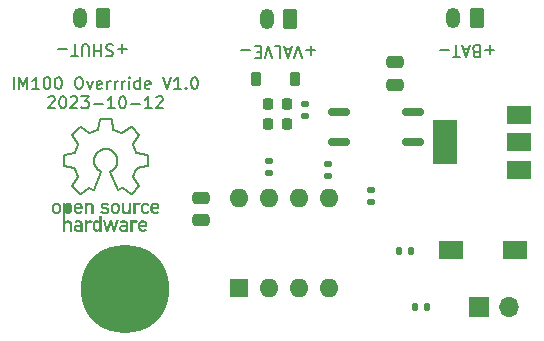
<source format=gbr>
%TF.GenerationSoftware,KiCad,Pcbnew,7.0.2*%
%TF.CreationDate,2023-10-13T13:02:30+05:00*%
%TF.ProjectId,IM100_Override,494d3130-305f-44f7-9665-72726964652e,V1.0*%
%TF.SameCoordinates,Original*%
%TF.FileFunction,Soldermask,Top*%
%TF.FilePolarity,Negative*%
%FSLAX46Y46*%
G04 Gerber Fmt 4.6, Leading zero omitted, Abs format (unit mm)*
G04 Created by KiCad (PCBNEW 7.0.2) date 2023-10-13 13:02:30*
%MOMM*%
%LPD*%
G01*
G04 APERTURE LIST*
G04 Aperture macros list*
%AMRoundRect*
0 Rectangle with rounded corners*
0 $1 Rounding radius*
0 $2 $3 $4 $5 $6 $7 $8 $9 X,Y pos of 4 corners*
0 Add a 4 corners polygon primitive as box body*
4,1,4,$2,$3,$4,$5,$6,$7,$8,$9,$2,$3,0*
0 Add four circle primitives for the rounded corners*
1,1,$1+$1,$2,$3*
1,1,$1+$1,$4,$5*
1,1,$1+$1,$6,$7*
1,1,$1+$1,$8,$9*
0 Add four rect primitives between the rounded corners*
20,1,$1+$1,$2,$3,$4,$5,0*
20,1,$1+$1,$4,$5,$6,$7,0*
20,1,$1+$1,$6,$7,$8,$9,0*
20,1,$1+$1,$8,$9,$2,$3,0*%
G04 Aperture macros list end*
%ADD10C,0.200000*%
%ADD11C,0.100000*%
%ADD12C,0.000000*%
%ADD13C,0.150000*%
%ADD14RoundRect,0.250000X0.350000X0.625000X-0.350000X0.625000X-0.350000X-0.625000X0.350000X-0.625000X0*%
%ADD15O,1.200000X1.750000*%
%ADD16C,7.500000*%
%ADD17RoundRect,0.250000X0.475000X-0.250000X0.475000X0.250000X-0.475000X0.250000X-0.475000X-0.250000X0*%
%ADD18RoundRect,0.250000X-0.475000X0.250000X-0.475000X-0.250000X0.475000X-0.250000X0.475000X0.250000X0*%
%ADD19R,2.000000X1.600000*%
%ADD20RoundRect,0.135000X0.185000X-0.135000X0.185000X0.135000X-0.185000X0.135000X-0.185000X-0.135000X0*%
%ADD21RoundRect,0.218750X-0.218750X-0.256250X0.218750X-0.256250X0.218750X0.256250X-0.218750X0.256250X0*%
%ADD22RoundRect,0.150000X0.750000X0.150000X-0.750000X0.150000X-0.750000X-0.150000X0.750000X-0.150000X0*%
%ADD23RoundRect,0.135000X-0.135000X-0.185000X0.135000X-0.185000X0.135000X0.185000X-0.135000X0.185000X0*%
%ADD24RoundRect,0.135000X0.135000X0.185000X-0.135000X0.185000X-0.135000X-0.185000X0.135000X-0.185000X0*%
%ADD25RoundRect,0.225000X0.225000X0.375000X-0.225000X0.375000X-0.225000X-0.375000X0.225000X-0.375000X0*%
%ADD26R,1.600000X1.600000*%
%ADD27O,1.600000X1.600000*%
%ADD28R,2.000000X1.500000*%
%ADD29R,2.000000X3.800000*%
%ADD30R,1.700000X1.700000*%
%ADD31O,1.700000X1.700000*%
G04 APERTURE END LIST*
D10*
X108985996Y-91562101D02*
X108984709Y-91558093D01*
X110656553Y-95550901D02*
X110656340Y-95546306D01*
X108718154Y-95093221D02*
X108717046Y-95094904D01*
X110453847Y-96987302D02*
X110455638Y-96988225D01*
X105499405Y-91971227D02*
X105498088Y-91972760D01*
X109214590Y-93733997D02*
X109234418Y-93777856D01*
X107376548Y-93868825D02*
X107392115Y-93822819D01*
X109342687Y-96658711D02*
X109343732Y-96660334D01*
D11*
X105263949Y-98376240D02*
X105266942Y-98364543D01*
D10*
X108220926Y-93178249D02*
X108271206Y-93174426D01*
X111857877Y-94628973D02*
X111858884Y-94627188D01*
X105690411Y-94820499D02*
X105694066Y-94823214D01*
X107927371Y-95094904D02*
X107925081Y-95091588D01*
X108709604Y-95117743D02*
X108709508Y-95119756D01*
X107276406Y-96675535D02*
X107278199Y-96675221D01*
X110940256Y-94832634D02*
X110943383Y-94829331D01*
X108810423Y-90639378D02*
X108809318Y-90637670D01*
X111845867Y-94642875D02*
X111847433Y-94641558D01*
X109215113Y-94591196D02*
X109186785Y-94645716D01*
X111827899Y-94651852D02*
X111829847Y-94651342D01*
X105981228Y-95576809D02*
X105979283Y-95580545D01*
X111860674Y-94623513D02*
X111861450Y-94621627D01*
X111853151Y-94635681D02*
X111854432Y-94634074D01*
X107429674Y-93733997D02*
X107451541Y-93691305D01*
X111154510Y-96297281D02*
X111153833Y-96295372D01*
X107931088Y-95102072D02*
X107929377Y-95098408D01*
X109745212Y-96504612D02*
X109749318Y-96505971D01*
X105489026Y-96325481D02*
X105490197Y-96329400D01*
X107457489Y-94645716D02*
X107429159Y-94591196D01*
X106009308Y-92783943D02*
X106010485Y-92788245D01*
X109347278Y-96664760D02*
X109348586Y-96666084D01*
X107345035Y-94324050D02*
X107340397Y-94292491D01*
X107558140Y-93533446D02*
X107589261Y-93497520D01*
X108814057Y-90646607D02*
X108813273Y-90644745D01*
X105492640Y-91981262D02*
X105491780Y-91983104D01*
X110918602Y-93479879D02*
X110915596Y-93476459D01*
X105488384Y-92013141D02*
X105488808Y-92015130D01*
X111825926Y-94652264D02*
X111827899Y-94651852D01*
X107913267Y-95080783D02*
X107837120Y-95034164D01*
X104795210Y-93676147D02*
X104793753Y-93677586D01*
X105982934Y-95572846D02*
X105981228Y-95576809D01*
X107868505Y-90616228D02*
X107866518Y-90616568D01*
X105491780Y-91983104D02*
X105490997Y-91984983D01*
X107860661Y-90618131D02*
X107858754Y-90618825D01*
X107729765Y-93369837D02*
X107768585Y-93342232D01*
X111859971Y-93690938D02*
X111858039Y-93687338D01*
D12*
G36*
X110876717Y-99221045D02*
G01*
X110890669Y-99222014D01*
X110904337Y-99223608D01*
X110917732Y-99225812D01*
X110930866Y-99228608D01*
X110943748Y-99231981D01*
X110956389Y-99235914D01*
X110968801Y-99240390D01*
X110980994Y-99245394D01*
X110992979Y-99250908D01*
X111004766Y-99256916D01*
X111016367Y-99263403D01*
X111027792Y-99270350D01*
X111039052Y-99277743D01*
X111050158Y-99285564D01*
X111061121Y-99293797D01*
X110922426Y-99458738D01*
X110914139Y-99452639D01*
X110906117Y-99447013D01*
X110898316Y-99441851D01*
X110890691Y-99437139D01*
X110883197Y-99432869D01*
X110875792Y-99429028D01*
X110868431Y-99425605D01*
X110861069Y-99422590D01*
X110853662Y-99419971D01*
X110846167Y-99417737D01*
X110838538Y-99415877D01*
X110830733Y-99414380D01*
X110822706Y-99413235D01*
X110814413Y-99412431D01*
X110805811Y-99411957D01*
X110796855Y-99411802D01*
X110779319Y-99412510D01*
X110761961Y-99414653D01*
X110744914Y-99418258D01*
X110728308Y-99423351D01*
X110720211Y-99426465D01*
X110712275Y-99429961D01*
X110704514Y-99433843D01*
X110696946Y-99438113D01*
X110689587Y-99442777D01*
X110682454Y-99447836D01*
X110675562Y-99453294D01*
X110668929Y-99459155D01*
X110662570Y-99465422D01*
X110656502Y-99472099D01*
X110650742Y-99479188D01*
X110645306Y-99486693D01*
X110640211Y-99494618D01*
X110635472Y-99502966D01*
X110631107Y-99511740D01*
X110627131Y-99520944D01*
X110623562Y-99530581D01*
X110620415Y-99540655D01*
X110617707Y-99551168D01*
X110615455Y-99562125D01*
X110613675Y-99573528D01*
X110612382Y-99585381D01*
X110611595Y-99597687D01*
X110611329Y-99610450D01*
X110611329Y-100182109D01*
X110420247Y-100182109D01*
X110420247Y-99231990D01*
X110611329Y-99231990D01*
X110611329Y-99333167D01*
X110615139Y-99333167D01*
X110626685Y-99319556D01*
X110638830Y-99306822D01*
X110651557Y-99294965D01*
X110664850Y-99283986D01*
X110678692Y-99273884D01*
X110693066Y-99264659D01*
X110707957Y-99256313D01*
X110723347Y-99248844D01*
X110739220Y-99242254D01*
X110755560Y-99236541D01*
X110772349Y-99231707D01*
X110789573Y-99227752D01*
X110807213Y-99224675D01*
X110825254Y-99222477D01*
X110843679Y-99221158D01*
X110862471Y-99220719D01*
X110876717Y-99221045D01*
G37*
D10*
X107825763Y-95026689D02*
X107819647Y-95022298D01*
X106983405Y-91857785D02*
X106978805Y-91857583D01*
X107620138Y-91603550D02*
X107616299Y-91605005D01*
X107294348Y-96667286D02*
X107295715Y-96666039D01*
D11*
X105174388Y-98486843D02*
X105185384Y-98481784D01*
D10*
X111152642Y-91983104D02*
X111150848Y-91979462D01*
X106138472Y-91332756D02*
X106136882Y-91334001D01*
X108983772Y-91554099D02*
X108816290Y-90654357D01*
X110504334Y-91331587D02*
X110502631Y-91330494D01*
X107267217Y-96675698D02*
X107269075Y-96675856D01*
X105686635Y-94818027D02*
X105690411Y-94820499D01*
X111862145Y-94619714D02*
X111862755Y-94617777D01*
X107451541Y-93691305D02*
X107475383Y-93649841D01*
X108991738Y-91573945D02*
X108989534Y-91570053D01*
X104801643Y-94645252D02*
X104803351Y-94646358D01*
D11*
X105279244Y-98234595D02*
X105279393Y-98207205D01*
D10*
X106956793Y-91852798D02*
X106952832Y-91851103D01*
X110477316Y-96992879D02*
X110481411Y-96992662D01*
D11*
X104995826Y-97931839D02*
X104985725Y-97937849D01*
D10*
X109679173Y-91855457D02*
X109674732Y-91856417D01*
X109310111Y-94228442D02*
X109303859Y-94292491D01*
X104788520Y-93683889D02*
X104787374Y-93685586D01*
X107300574Y-96660284D02*
X107301620Y-96658660D01*
X109359180Y-96673105D02*
X109360861Y-96673773D01*
X105493577Y-91979462D02*
X105492640Y-91981262D01*
X104812410Y-93665554D02*
X104810512Y-93666258D01*
X106135301Y-96980979D02*
X106136829Y-96982290D01*
X106162923Y-96992610D02*
X106167018Y-96992826D01*
X107302592Y-96656964D02*
X107303487Y-96655197D01*
D11*
X105256618Y-98014223D02*
X105252220Y-98003602D01*
D10*
X109377070Y-96675729D02*
X109378932Y-96675474D01*
X108994204Y-91577745D02*
X108991738Y-91573945D01*
X110973407Y-94811078D02*
X110975409Y-94810576D01*
X109670204Y-91857126D02*
X109665622Y-91857583D01*
X108999480Y-94885025D02*
X108953804Y-94925315D01*
X105670840Y-94811026D02*
X105674841Y-94812296D01*
X108984709Y-91558093D02*
X108984195Y-91556093D01*
X107921134Y-95087030D02*
X107919686Y-95085636D01*
X105987302Y-95555425D02*
X105986582Y-95559947D01*
X111831768Y-94650739D02*
X111833660Y-94650044D01*
X106175230Y-91323953D02*
X106171166Y-91323515D01*
X106965260Y-91855457D02*
X106960947Y-91854250D01*
X111155319Y-96325533D02*
X111156176Y-96321523D01*
X110509109Y-91335321D02*
X110507577Y-91334001D01*
X109683491Y-91854250D02*
X109679173Y-91855457D01*
X109303859Y-94292491D02*
X109293600Y-94355278D01*
X106158858Y-96992073D02*
X106162923Y-96992610D01*
X105491344Y-92022812D02*
X105492190Y-92024645D01*
X107841701Y-90629855D02*
X107838886Y-90632826D01*
X107690465Y-94925315D02*
X107644794Y-94885025D01*
X108791241Y-90621386D02*
X108789424Y-90620454D01*
X107862592Y-90617523D02*
X107860661Y-90618131D01*
X110664990Y-95580598D02*
X110663059Y-95576861D01*
D11*
X105195588Y-97936524D02*
X105185384Y-97930783D01*
D10*
X110455741Y-91328110D02*
X110453952Y-91329041D01*
X111156038Y-96303179D02*
X111155612Y-96301188D01*
X107274594Y-96675756D02*
X107276406Y-96675535D01*
X107392987Y-94505868D02*
X107382682Y-94476544D01*
X110499080Y-91328540D02*
X110497240Y-91327679D01*
X111854432Y-94634074D02*
X111855648Y-94632419D01*
X107299457Y-96661835D02*
X107300574Y-96660284D01*
X108721888Y-95088489D02*
X108720576Y-95090010D01*
X108729406Y-95081881D02*
X108727779Y-95083058D01*
X110632304Y-92797169D02*
X110632980Y-92792665D01*
X107298273Y-96663312D02*
X107299457Y-96661835D01*
X109355928Y-96671511D02*
X109357535Y-96672350D01*
X110489540Y-91325016D02*
X110485539Y-91324159D01*
X110662182Y-95516499D02*
X110927082Y-94854776D01*
X109002937Y-91588341D02*
X108999825Y-91584970D01*
X108724707Y-95085636D02*
X108723265Y-95087030D01*
X107800828Y-95007553D02*
X107794757Y-95002403D01*
X108569583Y-93204309D02*
X108616565Y-93217651D01*
X107918174Y-95084311D02*
X107916600Y-95083058D01*
X111156176Y-96321523D02*
X111156714Y-96317452D01*
X110635098Y-92783943D02*
X110636536Y-92779792D01*
X110975409Y-94810576D02*
X110977407Y-94810167D01*
D11*
X104976356Y-98468077D02*
X104985703Y-98474739D01*
D10*
X108796459Y-90624618D02*
X108794762Y-90623470D01*
X110952252Y-93501299D02*
X110948244Y-93500021D01*
X106930035Y-96502591D02*
X106934354Y-96503389D01*
X111863409Y-93700480D02*
X111862891Y-93698521D01*
X111150276Y-96288130D02*
X111149173Y-96286436D01*
X104799980Y-94644072D02*
X104801643Y-94645252D01*
X108423380Y-93178249D02*
X108472929Y-93184546D01*
X104799904Y-93672202D02*
X104798289Y-93673452D01*
X106960947Y-91854250D02*
X106956793Y-91852798D01*
X107279968Y-96674817D02*
X107281712Y-96674323D01*
X105487633Y-96317400D02*
X105488171Y-96321470D01*
X106912168Y-96502114D02*
X106916655Y-96501828D01*
X109386358Y-96673454D02*
X109388192Y-96672694D01*
D11*
X105271730Y-98340220D02*
X105275118Y-98314844D01*
D10*
X106190559Y-91329041D02*
X106188764Y-91328110D01*
X109369690Y-96675785D02*
X109371518Y-96675914D01*
X106149030Y-96989350D02*
X106150942Y-96990051D01*
X109120603Y-94748489D02*
X109083011Y-94796481D01*
X108781846Y-90617523D02*
X108779890Y-90617001D01*
X111156675Y-91998884D02*
X111156143Y-91994818D01*
D11*
X104925283Y-98017962D02*
X104921417Y-98029164D01*
D10*
X111847433Y-94641558D02*
X111848947Y-94640178D01*
X108855289Y-94997281D02*
X108849530Y-95002403D01*
X106140119Y-91331587D02*
X106138472Y-91332756D01*
X111145014Y-96345135D02*
X111146334Y-96343602D01*
X104808718Y-94649208D02*
X104810580Y-94649991D01*
X108905697Y-94962778D02*
X108855289Y-94997281D01*
X104808647Y-93667049D02*
X104806818Y-93667923D01*
D11*
X105213735Y-97949932D02*
X105205028Y-97942916D01*
D10*
X111864417Y-93706461D02*
X111864174Y-93704453D01*
X110632205Y-92815338D02*
X110631835Y-92810841D01*
X107001299Y-91855997D02*
X106996971Y-91856838D01*
X107363204Y-93915810D02*
X107376548Y-93868825D01*
X107286756Y-96672315D02*
X107288365Y-96671474D01*
X108843480Y-95007553D02*
X108837249Y-95012644D01*
X111156714Y-96317452D02*
X111156929Y-96313352D01*
D12*
G36*
X105169619Y-97720556D02*
G01*
X105190285Y-97722344D01*
X105210211Y-97725263D01*
X105229400Y-97729264D01*
X105247855Y-97734298D01*
X105265578Y-97740314D01*
X105282573Y-97747264D01*
X105298840Y-97755099D01*
X105314383Y-97763768D01*
X105329204Y-97773222D01*
X105343306Y-97783412D01*
X105356691Y-97794289D01*
X105369362Y-97805802D01*
X105381320Y-97817902D01*
X105392570Y-97830541D01*
X105403112Y-97843668D01*
X105412511Y-97856295D01*
X105421065Y-97869051D01*
X105428807Y-97882196D01*
X105435769Y-97895991D01*
X105438968Y-97903215D01*
X105441985Y-97910698D01*
X105444824Y-97918475D01*
X105447488Y-97926577D01*
X105449982Y-97935038D01*
X105452310Y-97943889D01*
X105456485Y-97962895D01*
X105460045Y-97983857D01*
X105463024Y-98007035D01*
X105465454Y-98032690D01*
X105467369Y-98061083D01*
X105468800Y-98092476D01*
X105469782Y-98127128D01*
X105470347Y-98165302D01*
X105470528Y-98207258D01*
X105469782Y-98286746D01*
X105467369Y-98352316D01*
X105465454Y-98380526D01*
X105463024Y-98406030D01*
X105460045Y-98429084D01*
X105456485Y-98449948D01*
X105452310Y-98468878D01*
X105447488Y-98486132D01*
X105441985Y-98501967D01*
X105435769Y-98516643D01*
X105428807Y-98530415D01*
X105421065Y-98543542D01*
X105412511Y-98556281D01*
X105403112Y-98568891D01*
X105392570Y-98582018D01*
X105381320Y-98594656D01*
X105369362Y-98606757D01*
X105356691Y-98618270D01*
X105343306Y-98629147D01*
X105329204Y-98639337D01*
X105314383Y-98648791D01*
X105298840Y-98657460D01*
X105282572Y-98665294D01*
X105274166Y-98668883D01*
X105265578Y-98672245D01*
X105256808Y-98675373D01*
X105247855Y-98678261D01*
X105238719Y-98680904D01*
X105229400Y-98683295D01*
X105219897Y-98685428D01*
X105210211Y-98687296D01*
X105200340Y-98688894D01*
X105190284Y-98690215D01*
X105180044Y-98691253D01*
X105169619Y-98692003D01*
X105159009Y-98692457D01*
X105148212Y-98692610D01*
X105130175Y-98692088D01*
X105112598Y-98690545D01*
X105095462Y-98688014D01*
X105078743Y-98684528D01*
X105062420Y-98680119D01*
X105046470Y-98674820D01*
X105030872Y-98668665D01*
X105015603Y-98661687D01*
X105000642Y-98653917D01*
X104985967Y-98645390D01*
X104971555Y-98636139D01*
X104957385Y-98626195D01*
X104943434Y-98615593D01*
X104929681Y-98604364D01*
X104916103Y-98592543D01*
X104902679Y-98580162D01*
X104901991Y-99333166D01*
X104914199Y-99319555D01*
X104926923Y-99306821D01*
X104940151Y-99294964D01*
X104953874Y-99283985D01*
X104968080Y-99273883D01*
X104982758Y-99264658D01*
X104997898Y-99256312D01*
X105013487Y-99248843D01*
X105029515Y-99242253D01*
X105045971Y-99236540D01*
X105062844Y-99231706D01*
X105080124Y-99227751D01*
X105097798Y-99224674D01*
X105115856Y-99222476D01*
X105134287Y-99221158D01*
X105153081Y-99220718D01*
X105167016Y-99221052D01*
X105181037Y-99222054D01*
X105195110Y-99223721D01*
X105209199Y-99226050D01*
X105223270Y-99229040D01*
X105237289Y-99232687D01*
X105251220Y-99236989D01*
X105265029Y-99241944D01*
X105278682Y-99247550D01*
X105292144Y-99253804D01*
X105305379Y-99260704D01*
X105318354Y-99268246D01*
X105331034Y-99276430D01*
X105343384Y-99285252D01*
X105355370Y-99294711D01*
X105366957Y-99304803D01*
X105378109Y-99315526D01*
X105388794Y-99326878D01*
X105398975Y-99338857D01*
X105408619Y-99351460D01*
X105417690Y-99364684D01*
X105426154Y-99378528D01*
X105433977Y-99392988D01*
X105441123Y-99408063D01*
X105447558Y-99423750D01*
X105453248Y-99440047D01*
X105458157Y-99456951D01*
X105462251Y-99474459D01*
X105465496Y-99492571D01*
X105467857Y-99511282D01*
X105469299Y-99530591D01*
X105469787Y-99550495D01*
X105469787Y-100182108D01*
X105278652Y-100182108D01*
X105278652Y-99616165D01*
X105278418Y-99604195D01*
X105277721Y-99592549D01*
X105276572Y-99581229D01*
X105274980Y-99570239D01*
X105272957Y-99559583D01*
X105270510Y-99549266D01*
X105267652Y-99539289D01*
X105264390Y-99529658D01*
X105260736Y-99520376D01*
X105256700Y-99511447D01*
X105252290Y-99502875D01*
X105247518Y-99494662D01*
X105242393Y-99486814D01*
X105236925Y-99479334D01*
X105231125Y-99472225D01*
X105225001Y-99465491D01*
X105218565Y-99459137D01*
X105211825Y-99453165D01*
X105204792Y-99447580D01*
X105197476Y-99442385D01*
X105189887Y-99437584D01*
X105182035Y-99433181D01*
X105173929Y-99429180D01*
X105165580Y-99425583D01*
X105156997Y-99422396D01*
X105148192Y-99419622D01*
X105139172Y-99417264D01*
X105129949Y-99415326D01*
X105120533Y-99413813D01*
X105110933Y-99412727D01*
X105101159Y-99412073D01*
X105091221Y-99411854D01*
X105081116Y-99412073D01*
X105071184Y-99412727D01*
X105061437Y-99413813D01*
X105051884Y-99415326D01*
X105042534Y-99417264D01*
X105033397Y-99419622D01*
X105024483Y-99422396D01*
X105015800Y-99425584D01*
X105007359Y-99429180D01*
X104999170Y-99433181D01*
X104991241Y-99437584D01*
X104983583Y-99442385D01*
X104976205Y-99447580D01*
X104969117Y-99453165D01*
X104962328Y-99459137D01*
X104955847Y-99465492D01*
X104949685Y-99472225D01*
X104943851Y-99479334D01*
X104938355Y-99486815D01*
X104933206Y-99494663D01*
X104928414Y-99502875D01*
X104923988Y-99511448D01*
X104919938Y-99520377D01*
X104916274Y-99529659D01*
X104913005Y-99539290D01*
X104910140Y-99549266D01*
X104907690Y-99559584D01*
X104905664Y-99570239D01*
X104904072Y-99581229D01*
X104902922Y-99592549D01*
X104902226Y-99604195D01*
X104901991Y-99616165D01*
X104901991Y-100182109D01*
X104710804Y-100182109D01*
X104710804Y-97731220D01*
X104902679Y-97731220D01*
X104902679Y-97830545D01*
X104914255Y-97818489D01*
X104926460Y-97806953D01*
X104939269Y-97795972D01*
X104952652Y-97785582D01*
X104966584Y-97775818D01*
X104981037Y-97766716D01*
X104995984Y-97758311D01*
X105011397Y-97750640D01*
X105027248Y-97743738D01*
X105043512Y-97737641D01*
X105060160Y-97732383D01*
X105077165Y-97728002D01*
X105094501Y-97724532D01*
X105112138Y-97722010D01*
X105130051Y-97720470D01*
X105148213Y-97719949D01*
X105169619Y-97720556D01*
G37*
D10*
X110631887Y-92801722D02*
X110632304Y-92797169D01*
X110450409Y-96985201D02*
X110452103Y-96986294D01*
X105987981Y-95546253D02*
X105987769Y-95550849D01*
X111839338Y-93668880D02*
X111837552Y-93667924D01*
X111863278Y-94615817D02*
X111863712Y-94613840D01*
X105487719Y-91998884D02*
X105487501Y-92002978D01*
X104801567Y-93671021D02*
X104799904Y-93672202D01*
X105714078Y-94847055D02*
X105715829Y-94850873D01*
X109756960Y-96509491D02*
X109760428Y-96511650D01*
X104781438Y-93698493D02*
X104780917Y-93700449D01*
X104779900Y-93706418D02*
X104779751Y-93708432D01*
X107828594Y-90652380D02*
X107828177Y-90654357D01*
X109718709Y-96502104D02*
X109723179Y-96501847D01*
X106978805Y-91857583D02*
X106974225Y-91857126D01*
X108715044Y-95098408D02*
X108714152Y-95100222D01*
X105492190Y-92024645D02*
X105493121Y-92026436D01*
D11*
X105277343Y-98124877D02*
X105275118Y-98098451D01*
D10*
X109695357Y-91849167D02*
X109691618Y-91851102D01*
X109267712Y-93868825D02*
X109281054Y-93915810D01*
X104805101Y-94647388D02*
X104806890Y-94648339D01*
X110633749Y-92824040D02*
X110632842Y-92819749D01*
X108712590Y-95103954D02*
X108711924Y-95105866D01*
X110932320Y-94843347D02*
X110934700Y-94839665D01*
X107528745Y-93570850D02*
X107558140Y-93533446D01*
X104782797Y-94621575D02*
X104784427Y-94625315D01*
X109390012Y-96671828D02*
X109694283Y-96509375D01*
X104796723Y-93674768D02*
X104795210Y-93676147D01*
X106158911Y-91324159D02*
X106154907Y-91325016D01*
X105983766Y-95520210D02*
X105985133Y-95524196D01*
X106179232Y-91324722D02*
X106175230Y-91323953D01*
X106009470Y-92828175D02*
X106008027Y-92832122D01*
X104780486Y-93702423D02*
X104780146Y-93704414D01*
X105987935Y-95541673D02*
X105987981Y-95546253D01*
X105490293Y-91986897D02*
X105489118Y-91990812D01*
X105487417Y-96313300D02*
X105487633Y-96317400D01*
D11*
X105030933Y-98494443D02*
X105044346Y-98497471D01*
D10*
X109371518Y-96675914D02*
X109373359Y-96675948D01*
X110930241Y-94847108D02*
X110932320Y-94843347D01*
X110657736Y-95559999D02*
X110657019Y-95555477D01*
D11*
X105275118Y-98098451D02*
X105271730Y-98072893D01*
D10*
X111844252Y-94644125D02*
X111845867Y-94642875D01*
X106193952Y-96985149D02*
X106883879Y-96511597D01*
X107301620Y-96658660D02*
X107302592Y-96656964D01*
X111862891Y-93698521D02*
X111862285Y-93696585D01*
X110469159Y-96992341D02*
X110473221Y-96992772D01*
X111826137Y-93663992D02*
X110956240Y-93502226D01*
X108713333Y-95102072D02*
X108712590Y-95103954D01*
X104782045Y-93696560D02*
X104781438Y-93698493D01*
X107647631Y-91581429D02*
X107644715Y-91584970D01*
X111859818Y-94625368D02*
X111860674Y-94623513D01*
X105499299Y-96345082D02*
X105500690Y-96346550D01*
X110921824Y-93483151D02*
X110918602Y-93479879D01*
X107638325Y-91591517D02*
X107634896Y-91594471D01*
X110465250Y-91324722D02*
X110463286Y-91325231D01*
D12*
G36*
X108469316Y-99897258D02*
G01*
X108473073Y-99897258D01*
X108688549Y-99231990D01*
X108827244Y-99231990D01*
X109042720Y-99897258D01*
X109046583Y-99897258D01*
X109228246Y-99231990D01*
X109430705Y-99231990D01*
X109127175Y-100182109D01*
X108958424Y-100182109D01*
X108759775Y-99516787D01*
X108756018Y-99516787D01*
X108557369Y-100182109D01*
X108388723Y-100182109D01*
X108085140Y-99231990D01*
X108287494Y-99231990D01*
X108469316Y-99897258D01*
G37*
D10*
X105494036Y-96288077D02*
X105493024Y-96289822D01*
X110485539Y-91324159D02*
X110481478Y-91323621D01*
X106894994Y-96505938D02*
X106899104Y-96504582D01*
X110493391Y-96990104D02*
X110497178Y-96988624D01*
X110481411Y-96992662D02*
X110485476Y-96992126D01*
X104793753Y-93677586D02*
X104792352Y-93679083D01*
X106012176Y-92815338D02*
X106011542Y-92819749D01*
X106921151Y-96501811D02*
X106925622Y-96502066D01*
X111148748Y-96340356D02*
X111149841Y-96338650D01*
X105490584Y-92020940D02*
X105491344Y-92022812D01*
X107934031Y-95129756D02*
X107934384Y-95127778D01*
X108769882Y-90615781D02*
X107874532Y-90615781D01*
X111861595Y-93694673D02*
X111860823Y-93692790D01*
X109357535Y-96672350D02*
X109359180Y-96673105D01*
X106133838Y-96979592D02*
X106135301Y-96980979D01*
X111156819Y-96309254D02*
X111156381Y-96305189D01*
X106012494Y-92801722D02*
X106012650Y-92806291D01*
X107340397Y-94292491D02*
X107336761Y-94260616D01*
X106154907Y-91325016D02*
X106150995Y-91326190D01*
D11*
X105266942Y-98364543D02*
X105269526Y-98352527D01*
D10*
X110943383Y-94829331D02*
X110946708Y-94826201D01*
X110977407Y-94810167D02*
X111825926Y-94652264D01*
X105678824Y-94813902D02*
X105682764Y-94815820D01*
D11*
X105162570Y-98491199D02*
X105174388Y-98486843D01*
D10*
X106012650Y-92806291D02*
X106012544Y-92810841D01*
D11*
X104918015Y-98040708D02*
X104915047Y-98052561D01*
D10*
X107283427Y-96673741D02*
X107285109Y-96673071D01*
D11*
X104915033Y-98360450D02*
X104921400Y-98383725D01*
D10*
X109055017Y-93497520D02*
X109086136Y-93533446D01*
X110658081Y-95528423D02*
X110659177Y-95524249D01*
D11*
X105018390Y-98490624D02*
X105030933Y-98494443D01*
D10*
X105495134Y-96286384D02*
X105494036Y-96288077D01*
D11*
X104934499Y-98416037D02*
X104939928Y-98425984D01*
D10*
X108816290Y-90654357D02*
X108815874Y-90652380D01*
X108830947Y-95017588D02*
X108824685Y-95022299D01*
X105492096Y-96291613D02*
X105491254Y-96293447D01*
X107872515Y-90615831D02*
X107870505Y-90615981D01*
X107652793Y-91573945D02*
X107650331Y-91577745D01*
X111837552Y-93667924D02*
X111835728Y-93667049D01*
X107692361Y-93399230D02*
X107729765Y-93369837D01*
X111862755Y-94617777D02*
X111863278Y-94615817D01*
X110467237Y-91324296D02*
X110465250Y-91324722D01*
X108751384Y-93270773D02*
X108794074Y-93292638D01*
X106004290Y-92772081D02*
X106006209Y-92775827D01*
X111855648Y-94632419D02*
X111856797Y-94630717D01*
X111864501Y-94605803D02*
X111864607Y-93710506D01*
X110631835Y-92810841D02*
X110631730Y-92806291D01*
X109665622Y-91857583D02*
X109661023Y-91857785D01*
X105490197Y-96329400D02*
X105491681Y-96333198D01*
X104780541Y-94613787D02*
X104780974Y-94615765D01*
X109674732Y-91856417D02*
X109670204Y-91857126D01*
X105979283Y-95580545D02*
X105977099Y-95584021D01*
X109749318Y-96505971D02*
X109753245Y-96507597D01*
X105494137Y-92028180D02*
X105495240Y-92029873D01*
X111143618Y-91969760D02*
X110510576Y-91336718D01*
X107631341Y-91597178D02*
X107627681Y-91599610D01*
X106133892Y-91336718D02*
X105500796Y-91969760D01*
X110631730Y-92806291D02*
X110631887Y-92801722D01*
X110638104Y-92835847D02*
X110636378Y-92832122D01*
X111864607Y-93710506D02*
X111864562Y-93708480D01*
X110904752Y-93457935D02*
X110638104Y-92835847D01*
X109022489Y-91602689D02*
X109020597Y-91601743D01*
X110934700Y-94839665D02*
X110937353Y-94836087D01*
X105688121Y-93502226D02*
X104818277Y-93663992D01*
X109013202Y-91597178D02*
X109009648Y-91594471D01*
X108709508Y-95119756D02*
X108709498Y-95121770D01*
X109362575Y-96674355D02*
X109364318Y-96674848D01*
D12*
G36*
X107035567Y-99221045D02*
G01*
X107049532Y-99222014D01*
X107063209Y-99223608D01*
X107076609Y-99225812D01*
X107089745Y-99228608D01*
X107102626Y-99231981D01*
X107115265Y-99235914D01*
X107127673Y-99240390D01*
X107139861Y-99245394D01*
X107151839Y-99250908D01*
X107163620Y-99256916D01*
X107175214Y-99263403D01*
X107186634Y-99270350D01*
X107197889Y-99277743D01*
X107208992Y-99285564D01*
X107219953Y-99293797D01*
X107081312Y-99458738D01*
X107073024Y-99452639D01*
X107065001Y-99447013D01*
X107057197Y-99441851D01*
X107049569Y-99437139D01*
X107042073Y-99432869D01*
X107034664Y-99429028D01*
X107027299Y-99425605D01*
X107019935Y-99422590D01*
X107012526Y-99419971D01*
X107005029Y-99417737D01*
X106997401Y-99415877D01*
X106989596Y-99414380D01*
X106981572Y-99413235D01*
X106973284Y-99412431D01*
X106964688Y-99411957D01*
X106955740Y-99411802D01*
X106938212Y-99412510D01*
X106920859Y-99414653D01*
X106903814Y-99418258D01*
X106887207Y-99423351D01*
X106879110Y-99426465D01*
X106871171Y-99429961D01*
X106863409Y-99433843D01*
X106855838Y-99438113D01*
X106848476Y-99442777D01*
X106841340Y-99447836D01*
X106834445Y-99453294D01*
X106827808Y-99459155D01*
X106821445Y-99465422D01*
X106815374Y-99472099D01*
X106809610Y-99479188D01*
X106804170Y-99486693D01*
X106799070Y-99494618D01*
X106794328Y-99502966D01*
X106789959Y-99511740D01*
X106785979Y-99520944D01*
X106782407Y-99530581D01*
X106779257Y-99540655D01*
X106776546Y-99551168D01*
X106774292Y-99562125D01*
X106772509Y-99573528D01*
X106771216Y-99585381D01*
X106770428Y-99597687D01*
X106770161Y-99610450D01*
X106770161Y-100182109D01*
X106579026Y-100182109D01*
X106579026Y-99231990D01*
X106770161Y-99231990D01*
X106770161Y-99333167D01*
X106773918Y-99333167D01*
X106785465Y-99319556D01*
X106797612Y-99306822D01*
X106810342Y-99294965D01*
X106823638Y-99283986D01*
X106837484Y-99273884D01*
X106851862Y-99264659D01*
X106866758Y-99256313D01*
X106882153Y-99248844D01*
X106898031Y-99242254D01*
X106914375Y-99236541D01*
X106931170Y-99231707D01*
X106948397Y-99227752D01*
X106966041Y-99224675D01*
X106984084Y-99222477D01*
X107002511Y-99221158D01*
X107021304Y-99220719D01*
X107035567Y-99221045D01*
G37*
D10*
X108787573Y-90619600D02*
X108785691Y-90618825D01*
D11*
X104921417Y-98029164D02*
X104918015Y-98040708D01*
D10*
X105494488Y-96338598D02*
X105495577Y-96340303D01*
X107933586Y-95131717D02*
X107934031Y-95129756D01*
X107634896Y-91594471D02*
X107631341Y-91597178D01*
X110658701Y-95564433D02*
X110657736Y-95559999D01*
X106006309Y-92835847D02*
X105739609Y-93457935D01*
X104814338Y-93664940D02*
X104812410Y-93665554D01*
X109354363Y-96670588D02*
X109355928Y-96671511D01*
D11*
X104959811Y-98452899D02*
X104967736Y-98460786D01*
D10*
X105489316Y-92017095D02*
X105489908Y-92019034D01*
X105487501Y-92002978D02*
X105487608Y-92007072D01*
X108814754Y-90648502D02*
X108814057Y-90646607D01*
X108799714Y-90627112D02*
X108798111Y-90625832D01*
X107269075Y-96675856D02*
X107270925Y-96675918D01*
X111146334Y-91972760D02*
X111145014Y-91971227D01*
D11*
X105030948Y-97918119D02*
X105018408Y-97921942D01*
D10*
X105491681Y-96333198D02*
X105493476Y-96336842D01*
X107297024Y-96664714D02*
X107298273Y-96663312D01*
D12*
G36*
X109857812Y-99221660D02*
G01*
X109899010Y-99224560D01*
X109938239Y-99229529D01*
X109957075Y-99232825D01*
X109975370Y-99236681D01*
X109993108Y-99241111D01*
X110010273Y-99246129D01*
X110026849Y-99251748D01*
X110042820Y-99257984D01*
X110058169Y-99264849D01*
X110072881Y-99272358D01*
X110086938Y-99280526D01*
X110100326Y-99289365D01*
X110113027Y-99298891D01*
X110125027Y-99309117D01*
X110136307Y-99320057D01*
X110146853Y-99331725D01*
X110156648Y-99344136D01*
X110165677Y-99357303D01*
X110173922Y-99371241D01*
X110181368Y-99385963D01*
X110187998Y-99401484D01*
X110193797Y-99417817D01*
X110198748Y-99434977D01*
X110202835Y-99452978D01*
X110206042Y-99471833D01*
X110208353Y-99491557D01*
X110209751Y-99512164D01*
X110210221Y-99533668D01*
X110210221Y-100182109D01*
X110018980Y-100182109D01*
X110018980Y-100097760D01*
X110015276Y-100097760D01*
X110007577Y-100109656D01*
X109999206Y-100120723D01*
X109990110Y-100130970D01*
X109980234Y-100140405D01*
X109969523Y-100149037D01*
X109957922Y-100156874D01*
X109945377Y-100163924D01*
X109931833Y-100170197D01*
X109917235Y-100175699D01*
X109901529Y-100180441D01*
X109884660Y-100184430D01*
X109866574Y-100187675D01*
X109847216Y-100190184D01*
X109826530Y-100191965D01*
X109804464Y-100193028D01*
X109780961Y-100193380D01*
X109761366Y-100193015D01*
X109742294Y-100191930D01*
X109723751Y-100190140D01*
X109705743Y-100187663D01*
X109688277Y-100184512D01*
X109671360Y-100180705D01*
X109654999Y-100176256D01*
X109639198Y-100171183D01*
X109623966Y-100165500D01*
X109609309Y-100159223D01*
X109595233Y-100152368D01*
X109581745Y-100144951D01*
X109568851Y-100136988D01*
X109556558Y-100128494D01*
X109544872Y-100119485D01*
X109533800Y-100109977D01*
X109523348Y-100099986D01*
X109513524Y-100089528D01*
X109504333Y-100078618D01*
X109495782Y-100067272D01*
X109487877Y-100055506D01*
X109480626Y-100043336D01*
X109474034Y-100030777D01*
X109468109Y-100017845D01*
X109462856Y-100004557D01*
X109458282Y-99990927D01*
X109454394Y-99976972D01*
X109451198Y-99962707D01*
X109448701Y-99948149D01*
X109446910Y-99933312D01*
X109445830Y-99918214D01*
X109445469Y-99902868D01*
X109445672Y-99893501D01*
X109625491Y-99893501D01*
X109626091Y-99905338D01*
X109627920Y-99916930D01*
X109631017Y-99928206D01*
X109635424Y-99939093D01*
X109638131Y-99944368D01*
X109641182Y-99949520D01*
X109644580Y-99954539D01*
X109648332Y-99959416D01*
X109652441Y-99964143D01*
X109656914Y-99968709D01*
X109661756Y-99973107D01*
X109666971Y-99977328D01*
X109672565Y-99981362D01*
X109678543Y-99985200D01*
X109684910Y-99988835D01*
X109691671Y-99992255D01*
X109698831Y-99995454D01*
X109706395Y-99998421D01*
X109714369Y-100001149D01*
X109722758Y-100003627D01*
X109740799Y-100007800D01*
X109760561Y-100010869D01*
X109782083Y-100012763D01*
X109805408Y-100013411D01*
X109834055Y-100013185D01*
X109860318Y-100012398D01*
X109884269Y-100010881D01*
X109905983Y-100008467D01*
X109916024Y-100006871D01*
X109925534Y-100004987D01*
X109934521Y-100002796D01*
X109942996Y-100000275D01*
X109950967Y-99997405D01*
X109958443Y-99994163D01*
X109965435Y-99990529D01*
X109971950Y-99986482D01*
X109977999Y-99982002D01*
X109983590Y-99977066D01*
X109988734Y-99971655D01*
X109993438Y-99965746D01*
X109997713Y-99959320D01*
X110001567Y-99952356D01*
X110005011Y-99944831D01*
X110008053Y-99936726D01*
X110010702Y-99928020D01*
X110012968Y-99918690D01*
X110014859Y-99908718D01*
X110016387Y-99898081D01*
X110017558Y-99886758D01*
X110018384Y-99874729D01*
X110018872Y-99861973D01*
X110019033Y-99848468D01*
X110019032Y-99848468D01*
X110019032Y-99779095D01*
X109790432Y-99779095D01*
X109780066Y-99779226D01*
X109770049Y-99779618D01*
X109760381Y-99780265D01*
X109751060Y-99781166D01*
X109742085Y-99782314D01*
X109733454Y-99783708D01*
X109725167Y-99785343D01*
X109717221Y-99787215D01*
X109709616Y-99789321D01*
X109702350Y-99791657D01*
X109695421Y-99794218D01*
X109688828Y-99797002D01*
X109682571Y-99800004D01*
X109676647Y-99803221D01*
X109671055Y-99806648D01*
X109665794Y-99810283D01*
X109660862Y-99814120D01*
X109656259Y-99818158D01*
X109651982Y-99822391D01*
X109648030Y-99826816D01*
X109644403Y-99831428D01*
X109641098Y-99836226D01*
X109638114Y-99841203D01*
X109635450Y-99846358D01*
X109633105Y-99851685D01*
X109631077Y-99857182D01*
X109629364Y-99862844D01*
X109627966Y-99868667D01*
X109626881Y-99874648D01*
X109626108Y-99880784D01*
X109625645Y-99887069D01*
X109625491Y-99893501D01*
X109445672Y-99893501D01*
X109445776Y-99888709D01*
X109446698Y-99874701D01*
X109448233Y-99860863D01*
X109450381Y-99847214D01*
X109453140Y-99833776D01*
X109456508Y-99820566D01*
X109460486Y-99807605D01*
X109465072Y-99794913D01*
X109470264Y-99782508D01*
X109476063Y-99770411D01*
X109482466Y-99758641D01*
X109489473Y-99747218D01*
X109497082Y-99736161D01*
X109505293Y-99725489D01*
X109514104Y-99715224D01*
X109523514Y-99705383D01*
X109533523Y-99695987D01*
X109544129Y-99687055D01*
X109555331Y-99678606D01*
X109567128Y-99670662D01*
X109579519Y-99663240D01*
X109592503Y-99656361D01*
X109606079Y-99650044D01*
X109620245Y-99644308D01*
X109635001Y-99639175D01*
X109650346Y-99634662D01*
X109666278Y-99630789D01*
X109682797Y-99627577D01*
X109699900Y-99625045D01*
X109717589Y-99623211D01*
X109735860Y-99622097D01*
X109754714Y-99621721D01*
X110018980Y-99621721D01*
X110018980Y-99522397D01*
X110018294Y-99506213D01*
X110017431Y-99498618D01*
X110016216Y-99491348D01*
X110014646Y-99484399D01*
X110012716Y-99477766D01*
X110010423Y-99471443D01*
X110007763Y-99465427D01*
X110004733Y-99459712D01*
X110001328Y-99454294D01*
X109997545Y-99449168D01*
X109993380Y-99444329D01*
X109988829Y-99439772D01*
X109983888Y-99435493D01*
X109978554Y-99431487D01*
X109972823Y-99427749D01*
X109966691Y-99424275D01*
X109960155Y-99421059D01*
X109945853Y-99415384D01*
X109929886Y-99410687D01*
X109912226Y-99406929D01*
X109892840Y-99404072D01*
X109871700Y-99402079D01*
X109848775Y-99400911D01*
X109824035Y-99400530D01*
X109806018Y-99400755D01*
X109789174Y-99401445D01*
X109773447Y-99402627D01*
X109758777Y-99404323D01*
X109751821Y-99405371D01*
X109745108Y-99406558D01*
X109738630Y-99407885D01*
X109732381Y-99409356D01*
X109726353Y-99410975D01*
X109720539Y-99412743D01*
X109714931Y-99414665D01*
X109709523Y-99416742D01*
X109704307Y-99418979D01*
X109699277Y-99421378D01*
X109694424Y-99423943D01*
X109689741Y-99426676D01*
X109685222Y-99429580D01*
X109680859Y-99432659D01*
X109676645Y-99435915D01*
X109672572Y-99439352D01*
X109668634Y-99442972D01*
X109664823Y-99446780D01*
X109661132Y-99450777D01*
X109657554Y-99454966D01*
X109654081Y-99459352D01*
X109650707Y-99463936D01*
X109647424Y-99468723D01*
X109644224Y-99473714D01*
X109494258Y-99359414D01*
X109508336Y-99341165D01*
X109523171Y-99324375D01*
X109538771Y-99309004D01*
X109555144Y-99295014D01*
X109572297Y-99282366D01*
X109590239Y-99271021D01*
X109608978Y-99260940D01*
X109628521Y-99252085D01*
X109648876Y-99244417D01*
X109670052Y-99237897D01*
X109692056Y-99232487D01*
X109714896Y-99228147D01*
X109738579Y-99224839D01*
X109763115Y-99222524D01*
X109788511Y-99221164D01*
X109814774Y-99220719D01*
X109857812Y-99221660D01*
G37*
D10*
X109168885Y-93649841D02*
X109192726Y-93691305D01*
X109698834Y-91846993D02*
X109695357Y-91849167D01*
X109252146Y-93822819D02*
X109267712Y-93868825D01*
X106175177Y-96992288D02*
X106177188Y-96991949D01*
X108773918Y-90615981D02*
X108771904Y-90615831D01*
X109293600Y-94355278D02*
X109279464Y-94416673D01*
X110502559Y-96985826D02*
X110504257Y-96984741D01*
X108794762Y-90623470D02*
X108793021Y-90622392D01*
X109697900Y-96507478D02*
X109701743Y-96505856D01*
X107601684Y-94842037D02*
X107561267Y-94796481D01*
X109732157Y-96502144D02*
X109736597Y-96502698D01*
X107932412Y-95135571D02*
X107933047Y-95133657D01*
X110932531Y-93491854D02*
X110928816Y-93489161D01*
X107864546Y-90617001D02*
X107862592Y-90617523D01*
X108779890Y-90617001D02*
X108777914Y-90616568D01*
X105987769Y-95550849D02*
X105987302Y-95555425D01*
X107303487Y-96655197D02*
X107304302Y-96653361D01*
D11*
X104985725Y-97937849D02*
X104976379Y-97944523D01*
D10*
X106969698Y-91856417D02*
X106965260Y-91855457D01*
X107616299Y-91605005D02*
X107013208Y-91851861D01*
X104816352Y-94651799D02*
X104818330Y-94652211D01*
X111156929Y-96313352D02*
X111156819Y-96309254D01*
X111833660Y-94650044D02*
X111835520Y-94649260D01*
D12*
G36*
X108268363Y-97720590D02*
G01*
X108297802Y-97722332D01*
X108326068Y-97725195D01*
X108353214Y-97729145D01*
X108379293Y-97734151D01*
X108404356Y-97740178D01*
X108428457Y-97747194D01*
X108451648Y-97755165D01*
X108473982Y-97764060D01*
X108495510Y-97773844D01*
X108516285Y-97784485D01*
X108536360Y-97795949D01*
X108555788Y-97808205D01*
X108574620Y-97821217D01*
X108592910Y-97834955D01*
X108610709Y-97849384D01*
X108492705Y-97987973D01*
X108478626Y-97978350D01*
X108464467Y-97969148D01*
X108450190Y-97960393D01*
X108435761Y-97952113D01*
X108421143Y-97944336D01*
X108406302Y-97937090D01*
X108391201Y-97930402D01*
X108375805Y-97924301D01*
X108360079Y-97918813D01*
X108343987Y-97913967D01*
X108327493Y-97909790D01*
X108310561Y-97906311D01*
X108293157Y-97903556D01*
X108275245Y-97901554D01*
X108256788Y-97900333D01*
X108237752Y-97899919D01*
X108226572Y-97900061D01*
X108215856Y-97900483D01*
X108205598Y-97901180D01*
X108195790Y-97902144D01*
X108186425Y-97903371D01*
X108177497Y-97904854D01*
X108168997Y-97906588D01*
X108160918Y-97908566D01*
X108153254Y-97910784D01*
X108145996Y-97913235D01*
X108139139Y-97915912D01*
X108132675Y-97918811D01*
X108126596Y-97921926D01*
X108120895Y-97925250D01*
X108115565Y-97928777D01*
X108110600Y-97932503D01*
X108105991Y-97936420D01*
X108101732Y-97940524D01*
X108097815Y-97944807D01*
X108094233Y-97949265D01*
X108090979Y-97953892D01*
X108088045Y-97958681D01*
X108085426Y-97963626D01*
X108083112Y-97968723D01*
X108081098Y-97973964D01*
X108079375Y-97979345D01*
X108077938Y-97984858D01*
X108076778Y-97990499D01*
X108075888Y-97996262D01*
X108075261Y-98002140D01*
X108074891Y-98008128D01*
X108074769Y-98014219D01*
X108075128Y-98021940D01*
X108076242Y-98029612D01*
X108078163Y-98037185D01*
X108080942Y-98044610D01*
X108084632Y-98051838D01*
X108089285Y-98058819D01*
X108094954Y-98065505D01*
X108098185Y-98068722D01*
X108101690Y-98071846D01*
X108105475Y-98074871D01*
X108109546Y-98077792D01*
X108113911Y-98080602D01*
X108118575Y-98083294D01*
X108123545Y-98085864D01*
X108128828Y-98088304D01*
X108140357Y-98092771D01*
X108153216Y-98096646D01*
X108167455Y-98099881D01*
X108183128Y-98102426D01*
X108200287Y-98104231D01*
X108357714Y-98115396D01*
X108375824Y-98116938D01*
X108393248Y-98119091D01*
X108409994Y-98121844D01*
X108426069Y-98125181D01*
X108441480Y-98129090D01*
X108456235Y-98133556D01*
X108470341Y-98138566D01*
X108483805Y-98144106D01*
X108496634Y-98150162D01*
X108508835Y-98156721D01*
X108520417Y-98163768D01*
X108531385Y-98171290D01*
X108541748Y-98179273D01*
X108551513Y-98187703D01*
X108560686Y-98196567D01*
X108569275Y-98205851D01*
X108577288Y-98215540D01*
X108584731Y-98225622D01*
X108591611Y-98236083D01*
X108597937Y-98246908D01*
X108603715Y-98258084D01*
X108608953Y-98269597D01*
X108613658Y-98281434D01*
X108617836Y-98293581D01*
X108621496Y-98306023D01*
X108624644Y-98318747D01*
X108629435Y-98344987D01*
X108632267Y-98372190D01*
X108633198Y-98400247D01*
X108632697Y-98417413D01*
X108631208Y-98434113D01*
X108628754Y-98450340D01*
X108625359Y-98466091D01*
X108621043Y-98481359D01*
X108615830Y-98496140D01*
X108609744Y-98510428D01*
X108602805Y-98524219D01*
X108595038Y-98537508D01*
X108586464Y-98550288D01*
X108577106Y-98562556D01*
X108566988Y-98574305D01*
X108556130Y-98585532D01*
X108544558Y-98596230D01*
X108532292Y-98606394D01*
X108519355Y-98616020D01*
X108505770Y-98625103D01*
X108491561Y-98633636D01*
X108461356Y-98649037D01*
X108428923Y-98662180D01*
X108394441Y-98673026D01*
X108358093Y-98681533D01*
X108320058Y-98687660D01*
X108280520Y-98691366D01*
X108239657Y-98692611D01*
X108210978Y-98691951D01*
X108182575Y-98689970D01*
X108154463Y-98686666D01*
X108126655Y-98682035D01*
X108099166Y-98676076D01*
X108072008Y-98668785D01*
X108045196Y-98660160D01*
X108018744Y-98650198D01*
X107992664Y-98638896D01*
X107966972Y-98626253D01*
X107941681Y-98612264D01*
X107916805Y-98596929D01*
X107892357Y-98580243D01*
X107868351Y-98562205D01*
X107844801Y-98542811D01*
X107821721Y-98522060D01*
X107954754Y-98390933D01*
X107970308Y-98405590D01*
X107986082Y-98419319D01*
X108002119Y-98432116D01*
X108018464Y-98443980D01*
X108035161Y-98454908D01*
X108052254Y-98464898D01*
X108069785Y-98473948D01*
X108087800Y-98482055D01*
X108106342Y-98489217D01*
X108125455Y-98495431D01*
X108145183Y-98500696D01*
X108165569Y-98505009D01*
X108186659Y-98508367D01*
X108208494Y-98510769D01*
X108231120Y-98512212D01*
X108254580Y-98512693D01*
X108264676Y-98512573D01*
X108274588Y-98512211D01*
X108284307Y-98511609D01*
X108293825Y-98510767D01*
X108303132Y-98509685D01*
X108312219Y-98508363D01*
X108321077Y-98506802D01*
X108329698Y-98505001D01*
X108338072Y-98502963D01*
X108346191Y-98500685D01*
X108354045Y-98498170D01*
X108361626Y-98495417D01*
X108368924Y-98492427D01*
X108375931Y-98489200D01*
X108382638Y-98485736D01*
X108389035Y-98482035D01*
X108395114Y-98478098D01*
X108400866Y-98473926D01*
X108406281Y-98469518D01*
X108411352Y-98464875D01*
X108416068Y-98459997D01*
X108420421Y-98454885D01*
X108424402Y-98449538D01*
X108428002Y-98443957D01*
X108431212Y-98438143D01*
X108434024Y-98432096D01*
X108436427Y-98425816D01*
X108438413Y-98419303D01*
X108439974Y-98412558D01*
X108441100Y-98405581D01*
X108441782Y-98398373D01*
X108442011Y-98390933D01*
X108441864Y-98384744D01*
X108441428Y-98378823D01*
X108440708Y-98373165D01*
X108439711Y-98367763D01*
X108438445Y-98362612D01*
X108436915Y-98357707D01*
X108435127Y-98353041D01*
X108433089Y-98348608D01*
X108430806Y-98344403D01*
X108428286Y-98340420D01*
X108425535Y-98336653D01*
X108422558Y-98333097D01*
X108419364Y-98329745D01*
X108415957Y-98326591D01*
X108412345Y-98323631D01*
X108408535Y-98320858D01*
X108404531Y-98318266D01*
X108400342Y-98315850D01*
X108391433Y-98311522D01*
X108381857Y-98307826D01*
X108371667Y-98304717D01*
X108360915Y-98302147D01*
X108349653Y-98300072D01*
X108337933Y-98298444D01*
X108325806Y-98297217D01*
X108157107Y-98282241D01*
X108128101Y-98278839D01*
X108100169Y-98273562D01*
X108086640Y-98270227D01*
X108073421Y-98266429D01*
X108060526Y-98262172D01*
X108047969Y-98257457D01*
X108035762Y-98252285D01*
X108023920Y-98246661D01*
X108012457Y-98240584D01*
X108001387Y-98234058D01*
X107990722Y-98227085D01*
X107980478Y-98219666D01*
X107970666Y-98211804D01*
X107961303Y-98203501D01*
X107952400Y-98194759D01*
X107943972Y-98185580D01*
X107936033Y-98175966D01*
X107928595Y-98165920D01*
X107921674Y-98155442D01*
X107915283Y-98144537D01*
X107909435Y-98133204D01*
X107904144Y-98121447D01*
X107899425Y-98109268D01*
X107895290Y-98096669D01*
X107891753Y-98083652D01*
X107888829Y-98070218D01*
X107886531Y-98056371D01*
X107884872Y-98042112D01*
X107883866Y-98027443D01*
X107883528Y-98012366D01*
X107883975Y-97994543D01*
X107885303Y-97977271D01*
X107887492Y-97960549D01*
X107890523Y-97944380D01*
X107894376Y-97928764D01*
X107899031Y-97913702D01*
X107904470Y-97899196D01*
X107910672Y-97885246D01*
X107917618Y-97871853D01*
X107925288Y-97859018D01*
X107933664Y-97846743D01*
X107942724Y-97835028D01*
X107952450Y-97823875D01*
X107962822Y-97813284D01*
X107973820Y-97803257D01*
X107985426Y-97793794D01*
X107997619Y-97784897D01*
X108010380Y-97776566D01*
X108023689Y-97768803D01*
X108037527Y-97761609D01*
X108051874Y-97754984D01*
X108066710Y-97748930D01*
X108097774Y-97738538D01*
X108130561Y-97730441D01*
X108164916Y-97724647D01*
X108200681Y-97721165D01*
X108237700Y-97720002D01*
X108268363Y-97720590D01*
G37*
G36*
X106010710Y-97720349D02*
G01*
X106030106Y-97721702D01*
X106049280Y-97723942D01*
X106068205Y-97727058D01*
X106086853Y-97731037D01*
X106105196Y-97735867D01*
X106123206Y-97741536D01*
X106140853Y-97748033D01*
X106158111Y-97755345D01*
X106174951Y-97763461D01*
X106191345Y-97772368D01*
X106207265Y-97782055D01*
X106222683Y-97792508D01*
X106237570Y-97803718D01*
X106251899Y-97815671D01*
X106265641Y-97828355D01*
X106278768Y-97841759D01*
X106291252Y-97855870D01*
X106303065Y-97870677D01*
X106314179Y-97886167D01*
X106324565Y-97902329D01*
X106334196Y-97919150D01*
X106343043Y-97936619D01*
X106351078Y-97954724D01*
X106358273Y-97973452D01*
X106364601Y-97992792D01*
X106370032Y-98012732D01*
X106374538Y-98033259D01*
X106378092Y-98054362D01*
X106380666Y-98076028D01*
X106382231Y-98098246D01*
X106382759Y-98121004D01*
X106382759Y-98278431D01*
X105790568Y-98278431D01*
X105790846Y-98292790D01*
X105791673Y-98306700D01*
X105793038Y-98320158D01*
X105794931Y-98333166D01*
X105797339Y-98345721D01*
X105800253Y-98357825D01*
X105803660Y-98369476D01*
X105807551Y-98380675D01*
X105811914Y-98391421D01*
X105816738Y-98401713D01*
X105822013Y-98411552D01*
X105827727Y-98420937D01*
X105833869Y-98429867D01*
X105840428Y-98438343D01*
X105847394Y-98446363D01*
X105854756Y-98453928D01*
X105862502Y-98461037D01*
X105870621Y-98467691D01*
X105879103Y-98473887D01*
X105887937Y-98479627D01*
X105897111Y-98484910D01*
X105906615Y-98489735D01*
X105916437Y-98494102D01*
X105926567Y-98498011D01*
X105936994Y-98501462D01*
X105947707Y-98504453D01*
X105958694Y-98506985D01*
X105969945Y-98509058D01*
X105981449Y-98510671D01*
X105993195Y-98511823D01*
X106005172Y-98512515D01*
X106017369Y-98512745D01*
X106031130Y-98512352D01*
X106044981Y-98511181D01*
X106058882Y-98509247D01*
X106072790Y-98506562D01*
X106086665Y-98503142D01*
X106100466Y-98498999D01*
X106114152Y-98494148D01*
X106127680Y-98488602D01*
X106141011Y-98482376D01*
X106154103Y-98475482D01*
X106166915Y-98467935D01*
X106179405Y-98459748D01*
X106191533Y-98450936D01*
X106203258Y-98441511D01*
X106214538Y-98431489D01*
X106225331Y-98420882D01*
X106364026Y-98538887D01*
X106346131Y-98558524D01*
X106327612Y-98576696D01*
X106308500Y-98593429D01*
X106288830Y-98608751D01*
X106268633Y-98622690D01*
X106247942Y-98635273D01*
X106226790Y-98646527D01*
X106205210Y-98656480D01*
X106183234Y-98665160D01*
X106160895Y-98672593D01*
X106138226Y-98678807D01*
X106115260Y-98683830D01*
X106092028Y-98687689D01*
X106068565Y-98690411D01*
X106044902Y-98692025D01*
X106021073Y-98692556D01*
X105984221Y-98691408D01*
X105947000Y-98687766D01*
X105909791Y-98681334D01*
X105872972Y-98671816D01*
X105836921Y-98658915D01*
X105819302Y-98651103D01*
X105802018Y-98642335D01*
X105785115Y-98632574D01*
X105768641Y-98621781D01*
X105752643Y-98609921D01*
X105737169Y-98596956D01*
X105722265Y-98582849D01*
X105707980Y-98567564D01*
X105694361Y-98551062D01*
X105681455Y-98533308D01*
X105669309Y-98514264D01*
X105657971Y-98493893D01*
X105647488Y-98472158D01*
X105637908Y-98449022D01*
X105629277Y-98424448D01*
X105621643Y-98398399D01*
X105615054Y-98370838D01*
X105609557Y-98341728D01*
X105605199Y-98311032D01*
X105602027Y-98278713D01*
X105600090Y-98244734D01*
X105599433Y-98209057D01*
X105600035Y-98175176D01*
X105601814Y-98142730D01*
X105603847Y-98121057D01*
X105790568Y-98121057D01*
X106191624Y-98121057D01*
X106190874Y-98107718D01*
X106189683Y-98094776D01*
X106188059Y-98082233D01*
X106186010Y-98070092D01*
X106183545Y-98058354D01*
X106180673Y-98047020D01*
X106177403Y-98036093D01*
X106173742Y-98025574D01*
X106169699Y-98015464D01*
X106165284Y-98005766D01*
X106160504Y-97996481D01*
X106155368Y-97987610D01*
X106149885Y-97979156D01*
X106144063Y-97971120D01*
X106137911Y-97963503D01*
X106131437Y-97956308D01*
X106124651Y-97949536D01*
X106117560Y-97943189D01*
X106110173Y-97937268D01*
X106102499Y-97931776D01*
X106094546Y-97926713D01*
X106086323Y-97922081D01*
X106077838Y-97917883D01*
X106069101Y-97914120D01*
X106060119Y-97910793D01*
X106050901Y-97907904D01*
X106041456Y-97905455D01*
X106031792Y-97903447D01*
X106021919Y-97901883D01*
X106011843Y-97900764D01*
X106001575Y-97900091D01*
X105991122Y-97899866D01*
X105980664Y-97900091D01*
X105970380Y-97900764D01*
X105960280Y-97901883D01*
X105950374Y-97903447D01*
X105940671Y-97905455D01*
X105931180Y-97907904D01*
X105921911Y-97910793D01*
X105912875Y-97914120D01*
X105904080Y-97917883D01*
X105895536Y-97922081D01*
X105887253Y-97926713D01*
X105879241Y-97931776D01*
X105871508Y-97937268D01*
X105864065Y-97943189D01*
X105856921Y-97949536D01*
X105850086Y-97956308D01*
X105843569Y-97963503D01*
X105837381Y-97971119D01*
X105831530Y-97979156D01*
X105826026Y-97987610D01*
X105820880Y-97996480D01*
X105816099Y-98005766D01*
X105811695Y-98015464D01*
X105807677Y-98025573D01*
X105804053Y-98036093D01*
X105800835Y-98047020D01*
X105798032Y-98058354D01*
X105795652Y-98070092D01*
X105793706Y-98082233D01*
X105792204Y-98094775D01*
X105791155Y-98107717D01*
X105790568Y-98121057D01*
X105603847Y-98121057D01*
X105604725Y-98111697D01*
X105608728Y-98082053D01*
X105613779Y-98053774D01*
X105619836Y-98026837D01*
X105626857Y-98001217D01*
X105634798Y-97976892D01*
X105643618Y-97953838D01*
X105653274Y-97932030D01*
X105663723Y-97911446D01*
X105674922Y-97892061D01*
X105686831Y-97873852D01*
X105699405Y-97856796D01*
X105712602Y-97840869D01*
X105726380Y-97826047D01*
X105740697Y-97812306D01*
X105755509Y-97799623D01*
X105770774Y-97787974D01*
X105786450Y-97777336D01*
X105802494Y-97767685D01*
X105818864Y-97758997D01*
X105835517Y-97751248D01*
X105852411Y-97744416D01*
X105869503Y-97738476D01*
X105886750Y-97733405D01*
X105904111Y-97729178D01*
X105921542Y-97725773D01*
X105956446Y-97721333D01*
X105991122Y-97719896D01*
X106010710Y-97720349D01*
G37*
D10*
X107914964Y-95081881D02*
X107913267Y-95080783D01*
X105494591Y-91977708D02*
X105493577Y-91979462D01*
D11*
X104903430Y-98259138D02*
X104904717Y-98285177D01*
D10*
X111848947Y-94640178D02*
X111850406Y-94638736D01*
X105488808Y-92015130D02*
X105489316Y-92017095D01*
D11*
X105256618Y-98398571D02*
X105260517Y-98387592D01*
D10*
X109647466Y-91856838D02*
X109643144Y-91855997D01*
X105692127Y-93501299D02*
X105690121Y-93501808D01*
X109346031Y-96663360D02*
X109347278Y-96664760D01*
X104779701Y-93710453D02*
X104779754Y-94605750D01*
X111153439Y-96331369D02*
X111154144Y-96329453D01*
X110459345Y-96989819D02*
X110461253Y-96990489D01*
D11*
X104902679Y-98207205D02*
X104903430Y-98259138D01*
D10*
X106903358Y-96503492D02*
X106907724Y-96502669D01*
X111156143Y-91994818D02*
X111155292Y-91990812D01*
X109042592Y-94842036D02*
X108999480Y-94885025D01*
X107934362Y-95113730D02*
X107933590Y-95109761D01*
X104812475Y-94650686D02*
X104814400Y-94651290D01*
X111850591Y-93677591D02*
X111847625Y-93674770D01*
X111855819Y-93683898D02*
X111853329Y-93680641D01*
X107623939Y-91601743D02*
X107620138Y-91603550D01*
X107416242Y-94563211D02*
X107404179Y-94534762D01*
X111841085Y-93669913D02*
X111839338Y-93668880D01*
X106992523Y-91857415D02*
X106987990Y-91857730D01*
X105704044Y-94832581D02*
X105706955Y-94836034D01*
X107641606Y-91588341D02*
X107638325Y-91591517D01*
X107278199Y-96675221D02*
X107279968Y-96674817D01*
D11*
X105073906Y-98501019D02*
X105090110Y-98501475D01*
D10*
X108710349Y-95129756D02*
X108710789Y-95131717D01*
X107832064Y-90642918D02*
X107831195Y-90644745D01*
X106145314Y-96987716D02*
X106147153Y-96988571D01*
X106181147Y-96991024D02*
X106183088Y-96990437D01*
X105495681Y-91976004D02*
X105494591Y-91977708D01*
X110910343Y-93469267D02*
X110908147Y-93465540D01*
X111148745Y-91976004D02*
X111147578Y-91974353D01*
X110481478Y-91323621D02*
X110477388Y-91323405D01*
D11*
X105121885Y-97912782D02*
X105106483Y-97911513D01*
D10*
X111835728Y-93667049D02*
X111833869Y-93666258D01*
X110927082Y-94854776D02*
X110927739Y-94852848D01*
X105987630Y-95537143D02*
X105987935Y-95541673D01*
X111864174Y-93704453D02*
X111863838Y-93702458D01*
X109382656Y-96674666D02*
X109384512Y-96674111D01*
X105728810Y-93476459D02*
X105725811Y-93479879D01*
X105716573Y-94852795D02*
X105717225Y-94854723D01*
X107813380Y-95017587D02*
X107807072Y-95012644D01*
X111862285Y-93696585D02*
X111861595Y-93694673D01*
X107272767Y-96675885D02*
X107274594Y-96675756D01*
X105696150Y-93500021D02*
X105692127Y-93501299D01*
X105738898Y-93459848D02*
X105738096Y-93461755D01*
X105489908Y-92019034D02*
X105490584Y-92020940D01*
X107392115Y-93822819D02*
X107409845Y-93777856D01*
X108999825Y-91584970D02*
X108996907Y-91581429D01*
D11*
X105073911Y-97911539D02*
X105058670Y-97912885D01*
X105106483Y-97911513D02*
X105090110Y-97911084D01*
D10*
X111147578Y-91974353D02*
X111146334Y-91972760D01*
X105711998Y-94843294D02*
X105714078Y-94847055D01*
X109006218Y-91591517D02*
X109002937Y-91588341D01*
D11*
X104912484Y-98064692D02*
X104910296Y-98077067D01*
D10*
X107627681Y-91599610D02*
X107623939Y-91601743D01*
X109631260Y-91851861D02*
X109028222Y-91605005D01*
X107922517Y-95088489D02*
X107921134Y-95087030D01*
X108849530Y-95002403D02*
X108843480Y-95007553D01*
D12*
G36*
X104170414Y-97720081D02*
G01*
X104183769Y-97720627D01*
X104196781Y-97721520D01*
X104209456Y-97722750D01*
X104221797Y-97724302D01*
X104233810Y-97726164D01*
X104245498Y-97728323D01*
X104256867Y-97730767D01*
X104267920Y-97733483D01*
X104278662Y-97736458D01*
X104289098Y-97739680D01*
X104299232Y-97743136D01*
X104309068Y-97746812D01*
X104318611Y-97750697D01*
X104327865Y-97754778D01*
X104336835Y-97759041D01*
X104353940Y-97768066D01*
X104369961Y-97777670D01*
X104384933Y-97787752D01*
X104398894Y-97798209D01*
X104411877Y-97808941D01*
X104423919Y-97819845D01*
X104435055Y-97830819D01*
X104445321Y-97841763D01*
X104458521Y-97856883D01*
X104470731Y-97872145D01*
X104481970Y-97887736D01*
X104492257Y-97903843D01*
X104501611Y-97920652D01*
X104510051Y-97938351D01*
X104517596Y-97957126D01*
X104524266Y-97977163D01*
X104530079Y-97998651D01*
X104535055Y-98021776D01*
X104539213Y-98046724D01*
X104542572Y-98073682D01*
X104545152Y-98102837D01*
X104546970Y-98134376D01*
X104548047Y-98168486D01*
X104548402Y-98205354D01*
X104548047Y-98242530D01*
X104546970Y-98276912D01*
X104545152Y-98308690D01*
X104542572Y-98338052D01*
X104539213Y-98365187D01*
X104535055Y-98390285D01*
X104530079Y-98413535D01*
X104524266Y-98435125D01*
X104517596Y-98455245D01*
X104510051Y-98474084D01*
X104501611Y-98491830D01*
X104492257Y-98508673D01*
X104481970Y-98524803D01*
X104470731Y-98540407D01*
X104458521Y-98555675D01*
X104445321Y-98570797D01*
X104435055Y-98581739D01*
X104423919Y-98592710D01*
X104411877Y-98603609D01*
X104398894Y-98614333D01*
X104384933Y-98624783D01*
X104369961Y-98634855D01*
X104353940Y-98644450D01*
X104336835Y-98653465D01*
X104318611Y-98661799D01*
X104299232Y-98669351D01*
X104278662Y-98676019D01*
X104256867Y-98681703D01*
X104233810Y-98686299D01*
X104209456Y-98689708D01*
X104183769Y-98691828D01*
X104156713Y-98692557D01*
X104143007Y-98692373D01*
X104129648Y-98691828D01*
X104116632Y-98690936D01*
X104103953Y-98689708D01*
X104091608Y-98688159D01*
X104079592Y-98686299D01*
X104067900Y-98684143D01*
X104056529Y-98681703D01*
X104045473Y-98678991D01*
X104034728Y-98676020D01*
X104024290Y-98672802D01*
X104014154Y-98669351D01*
X104004317Y-98665679D01*
X103994772Y-98661799D01*
X103985516Y-98657724D01*
X103976545Y-98653465D01*
X103959438Y-98644450D01*
X103943416Y-98634856D01*
X103928442Y-98624783D01*
X103914481Y-98614334D01*
X103901497Y-98603609D01*
X103889455Y-98592710D01*
X103878319Y-98581739D01*
X103868053Y-98570797D01*
X103854853Y-98555676D01*
X103842644Y-98540409D01*
X103831408Y-98524807D01*
X103821125Y-98508681D01*
X103811775Y-98491840D01*
X103803339Y-98474097D01*
X103795799Y-98455262D01*
X103789134Y-98435144D01*
X103783326Y-98413556D01*
X103778354Y-98390308D01*
X103774201Y-98365210D01*
X103770846Y-98338074D01*
X103768270Y-98308709D01*
X103766454Y-98276927D01*
X103765378Y-98242539D01*
X103765024Y-98205354D01*
X103956159Y-98205354D01*
X103956294Y-98230200D01*
X103956713Y-98252840D01*
X103957434Y-98273442D01*
X103958477Y-98292174D01*
X103959860Y-98309202D01*
X103961603Y-98324695D01*
X103963726Y-98338821D01*
X103966246Y-98351748D01*
X103969184Y-98363642D01*
X103972558Y-98374673D01*
X103976388Y-98385007D01*
X103980693Y-98394812D01*
X103985492Y-98404256D01*
X103990804Y-98413508D01*
X103996648Y-98422734D01*
X104003043Y-98432102D01*
X104008679Y-98439378D01*
X104015022Y-98446402D01*
X104022036Y-98453143D01*
X104029681Y-98459573D01*
X104037919Y-98465661D01*
X104046712Y-98471377D01*
X104056021Y-98476691D01*
X104065809Y-98481573D01*
X104076036Y-98485992D01*
X104086664Y-98489920D01*
X104097656Y-98493326D01*
X104108972Y-98496180D01*
X104120574Y-98498452D01*
X104132423Y-98500112D01*
X104144483Y-98501130D01*
X104156713Y-98501476D01*
X104168934Y-98501129D01*
X104180985Y-98500110D01*
X104192828Y-98498447D01*
X104204425Y-98496173D01*
X104215736Y-98493315D01*
X104226725Y-98489906D01*
X104237351Y-98485975D01*
X104247578Y-98481553D01*
X104257366Y-98476669D01*
X104266677Y-98471353D01*
X104275473Y-98465637D01*
X104283716Y-98459551D01*
X104291366Y-98453124D01*
X104298387Y-98446386D01*
X104304738Y-98439369D01*
X104307652Y-98435765D01*
X104310383Y-98432102D01*
X104316778Y-98422734D01*
X104322620Y-98413511D01*
X104327929Y-98404269D01*
X104332725Y-98394841D01*
X104337025Y-98385063D01*
X104340851Y-98374770D01*
X104344221Y-98363797D01*
X104347154Y-98351979D01*
X104349669Y-98339151D01*
X104351787Y-98325148D01*
X104353526Y-98309804D01*
X104354905Y-98292955D01*
X104355944Y-98274436D01*
X104356663Y-98254081D01*
X104357214Y-98207206D01*
X104357080Y-98182359D01*
X104356663Y-98159715D01*
X104355944Y-98139109D01*
X104354905Y-98120372D01*
X104353526Y-98103337D01*
X104351787Y-98087837D01*
X104349669Y-98073704D01*
X104347154Y-98060772D01*
X104344221Y-98048873D01*
X104340851Y-98037840D01*
X104337025Y-98027506D01*
X104332725Y-98017703D01*
X104327929Y-98008264D01*
X104322620Y-97999021D01*
X104316778Y-97989808D01*
X104310383Y-97980458D01*
X104304738Y-97973182D01*
X104298387Y-97966158D01*
X104291366Y-97959416D01*
X104283716Y-97952986D01*
X104275473Y-97946898D01*
X104266677Y-97941183D01*
X104257366Y-97935869D01*
X104247578Y-97930987D01*
X104237351Y-97926567D01*
X104226725Y-97922639D01*
X104215736Y-97919233D01*
X104204425Y-97916379D01*
X104192828Y-97914107D01*
X104180985Y-97912448D01*
X104168934Y-97911430D01*
X104156713Y-97911084D01*
X104144483Y-97911430D01*
X104132423Y-97912450D01*
X104120574Y-97914112D01*
X104108972Y-97916387D01*
X104097656Y-97919244D01*
X104086664Y-97922653D01*
X104076036Y-97926584D01*
X104065809Y-97931007D01*
X104056021Y-97935891D01*
X104046712Y-97941206D01*
X104037919Y-97946922D01*
X104029681Y-97953009D01*
X104022036Y-97959436D01*
X104015022Y-97966173D01*
X104008679Y-97973191D01*
X104005770Y-97976795D01*
X104003043Y-97980458D01*
X103996648Y-97989808D01*
X103990804Y-97999018D01*
X103985492Y-98008252D01*
X103980693Y-98017674D01*
X103976388Y-98027450D01*
X103972558Y-98037743D01*
X103969184Y-98048718D01*
X103966246Y-98060541D01*
X103963726Y-98073375D01*
X103961603Y-98087384D01*
X103959860Y-98102735D01*
X103958477Y-98119590D01*
X103957434Y-98138115D01*
X103956713Y-98158474D01*
X103956159Y-98205354D01*
X103765024Y-98205354D01*
X103765378Y-98168487D01*
X103766454Y-98134379D01*
X103768270Y-98102842D01*
X103770846Y-98073689D01*
X103774201Y-98046734D01*
X103778354Y-98021790D01*
X103783326Y-97998668D01*
X103789134Y-97977183D01*
X103795799Y-97957147D01*
X103803339Y-97938374D01*
X103811775Y-97920675D01*
X103821125Y-97903865D01*
X103831408Y-97887755D01*
X103842644Y-97872160D01*
X103854853Y-97856891D01*
X103868053Y-97841763D01*
X103878319Y-97830819D01*
X103889455Y-97819845D01*
X103901497Y-97808941D01*
X103914481Y-97798210D01*
X103928442Y-97787752D01*
X103943416Y-97777671D01*
X103959438Y-97768066D01*
X103976545Y-97759041D01*
X103994772Y-97750697D01*
X104014154Y-97743136D01*
X104034728Y-97736459D01*
X104056529Y-97730767D01*
X104079592Y-97726164D01*
X104103953Y-97722750D01*
X104129648Y-97720627D01*
X104156713Y-97719896D01*
X104170414Y-97720081D01*
G37*
D11*
X105260517Y-98025252D02*
X105256618Y-98014223D01*
D10*
X104785293Y-93689105D02*
X104784363Y-93690921D01*
X107834044Y-90639378D02*
X107833014Y-90641128D01*
X111151795Y-96335094D02*
X111152656Y-96333250D01*
X106987990Y-91857730D02*
X106983405Y-91857785D01*
X106186927Y-91327263D02*
X106185052Y-91326502D01*
D11*
X104929621Y-98405656D02*
X104934499Y-98416037D01*
D10*
X109705780Y-96504509D02*
X109709976Y-96503435D01*
D12*
G36*
X107982853Y-100182109D02*
G01*
X107791718Y-100182109D01*
X107791718Y-100082784D01*
X107780151Y-100094822D01*
X107767952Y-100106345D01*
X107755148Y-100117317D01*
X107741767Y-100127702D01*
X107727836Y-100137463D01*
X107713383Y-100146566D01*
X107698435Y-100154973D01*
X107683020Y-100162648D01*
X107667166Y-100169556D01*
X107650899Y-100175660D01*
X107634248Y-100180924D01*
X107617239Y-100185311D01*
X107599901Y-100188787D01*
X107582261Y-100191314D01*
X107564346Y-100192857D01*
X107546184Y-100193380D01*
X107535384Y-100193227D01*
X107524769Y-100192773D01*
X107514341Y-100192023D01*
X107504099Y-100190985D01*
X107494043Y-100189664D01*
X107484172Y-100188066D01*
X107474485Y-100186197D01*
X107464983Y-100184065D01*
X107455665Y-100181674D01*
X107446531Y-100179031D01*
X107437580Y-100176142D01*
X107428812Y-100173014D01*
X107420227Y-100169653D01*
X107411824Y-100166064D01*
X107395564Y-100158230D01*
X107380028Y-100149561D01*
X107365215Y-100140106D01*
X107351121Y-100129916D01*
X107337743Y-100119040D01*
X107325079Y-100107527D01*
X107313125Y-100095426D01*
X107301879Y-100082788D01*
X107291337Y-100069661D01*
X107281929Y-100057033D01*
X107273367Y-100044277D01*
X107265618Y-100031133D01*
X107258650Y-100017338D01*
X107252429Y-100002633D01*
X107246922Y-99986757D01*
X107242096Y-99969448D01*
X107237918Y-99950446D01*
X107234356Y-99929490D01*
X107231375Y-99906319D01*
X107228944Y-99880673D01*
X107227029Y-99852290D01*
X107224615Y-99786271D01*
X107223869Y-99706176D01*
X107415004Y-99706176D01*
X107415153Y-99733892D01*
X107415758Y-99761390D01*
X107417054Y-99788455D01*
X107419278Y-99814869D01*
X107422667Y-99840416D01*
X107424871Y-99852797D01*
X107427455Y-99864880D01*
X107430448Y-99876637D01*
X107433880Y-99888042D01*
X107437779Y-99899068D01*
X107442176Y-99909687D01*
X107447101Y-99919872D01*
X107452582Y-99929597D01*
X107458649Y-99938834D01*
X107465331Y-99947556D01*
X107472659Y-99955736D01*
X107480662Y-99963347D01*
X107489369Y-99970361D01*
X107498809Y-99976753D01*
X107509013Y-99982494D01*
X107520009Y-99987557D01*
X107531827Y-99991916D01*
X107544498Y-99995543D01*
X107558049Y-99998411D01*
X107572512Y-100000493D01*
X107587914Y-100001762D01*
X107604287Y-100002192D01*
X107620491Y-100001736D01*
X107635736Y-100000391D01*
X107650051Y-99998188D01*
X107663464Y-99995161D01*
X107676006Y-99991340D01*
X107687706Y-99986759D01*
X107698592Y-99981449D01*
X107708694Y-99975443D01*
X107718040Y-99968773D01*
X107726661Y-99961471D01*
X107734585Y-99953569D01*
X107741842Y-99945100D01*
X107748460Y-99936096D01*
X107754469Y-99926589D01*
X107759898Y-99916611D01*
X107764776Y-99906194D01*
X107769133Y-99895372D01*
X107772997Y-99884175D01*
X107779364Y-99860787D01*
X107784111Y-99836290D01*
X107787472Y-99810941D01*
X107789680Y-99784997D01*
X107790967Y-99758716D01*
X107791718Y-99706176D01*
X107791569Y-99680319D01*
X107790967Y-99654239D01*
X107789680Y-99628195D01*
X107787472Y-99602450D01*
X107784111Y-99577264D01*
X107781925Y-99564962D01*
X107779364Y-99552898D01*
X107776397Y-99541105D01*
X107772997Y-99529614D01*
X107769133Y-99518459D01*
X107764776Y-99507673D01*
X107759898Y-99497287D01*
X107754469Y-99487335D01*
X107748460Y-99477849D01*
X107741842Y-99468862D01*
X107734585Y-99460406D01*
X107726661Y-99452514D01*
X107718040Y-99445219D01*
X107708694Y-99438553D01*
X107698592Y-99432550D01*
X107687706Y-99427241D01*
X107676006Y-99422659D01*
X107663464Y-99418837D01*
X107650051Y-99415808D01*
X107635736Y-99413603D01*
X107620491Y-99412257D01*
X107604287Y-99411801D01*
X107587914Y-99412230D01*
X107572512Y-99413500D01*
X107558049Y-99415583D01*
X107544498Y-99418451D01*
X107531827Y-99422077D01*
X107520009Y-99426434D01*
X107509013Y-99431493D01*
X107498809Y-99437229D01*
X107489369Y-99443612D01*
X107480662Y-99450617D01*
X107472659Y-99458214D01*
X107465331Y-99466378D01*
X107458649Y-99475079D01*
X107452582Y-99484292D01*
X107447101Y-99493988D01*
X107442176Y-99504140D01*
X107437779Y-99514721D01*
X107433880Y-99525702D01*
X107427455Y-99548759D01*
X107422667Y-99573090D01*
X107419278Y-99598476D01*
X107417054Y-99624697D01*
X107415758Y-99651534D01*
X107415004Y-99706176D01*
X107223869Y-99706176D01*
X107224050Y-99664528D01*
X107224615Y-99626623D01*
X107225597Y-99592204D01*
X107227029Y-99561013D01*
X107228944Y-99532790D01*
X107231375Y-99507278D01*
X107234356Y-99484219D01*
X107237918Y-99463355D01*
X107242096Y-99444426D01*
X107244426Y-99435607D01*
X107246922Y-99427175D01*
X107249588Y-99419098D01*
X107252429Y-99411344D01*
X107255448Y-99403879D01*
X107258650Y-99396673D01*
X107265618Y-99382906D01*
X107273367Y-99369783D01*
X107281929Y-99357046D01*
X107291337Y-99344438D01*
X107301879Y-99331293D01*
X107313125Y-99318642D01*
X107325079Y-99306532D01*
X107337743Y-99295014D01*
X107351121Y-99284135D01*
X107365215Y-99273946D01*
X107380028Y-99264494D01*
X107395564Y-99255829D01*
X107411824Y-99248000D01*
X107428812Y-99241056D01*
X107446531Y-99235046D01*
X107464983Y-99230019D01*
X107484172Y-99226024D01*
X107504099Y-99223109D01*
X107524769Y-99221325D01*
X107546184Y-99220719D01*
X107564222Y-99221240D01*
X107581799Y-99222783D01*
X107598935Y-99225314D01*
X107615654Y-99228801D01*
X107631977Y-99233210D01*
X107647927Y-99238509D01*
X107663525Y-99244664D01*
X107678794Y-99251642D01*
X107693754Y-99259411D01*
X107708430Y-99267938D01*
X107722841Y-99277190D01*
X107737012Y-99287134D01*
X107750962Y-99297736D01*
X107764716Y-99308964D01*
X107778293Y-99320786D01*
X107791718Y-99333167D01*
X107791718Y-98847709D01*
X107982853Y-98847709D01*
X107982853Y-100182109D01*
G37*
D10*
X109348586Y-96666084D02*
X109349951Y-96667330D01*
X107932496Y-95105866D02*
X107931088Y-95102072D01*
X107357252Y-94386158D02*
X107350659Y-94355278D01*
X107523675Y-94748489D02*
X107489038Y-94698190D01*
X111150268Y-92028180D02*
X111151277Y-92026436D01*
X110509011Y-96981031D02*
X110510469Y-96979644D01*
X105984396Y-95568692D02*
X105982934Y-95572846D01*
X104780974Y-94615765D02*
X104781496Y-94617724D01*
X105709615Y-94839612D02*
X105711998Y-94843294D01*
D12*
G36*
X111475943Y-99221119D02*
G01*
X111495338Y-99222472D01*
X111514512Y-99224712D01*
X111533436Y-99227827D01*
X111552083Y-99231806D01*
X111570424Y-99236636D01*
X111588432Y-99242305D01*
X111606078Y-99248801D01*
X111623334Y-99256113D01*
X111640172Y-99264228D01*
X111656564Y-99273134D01*
X111672482Y-99282819D01*
X111687897Y-99293271D01*
X111702782Y-99304479D01*
X111717108Y-99316430D01*
X111730847Y-99329111D01*
X111743972Y-99342513D01*
X111756453Y-99356621D01*
X111768264Y-99371424D01*
X111779375Y-99386911D01*
X111789759Y-99403069D01*
X111799388Y-99419886D01*
X111808233Y-99437350D01*
X111816266Y-99455449D01*
X111823460Y-99474172D01*
X111829786Y-99493505D01*
X111835215Y-99513438D01*
X111839721Y-99533958D01*
X111843274Y-99555052D01*
X111845847Y-99576710D01*
X111847411Y-99598920D01*
X111847939Y-99621668D01*
X111847939Y-99779201D01*
X111255854Y-99779201D01*
X111256132Y-99793551D01*
X111256959Y-99807452D01*
X111258323Y-99820902D01*
X111260215Y-99833901D01*
X111262622Y-99846450D01*
X111265534Y-99858547D01*
X111268940Y-99870192D01*
X111272829Y-99881385D01*
X111277190Y-99892125D01*
X111282012Y-99902413D01*
X111287285Y-99912247D01*
X111292996Y-99921628D01*
X111299136Y-99930554D01*
X111305693Y-99939027D01*
X111312657Y-99947044D01*
X111320016Y-99954607D01*
X111327759Y-99961714D01*
X111335876Y-99968365D01*
X111344356Y-99974560D01*
X111353187Y-99980298D01*
X111362359Y-99985579D01*
X111371861Y-99990403D01*
X111381681Y-99994770D01*
X111391809Y-99998678D01*
X111402234Y-100002128D01*
X111412945Y-100005119D01*
X111423931Y-100007651D01*
X111435181Y-100009724D01*
X111446684Y-100011336D01*
X111458429Y-100012488D01*
X111470406Y-100013180D01*
X111482602Y-100013411D01*
X111496345Y-100013018D01*
X111510182Y-100011851D01*
X111524071Y-100009921D01*
X111537971Y-100007242D01*
X111551841Y-100003828D01*
X111565639Y-99999692D01*
X111579324Y-99994847D01*
X111592854Y-99989307D01*
X111606188Y-99983085D01*
X111619285Y-99976193D01*
X111632103Y-99968647D01*
X111644601Y-99960458D01*
X111656738Y-99951640D01*
X111668471Y-99942207D01*
X111679761Y-99932171D01*
X111690564Y-99921547D01*
X111829259Y-100039657D01*
X111811364Y-100059295D01*
X111792845Y-100077466D01*
X111773734Y-100094200D01*
X111754064Y-100109522D01*
X111733868Y-100123461D01*
X111713178Y-100136044D01*
X111692028Y-100147298D01*
X111670450Y-100157251D01*
X111648477Y-100165931D01*
X111626142Y-100173364D01*
X111603477Y-100179578D01*
X111580516Y-100184601D01*
X111557290Y-100188460D01*
X111533834Y-100191183D01*
X111510180Y-100192796D01*
X111486360Y-100193328D01*
X111449498Y-100192179D01*
X111412270Y-100188537D01*
X111375053Y-100182104D01*
X111338228Y-100172585D01*
X111302172Y-100159683D01*
X111284551Y-100151870D01*
X111267264Y-100143101D01*
X111250359Y-100133337D01*
X111233884Y-100122543D01*
X111217884Y-100110681D01*
X111202409Y-100097714D01*
X111187505Y-100083604D01*
X111173219Y-100068316D01*
X111159599Y-100051811D01*
X111146692Y-100034053D01*
X111134545Y-100015004D01*
X111123207Y-99994629D01*
X111112723Y-99972889D01*
X111103142Y-99949748D01*
X111094511Y-99925168D01*
X111086877Y-99899113D01*
X111080288Y-99871545D01*
X111074791Y-99842428D01*
X111070433Y-99811724D01*
X111067261Y-99779396D01*
X111065323Y-99745408D01*
X111064667Y-99709722D01*
X111065269Y-99675840D01*
X111067048Y-99643396D01*
X111069082Y-99621720D01*
X111255854Y-99621720D01*
X111656857Y-99621720D01*
X111656112Y-99608390D01*
X111654925Y-99595456D01*
X111653304Y-99582921D01*
X111651258Y-99570785D01*
X111648796Y-99559052D01*
X111645926Y-99547723D01*
X111642657Y-99536798D01*
X111638998Y-99526281D01*
X111634956Y-99516173D01*
X111630541Y-99506476D01*
X111625761Y-99497191D01*
X111620625Y-99488320D01*
X111615141Y-99479864D01*
X111609319Y-99471827D01*
X111603166Y-99464208D01*
X111596691Y-99457011D01*
X111589903Y-99450237D01*
X111582810Y-99443886D01*
X111575422Y-99437963D01*
X111567746Y-99432467D01*
X111559792Y-99427401D01*
X111551567Y-99422766D01*
X111543081Y-99418564D01*
X111534342Y-99414798D01*
X111525358Y-99411468D01*
X111516139Y-99408576D01*
X111506693Y-99406124D01*
X111497028Y-99404115D01*
X111487153Y-99402549D01*
X111477077Y-99401428D01*
X111466808Y-99400754D01*
X111456355Y-99400529D01*
X111445897Y-99400754D01*
X111435614Y-99401428D01*
X111425514Y-99402549D01*
X111415607Y-99404115D01*
X111405904Y-99406124D01*
X111396413Y-99408576D01*
X111387145Y-99411468D01*
X111378109Y-99414797D01*
X111369315Y-99418564D01*
X111360771Y-99422766D01*
X111352489Y-99427400D01*
X111344477Y-99432467D01*
X111336745Y-99437962D01*
X111329303Y-99443886D01*
X111322160Y-99450236D01*
X111315326Y-99457011D01*
X111308811Y-99464208D01*
X111302624Y-99471826D01*
X111296775Y-99479864D01*
X111291273Y-99488319D01*
X111286128Y-99497190D01*
X111281350Y-99506476D01*
X111276948Y-99516173D01*
X111272933Y-99526281D01*
X111269312Y-99536798D01*
X111266097Y-99547722D01*
X111263297Y-99559052D01*
X111260921Y-99570785D01*
X111258979Y-99582920D01*
X111257481Y-99595456D01*
X111256436Y-99608390D01*
X111255854Y-99621720D01*
X111069082Y-99621720D01*
X111069960Y-99612364D01*
X111073964Y-99582722D01*
X111079016Y-99554446D01*
X111085074Y-99527511D01*
X111092096Y-99501895D01*
X111100039Y-99477573D01*
X111108861Y-99454522D01*
X111118518Y-99432719D01*
X111128969Y-99412139D01*
X111140170Y-99392759D01*
X111152080Y-99374555D01*
X111164656Y-99357503D01*
X111177854Y-99341581D01*
X111191634Y-99326764D01*
X111205951Y-99313028D01*
X111220764Y-99300350D01*
X111236031Y-99288706D01*
X111251707Y-99278072D01*
X111267752Y-99268426D01*
X111284121Y-99259742D01*
X111300774Y-99251998D01*
X111317667Y-99245169D01*
X111334758Y-99239233D01*
X111352004Y-99234165D01*
X111369362Y-99229941D01*
X111386791Y-99226539D01*
X111421688Y-99222102D01*
X111456355Y-99220665D01*
X111475943Y-99221119D01*
G37*
D10*
X111155612Y-96301188D02*
X111155103Y-96299220D01*
X105500796Y-91969760D02*
X105499405Y-91971227D01*
X109028222Y-91605005D02*
X109026304Y-91604323D01*
X108815361Y-90650427D02*
X108814754Y-90648502D01*
D11*
X104945937Y-98435466D02*
X104952555Y-98444448D01*
X105185384Y-97930783D02*
X105174388Y-97925719D01*
D10*
X110636378Y-92832122D02*
X110634926Y-92828175D01*
X107013208Y-91851861D02*
X107009452Y-91853511D01*
D11*
X105090110Y-97911084D02*
X105073911Y-97911539D01*
D10*
X105736233Y-93465540D02*
X105734047Y-93469267D01*
D11*
X104925264Y-98394875D02*
X104929621Y-98405656D01*
D10*
X107656434Y-93430350D02*
X107692361Y-93399230D01*
X107009452Y-91853511D02*
X107005471Y-91854888D01*
X109307113Y-94062025D02*
X109310936Y-94112309D01*
X109340821Y-96655250D02*
X109341715Y-96657016D01*
X104796799Y-94641506D02*
X104799980Y-94644072D01*
X107489038Y-94698190D02*
X107457489Y-94645716D01*
X108914523Y-93369837D02*
X108951925Y-93399230D01*
X105493121Y-92026436D02*
X105494137Y-92028180D01*
X107382682Y-94476544D02*
X107373280Y-94446807D01*
X107263495Y-96675085D02*
X107265356Y-96675441D01*
X105488725Y-96301135D02*
X105487960Y-96305137D01*
D11*
X105229065Y-97965725D02*
X105221738Y-97957544D01*
X104904717Y-98285177D02*
X104906925Y-98310916D01*
D10*
X108804200Y-90631313D02*
X108802762Y-90629855D01*
X111155103Y-96299220D02*
X111154510Y-96297281D01*
X109661023Y-91857785D02*
X109656440Y-91857730D01*
X106190505Y-96987250D02*
X106192254Y-96986242D01*
X108707528Y-93250945D02*
X108751384Y-93270773D01*
X107858754Y-90618825D02*
X107856875Y-90619600D01*
X107925081Y-95091588D02*
X107922517Y-95088489D01*
X107622046Y-93463134D02*
X107656434Y-93430350D01*
X109143132Y-93609669D02*
X109168885Y-93649841D01*
X105722593Y-93483151D02*
X105719183Y-93486252D01*
D11*
X105058670Y-97912885D02*
X105044359Y-97915089D01*
D12*
G36*
X109879545Y-98297111D02*
G01*
X109879780Y-98309071D01*
X109880477Y-98320709D01*
X109881627Y-98332022D01*
X109883220Y-98343006D01*
X109885247Y-98353657D01*
X109887699Y-98363971D01*
X109890564Y-98373944D01*
X109893835Y-98383572D01*
X109897501Y-98392853D01*
X109901552Y-98401781D01*
X109905980Y-98410354D01*
X109910774Y-98418566D01*
X109915924Y-98426416D01*
X109921422Y-98433898D01*
X109927258Y-98441009D01*
X109933421Y-98447744D01*
X109939902Y-98454102D01*
X109946692Y-98460076D01*
X109953782Y-98465665D01*
X109961160Y-98470863D01*
X109968819Y-98475667D01*
X109976747Y-98480073D01*
X109984936Y-98484078D01*
X109993376Y-98487677D01*
X110002057Y-98490868D01*
X110010970Y-98493645D01*
X110020106Y-98496005D01*
X110029453Y-98497945D01*
X110039003Y-98499460D01*
X110048747Y-98500547D01*
X110058674Y-98501203D01*
X110068775Y-98501422D01*
X110078717Y-98501203D01*
X110088496Y-98500547D01*
X110098100Y-98499460D01*
X110107520Y-98497945D01*
X110116747Y-98496005D01*
X110125770Y-98493645D01*
X110134579Y-98490868D01*
X110143164Y-98487677D01*
X110151516Y-98484078D01*
X110159624Y-98480073D01*
X110167478Y-98475667D01*
X110175070Y-98470863D01*
X110182387Y-98465665D01*
X110189422Y-98460076D01*
X110196163Y-98454102D01*
X110202601Y-98447744D01*
X110208726Y-98441009D01*
X110214527Y-98433898D01*
X110219996Y-98426416D01*
X110225122Y-98418566D01*
X110229895Y-98410354D01*
X110234304Y-98401781D01*
X110238342Y-98392853D01*
X110241996Y-98383572D01*
X110245257Y-98373944D01*
X110248117Y-98363971D01*
X110250563Y-98353657D01*
X110252587Y-98343006D01*
X110254178Y-98332022D01*
X110255327Y-98320709D01*
X110256024Y-98309071D01*
X110256259Y-98297111D01*
X110256259Y-97731166D01*
X110447341Y-97731166D01*
X110447341Y-98681392D01*
X110256259Y-98681392D01*
X110256259Y-98580109D01*
X110252555Y-98580109D01*
X110241007Y-98593720D01*
X110228862Y-98606454D01*
X110216139Y-98618311D01*
X110202857Y-98629290D01*
X110189037Y-98639392D01*
X110174697Y-98648616D01*
X110159857Y-98656963D01*
X110144538Y-98664431D01*
X110128759Y-98671022D01*
X110112539Y-98676734D01*
X110095899Y-98681568D01*
X110078857Y-98685523D01*
X110061434Y-98688600D01*
X110043650Y-98690798D01*
X110025523Y-98692117D01*
X110007074Y-98692556D01*
X109992971Y-98692222D01*
X109978791Y-98691220D01*
X109950342Y-98687224D01*
X109922003Y-98680588D01*
X109907959Y-98676286D01*
X109894047Y-98671330D01*
X109880298Y-98665725D01*
X109866749Y-98659471D01*
X109853432Y-98652571D01*
X109840384Y-98645028D01*
X109827637Y-98636845D01*
X109815226Y-98628022D01*
X109803186Y-98618564D01*
X109791551Y-98608472D01*
X109780355Y-98597749D01*
X109769633Y-98586397D01*
X109759418Y-98574418D01*
X109749745Y-98561816D01*
X109740650Y-98548591D01*
X109732164Y-98534748D01*
X109724325Y-98520287D01*
X109717164Y-98505212D01*
X109710718Y-98489525D01*
X109705019Y-98473229D01*
X109700103Y-98456325D01*
X109696004Y-98438816D01*
X109692756Y-98420705D01*
X109690394Y-98401993D01*
X109688951Y-98382685D01*
X109688463Y-98362780D01*
X109688463Y-97731166D01*
X109879545Y-97731166D01*
X109879545Y-98297111D01*
G37*
D10*
X111156774Y-92007072D02*
X111156886Y-92002978D01*
X106899104Y-96504582D02*
X106903358Y-96503492D01*
X109380795Y-96675120D02*
X109382656Y-96674666D01*
X106179179Y-96991528D02*
X106181147Y-96991024D01*
X105719183Y-93486252D02*
X105715607Y-93489161D01*
D11*
X104904722Y-98128375D02*
X104903432Y-98154661D01*
D10*
X110500811Y-96986835D02*
X110502559Y-96985826D01*
X111149835Y-91977708D02*
X111148745Y-91976004D01*
X110961484Y-94815872D02*
X110965421Y-94813954D01*
D11*
X105090110Y-98501475D02*
X105106483Y-98501046D01*
D12*
G36*
X107002113Y-97720231D02*
G01*
X107016134Y-97721233D01*
X107044296Y-97725229D01*
X107072386Y-97731866D01*
X107100126Y-97741124D01*
X107113779Y-97746731D01*
X107127241Y-97752985D01*
X107140476Y-97759886D01*
X107153451Y-97767430D01*
X107166131Y-97775615D01*
X107178482Y-97784439D01*
X107190467Y-97793900D01*
X107202054Y-97803994D01*
X107213207Y-97814720D01*
X107223891Y-97826075D01*
X107234072Y-97838057D01*
X107243716Y-97850663D01*
X107252787Y-97863892D01*
X107261251Y-97877740D01*
X107269074Y-97892205D01*
X107276220Y-97907286D01*
X107282655Y-97922978D01*
X107288345Y-97939281D01*
X107293254Y-97956192D01*
X107297348Y-97973708D01*
X107300593Y-97991827D01*
X107302954Y-98010547D01*
X107304396Y-98029865D01*
X107304884Y-98049778D01*
X107304884Y-98681286D01*
X107113749Y-98681286D01*
X107113749Y-98115449D01*
X107113515Y-98103480D01*
X107112818Y-98091833D01*
X107111669Y-98080513D01*
X107110078Y-98069524D01*
X107108054Y-98058868D01*
X107105607Y-98048550D01*
X107102749Y-98038574D01*
X107099487Y-98028943D01*
X107095833Y-98019661D01*
X107091797Y-98010732D01*
X107087387Y-98002159D01*
X107082615Y-97993947D01*
X107077490Y-97986099D01*
X107072023Y-97978618D01*
X107066222Y-97971509D01*
X107060098Y-97964776D01*
X107053662Y-97958421D01*
X107046922Y-97952449D01*
X107039889Y-97946864D01*
X107032573Y-97941669D01*
X107024984Y-97936868D01*
X107017132Y-97932465D01*
X107009026Y-97928463D01*
X107000677Y-97924867D01*
X106992095Y-97921680D01*
X106983289Y-97918906D01*
X106974269Y-97916548D01*
X106965046Y-97914610D01*
X106955630Y-97913097D01*
X106946030Y-97912011D01*
X106936256Y-97911357D01*
X106926318Y-97911138D01*
X106916213Y-97911357D01*
X106906281Y-97912011D01*
X106896533Y-97913097D01*
X106886979Y-97914610D01*
X106877628Y-97916548D01*
X106868489Y-97918905D01*
X106859573Y-97921680D01*
X106850889Y-97924867D01*
X106842446Y-97928463D01*
X106834255Y-97932465D01*
X106826324Y-97936868D01*
X106818663Y-97941669D01*
X106811283Y-97946864D01*
X106804192Y-97952449D01*
X106797401Y-97958421D01*
X106790918Y-97964775D01*
X106784753Y-97971509D01*
X106778917Y-97978618D01*
X106773418Y-97986098D01*
X106768267Y-97993946D01*
X106763472Y-98002159D01*
X106759044Y-98010731D01*
X106754992Y-98019660D01*
X106751326Y-98028942D01*
X106748055Y-98038573D01*
X106745189Y-98048550D01*
X106742738Y-98058868D01*
X106740711Y-98069523D01*
X106739117Y-98080513D01*
X106737967Y-98091833D01*
X106737270Y-98103480D01*
X106737035Y-98115449D01*
X106737035Y-98681286D01*
X106545900Y-98681286D01*
X106545900Y-97731167D01*
X106737035Y-97731167D01*
X106737035Y-97832344D01*
X106740845Y-97832344D01*
X106752383Y-97818734D01*
X106764521Y-97806000D01*
X106777244Y-97794143D01*
X106790534Y-97783163D01*
X106804375Y-97773061D01*
X106818749Y-97763837D01*
X106833641Y-97755490D01*
X106849033Y-97748022D01*
X106864909Y-97741431D01*
X106881252Y-97735719D01*
X106898045Y-97730885D01*
X106915272Y-97726929D01*
X106932915Y-97723853D01*
X106950958Y-97721655D01*
X106969385Y-97720336D01*
X106988178Y-97719896D01*
X107002113Y-97720231D01*
G37*
D10*
X111863838Y-93702458D02*
X111863409Y-93700480D01*
X106186874Y-96989012D02*
X106188711Y-96988173D01*
X110937353Y-94836087D02*
X110940256Y-94832634D01*
D11*
X104939950Y-97986730D02*
X104934520Y-97996713D01*
D10*
X111853329Y-93680641D02*
X111850591Y-93677591D01*
X108777914Y-90616568D02*
X108775923Y-90616228D01*
X108171377Y-93184546D02*
X108220926Y-93178249D01*
X106167018Y-96992826D02*
X106171113Y-96992720D01*
X110489480Y-96991272D02*
X110493391Y-96990104D01*
X110642338Y-92768590D02*
X111149174Y-92029873D01*
X104779754Y-94605750D02*
X104779804Y-94607772D01*
X105498088Y-91972760D02*
X105496847Y-91974353D01*
X110457472Y-96989064D02*
X110459345Y-96989819D01*
X105731564Y-93472915D02*
X105728810Y-93476459D01*
D12*
G36*
X112507174Y-97720349D02*
G01*
X112526562Y-97721702D01*
X112545730Y-97723942D01*
X112564651Y-97727058D01*
X112583295Y-97731037D01*
X112601635Y-97735867D01*
X112619643Y-97741536D01*
X112637290Y-97748033D01*
X112654549Y-97755345D01*
X112671390Y-97763461D01*
X112687786Y-97772368D01*
X112703709Y-97782055D01*
X112719130Y-97792508D01*
X112734021Y-97803718D01*
X112748354Y-97815671D01*
X112762101Y-97828355D01*
X112775233Y-97841759D01*
X112787722Y-97855870D01*
X112799541Y-97870677D01*
X112810660Y-97886167D01*
X112821052Y-97902329D01*
X112830688Y-97919150D01*
X112839541Y-97936619D01*
X112847581Y-97954724D01*
X112854781Y-97973452D01*
X112861113Y-97992792D01*
X112866548Y-98012732D01*
X112871058Y-98033259D01*
X112874615Y-98054362D01*
X112877191Y-98076028D01*
X112878757Y-98098246D01*
X112879285Y-98121004D01*
X112879285Y-98278431D01*
X112287094Y-98278431D01*
X112287372Y-98292790D01*
X112288199Y-98306700D01*
X112289564Y-98320158D01*
X112291455Y-98333166D01*
X112293862Y-98345721D01*
X112296774Y-98357825D01*
X112300180Y-98369476D01*
X112304069Y-98380675D01*
X112308430Y-98391421D01*
X112313252Y-98401713D01*
X112318525Y-98411552D01*
X112324236Y-98420937D01*
X112330376Y-98429867D01*
X112336934Y-98438343D01*
X112343897Y-98446363D01*
X112351256Y-98453928D01*
X112359000Y-98461037D01*
X112367117Y-98467691D01*
X112375596Y-98473887D01*
X112384427Y-98479627D01*
X112393599Y-98484910D01*
X112403101Y-98489735D01*
X112412921Y-98494102D01*
X112423049Y-98498011D01*
X112433475Y-98501462D01*
X112444186Y-98504453D01*
X112455172Y-98506985D01*
X112466422Y-98509058D01*
X112477925Y-98510671D01*
X112489670Y-98511823D01*
X112501646Y-98512515D01*
X112513843Y-98512745D01*
X112527603Y-98512352D01*
X112541453Y-98511181D01*
X112555351Y-98509247D01*
X112569256Y-98506562D01*
X112583128Y-98503142D01*
X112596926Y-98498999D01*
X112610608Y-98494148D01*
X112624134Y-98488602D01*
X112637463Y-98482376D01*
X112650553Y-98475482D01*
X112663365Y-98467935D01*
X112675857Y-98459748D01*
X112687987Y-98450936D01*
X112699716Y-98441511D01*
X112711003Y-98431489D01*
X112721805Y-98420882D01*
X112860500Y-98538887D01*
X112842622Y-98558524D01*
X112824116Y-98576696D01*
X112805014Y-98593429D01*
X112785349Y-98608751D01*
X112765155Y-98622690D01*
X112744465Y-98635273D01*
X112723312Y-98646527D01*
X112701730Y-98656480D01*
X112679752Y-98665160D01*
X112657410Y-98672593D01*
X112634739Y-98678807D01*
X112611771Y-98683830D01*
X112588540Y-98687689D01*
X112565079Y-98690411D01*
X112541421Y-98692025D01*
X112517600Y-98692556D01*
X112480738Y-98691408D01*
X112443510Y-98687766D01*
X112406293Y-98681334D01*
X112369468Y-98671816D01*
X112333412Y-98658915D01*
X112315791Y-98651103D01*
X112298504Y-98642335D01*
X112281600Y-98632574D01*
X112265124Y-98621781D01*
X112249125Y-98609921D01*
X112233649Y-98596956D01*
X112218745Y-98582849D01*
X112204459Y-98567564D01*
X112190839Y-98551062D01*
X112177932Y-98533308D01*
X112165785Y-98514264D01*
X112154447Y-98493893D01*
X112143963Y-98472158D01*
X112134382Y-98449022D01*
X112125751Y-98424448D01*
X112118118Y-98398399D01*
X112111528Y-98370838D01*
X112106031Y-98341728D01*
X112101673Y-98311032D01*
X112098501Y-98278713D01*
X112096563Y-98244734D01*
X112095907Y-98209057D01*
X112096509Y-98175176D01*
X112098287Y-98142730D01*
X112100320Y-98121057D01*
X112287094Y-98121057D01*
X112688097Y-98121057D01*
X112687343Y-98107718D01*
X112686147Y-98094776D01*
X112684520Y-98082233D01*
X112682468Y-98070092D01*
X112680001Y-98058354D01*
X112677127Y-98047020D01*
X112673855Y-98036093D01*
X112670193Y-98025574D01*
X112666149Y-98015464D01*
X112661733Y-98005766D01*
X112656953Y-97996481D01*
X112651818Y-97987610D01*
X112646335Y-97979156D01*
X112640514Y-97971120D01*
X112634363Y-97963503D01*
X112627890Y-97956308D01*
X112621105Y-97949536D01*
X112614015Y-97943189D01*
X112606630Y-97937268D01*
X112598958Y-97931776D01*
X112591006Y-97926713D01*
X112582785Y-97922081D01*
X112574302Y-97917883D01*
X112565566Y-97914120D01*
X112556586Y-97910793D01*
X112547369Y-97907904D01*
X112537925Y-97905455D01*
X112528263Y-97903447D01*
X112518390Y-97901883D01*
X112508315Y-97900764D01*
X112498047Y-97900091D01*
X112487595Y-97899866D01*
X112477137Y-97900091D01*
X112466853Y-97900764D01*
X112456753Y-97901883D01*
X112446847Y-97903447D01*
X112437144Y-97905455D01*
X112427653Y-97907904D01*
X112418385Y-97910793D01*
X112409349Y-97914120D01*
X112400554Y-97917883D01*
X112392011Y-97922081D01*
X112383728Y-97926713D01*
X112375716Y-97931776D01*
X112367985Y-97937268D01*
X112360542Y-97943189D01*
X112353400Y-97949536D01*
X112346566Y-97956308D01*
X112340050Y-97963503D01*
X112333863Y-97971119D01*
X112328014Y-97979156D01*
X112322512Y-97987610D01*
X112317368Y-97996480D01*
X112312589Y-98005766D01*
X112308188Y-98015464D01*
X112304172Y-98025573D01*
X112300552Y-98036093D01*
X112297337Y-98047020D01*
X112294536Y-98058354D01*
X112292160Y-98070092D01*
X112290219Y-98082233D01*
X112288720Y-98094775D01*
X112287676Y-98107717D01*
X112287094Y-98121057D01*
X112100320Y-98121057D01*
X112101198Y-98111697D01*
X112105200Y-98082053D01*
X112110250Y-98053774D01*
X112116305Y-98026837D01*
X112123324Y-98001217D01*
X112131264Y-97976892D01*
X112140083Y-97953838D01*
X112149737Y-97932030D01*
X112160184Y-97911446D01*
X112171382Y-97892061D01*
X112183289Y-97873852D01*
X112195861Y-97856796D01*
X112209057Y-97840869D01*
X112222834Y-97826047D01*
X112237149Y-97812306D01*
X112251960Y-97799623D01*
X112267225Y-97787974D01*
X112282900Y-97777336D01*
X112298944Y-97767685D01*
X112315314Y-97758997D01*
X112331968Y-97751248D01*
X112348862Y-97744416D01*
X112365955Y-97738476D01*
X112383204Y-97733405D01*
X112400567Y-97729178D01*
X112418000Y-97725773D01*
X112452911Y-97721333D01*
X112487596Y-97719896D01*
X112507174Y-97720349D01*
G37*
D10*
X110957619Y-94818079D02*
X110961484Y-94815872D01*
D12*
G36*
X106016653Y-99221660D02*
G01*
X106057857Y-99224560D01*
X106097091Y-99229529D01*
X106115928Y-99232825D01*
X106134224Y-99236681D01*
X106151963Y-99241111D01*
X106169129Y-99246129D01*
X106185705Y-99251748D01*
X106201676Y-99257984D01*
X106217024Y-99264849D01*
X106231735Y-99272358D01*
X106245792Y-99280526D01*
X106259178Y-99289365D01*
X106271878Y-99298891D01*
X106283876Y-99309117D01*
X106295155Y-99320057D01*
X106305700Y-99331725D01*
X106315493Y-99344136D01*
X106324520Y-99357303D01*
X106332763Y-99371241D01*
X106340208Y-99385963D01*
X106346836Y-99401484D01*
X106352634Y-99417817D01*
X106357584Y-99434977D01*
X106361669Y-99452978D01*
X106364876Y-99471833D01*
X106367186Y-99491557D01*
X106368583Y-99512164D01*
X106369053Y-99533668D01*
X106369053Y-100182109D01*
X106177865Y-100182109D01*
X106177865Y-100097760D01*
X106174108Y-100097760D01*
X106166419Y-100109656D01*
X106158058Y-100120723D01*
X106148972Y-100130970D01*
X106139105Y-100140405D01*
X106128402Y-100149037D01*
X106116808Y-100156874D01*
X106104270Y-100163924D01*
X106090731Y-100170197D01*
X106076138Y-100175699D01*
X106060435Y-100180441D01*
X106043568Y-100184430D01*
X106025481Y-100187675D01*
X106006120Y-100190184D01*
X105985431Y-100191965D01*
X105963358Y-100193028D01*
X105939846Y-100193380D01*
X105920252Y-100193015D01*
X105901180Y-100191930D01*
X105882637Y-100190140D01*
X105864631Y-100187663D01*
X105847166Y-100184512D01*
X105830251Y-100180705D01*
X105813891Y-100176256D01*
X105798092Y-100171183D01*
X105782862Y-100165500D01*
X105768207Y-100159223D01*
X105754133Y-100152368D01*
X105740647Y-100144951D01*
X105727755Y-100136988D01*
X105715465Y-100128494D01*
X105703781Y-100119485D01*
X105692712Y-100109977D01*
X105682263Y-100099986D01*
X105672441Y-100089528D01*
X105663252Y-100078618D01*
X105654704Y-100067272D01*
X105646802Y-100055506D01*
X105639552Y-100043336D01*
X105632963Y-100030777D01*
X105627039Y-100017845D01*
X105621788Y-100004557D01*
X105617216Y-99990927D01*
X105613329Y-99976972D01*
X105610135Y-99962707D01*
X105607639Y-99948149D01*
X105605848Y-99933312D01*
X105604769Y-99918214D01*
X105604407Y-99902868D01*
X105604611Y-99893501D01*
X105784271Y-99893501D01*
X105784871Y-99905338D01*
X105786700Y-99916930D01*
X105789797Y-99928206D01*
X105794205Y-99939093D01*
X105796912Y-99944368D01*
X105799963Y-99949520D01*
X105803362Y-99954539D01*
X105807114Y-99959416D01*
X105811225Y-99964143D01*
X105815699Y-99968709D01*
X105820541Y-99973107D01*
X105825758Y-99977328D01*
X105831353Y-99981362D01*
X105837332Y-99985200D01*
X105843701Y-99988835D01*
X105850463Y-99992255D01*
X105857626Y-99995454D01*
X105865192Y-99998421D01*
X105873169Y-100001149D01*
X105881560Y-100003627D01*
X105899608Y-100007800D01*
X105919376Y-100010869D01*
X105940907Y-100012763D01*
X105964241Y-100013411D01*
X105992888Y-100013185D01*
X106019150Y-100012398D01*
X106043101Y-100010881D01*
X106064815Y-100008467D01*
X106074857Y-100006871D01*
X106084366Y-100004987D01*
X106093354Y-100002796D01*
X106101828Y-100000275D01*
X106109799Y-99997405D01*
X106117276Y-99994163D01*
X106124267Y-99990529D01*
X106130783Y-99986482D01*
X106136831Y-99982002D01*
X106142423Y-99977066D01*
X106147566Y-99971655D01*
X106152270Y-99965746D01*
X106156545Y-99959320D01*
X106160400Y-99952356D01*
X106163843Y-99944831D01*
X106166885Y-99936726D01*
X106169534Y-99928020D01*
X106171800Y-99918690D01*
X106173692Y-99908718D01*
X106175219Y-99898081D01*
X106176391Y-99886758D01*
X106177216Y-99874729D01*
X106177704Y-99861973D01*
X106177865Y-99848468D01*
X106177865Y-99779095D01*
X105949265Y-99779095D01*
X105938894Y-99779226D01*
X105928873Y-99779618D01*
X105919200Y-99780265D01*
X105909875Y-99781166D01*
X105900897Y-99782314D01*
X105892263Y-99783708D01*
X105883972Y-99785343D01*
X105876024Y-99787215D01*
X105868415Y-99789321D01*
X105861147Y-99791657D01*
X105854216Y-99794218D01*
X105847621Y-99797002D01*
X105841362Y-99800004D01*
X105835436Y-99803221D01*
X105829843Y-99806648D01*
X105824580Y-99810283D01*
X105819648Y-99814120D01*
X105815043Y-99818158D01*
X105810765Y-99822391D01*
X105806813Y-99826816D01*
X105803185Y-99831428D01*
X105799879Y-99836226D01*
X105796895Y-99841203D01*
X105794231Y-99846358D01*
X105791885Y-99851685D01*
X105789857Y-99857182D01*
X105788144Y-99862844D01*
X105786746Y-99868667D01*
X105785661Y-99874648D01*
X105784888Y-99880784D01*
X105784425Y-99887069D01*
X105784271Y-99893501D01*
X105604611Y-99893501D01*
X105604715Y-99888709D01*
X105605636Y-99874701D01*
X105607170Y-99860863D01*
X105609315Y-99847214D01*
X105612071Y-99833776D01*
X105615438Y-99820566D01*
X105619412Y-99807605D01*
X105623995Y-99794913D01*
X105629184Y-99782508D01*
X105634978Y-99770411D01*
X105641378Y-99758641D01*
X105648380Y-99747218D01*
X105655986Y-99736161D01*
X105664193Y-99725489D01*
X105673000Y-99715224D01*
X105682406Y-99705383D01*
X105692412Y-99695987D01*
X105703014Y-99687055D01*
X105714213Y-99678606D01*
X105726007Y-99670662D01*
X105738396Y-99663240D01*
X105751377Y-99656361D01*
X105764951Y-99650044D01*
X105779117Y-99644308D01*
X105793872Y-99639175D01*
X105809217Y-99634662D01*
X105825149Y-99630789D01*
X105841669Y-99627577D01*
X105858775Y-99625045D01*
X105876466Y-99623211D01*
X105894741Y-99622097D01*
X105913599Y-99621721D01*
X106177865Y-99621721D01*
X106177865Y-99522397D01*
X106177179Y-99506213D01*
X106176316Y-99498618D01*
X106175101Y-99491348D01*
X106173531Y-99484399D01*
X106171602Y-99477766D01*
X106169309Y-99471443D01*
X106166649Y-99465427D01*
X106163619Y-99459712D01*
X106160215Y-99454294D01*
X106156432Y-99449168D01*
X106152268Y-99444329D01*
X106147718Y-99439772D01*
X106142778Y-99435493D01*
X106137445Y-99431487D01*
X106131715Y-99427749D01*
X106125585Y-99424275D01*
X106119050Y-99421059D01*
X106104751Y-99415384D01*
X106088789Y-99410687D01*
X106071133Y-99406929D01*
X106051754Y-99404072D01*
X106030621Y-99402079D01*
X106007704Y-99400911D01*
X105982973Y-99400530D01*
X105964955Y-99400755D01*
X105948108Y-99401445D01*
X105932375Y-99402627D01*
X105917699Y-99404323D01*
X105910739Y-99405371D01*
X105904021Y-99406558D01*
X105897539Y-99407885D01*
X105891286Y-99409356D01*
X105885253Y-99410975D01*
X105879434Y-99412743D01*
X105873821Y-99414665D01*
X105868408Y-99416742D01*
X105863188Y-99418979D01*
X105858152Y-99421378D01*
X105853294Y-99423943D01*
X105848607Y-99426676D01*
X105844083Y-99429580D01*
X105839716Y-99432659D01*
X105835498Y-99435915D01*
X105831421Y-99439352D01*
X105827480Y-99442972D01*
X105823666Y-99446780D01*
X105819972Y-99450777D01*
X105816391Y-99454966D01*
X105812916Y-99459352D01*
X105809541Y-99463936D01*
X105806256Y-99468723D01*
X105803056Y-99473714D01*
X105653144Y-99359414D01*
X105667220Y-99341165D01*
X105682052Y-99324375D01*
X105697647Y-99309004D01*
X105714013Y-99295014D01*
X105731160Y-99282366D01*
X105749094Y-99271021D01*
X105767825Y-99260940D01*
X105787360Y-99252085D01*
X105807708Y-99244417D01*
X105828878Y-99237897D01*
X105850877Y-99232487D01*
X105873714Y-99228147D01*
X105897397Y-99224839D01*
X105921935Y-99222524D01*
X105947335Y-99221164D01*
X105973607Y-99220719D01*
X106016653Y-99221660D01*
G37*
D10*
X106162976Y-91323621D02*
X106158911Y-91324159D01*
X106192254Y-96986242D02*
X106193952Y-96985149D01*
X105493024Y-96289822D02*
X105492096Y-96291613D01*
X111149174Y-92029873D02*
X111150268Y-92028180D01*
X105738096Y-93461755D02*
X105736233Y-93465540D01*
X105488171Y-96321470D02*
X105489026Y-96325481D01*
X109115528Y-93570850D02*
X109143132Y-93609669D01*
X110633912Y-92788245D02*
X110635098Y-92783943D01*
X110946708Y-94826201D02*
X110950206Y-94823267D01*
X107654994Y-91570053D02*
X107652793Y-91573945D01*
D11*
X104952578Y-97968209D02*
X104945959Y-97977218D01*
D10*
X107288365Y-96671474D02*
X107289931Y-96670550D01*
X106138419Y-96983527D02*
X106140066Y-96984688D01*
X110632842Y-92819749D02*
X110632205Y-92815338D01*
D11*
X105205028Y-98469666D02*
X105213735Y-98462662D01*
X105279393Y-98207205D02*
X105278639Y-98151956D01*
D10*
X110459444Y-91326502D02*
X110457574Y-91327263D01*
X107334144Y-94228442D02*
X107332561Y-94195985D01*
X106934354Y-96503389D02*
X106938547Y-96504461D01*
X108984195Y-91556093D02*
X108983772Y-91554099D01*
D11*
X105195588Y-98476049D02*
X105205028Y-98469666D01*
X104903432Y-98154661D02*
X104902829Y-98181023D01*
D10*
X104810512Y-93666258D02*
X104808647Y-93667049D01*
X108996907Y-91581429D02*
X108994204Y-91577745D01*
D11*
X105221738Y-98455066D02*
X105229065Y-98446903D01*
D10*
X106184998Y-96989766D02*
X106186874Y-96989012D01*
X107291453Y-96669543D02*
X107292926Y-96668455D01*
X104805026Y-93668879D02*
X104803275Y-93669913D01*
X111842589Y-94645304D02*
X111844252Y-94644125D01*
X111146334Y-96343602D02*
X111147579Y-96342008D01*
X106135354Y-91335322D02*
X106133892Y-91336718D01*
X108989534Y-91570053D02*
X108987612Y-91566096D01*
X104803275Y-93669913D02*
X104801567Y-93671021D01*
X104816295Y-93664418D02*
X104814338Y-93664940D01*
X107819647Y-95022298D02*
X107813380Y-95017587D01*
X111864054Y-94611846D02*
X111864301Y-94609840D01*
D11*
X105260517Y-98387592D02*
X105263949Y-98376240D01*
D10*
X109364318Y-96674848D02*
X109366087Y-96675251D01*
X106007882Y-92779792D02*
X106009308Y-92783943D01*
D11*
X104939928Y-98425984D02*
X104945937Y-98435466D01*
D10*
X106945633Y-91846993D02*
X106194005Y-91331161D01*
X106002129Y-92768590D02*
X106004290Y-92772081D01*
X105682764Y-94815820D02*
X105686635Y-94818027D01*
X105700165Y-93498415D02*
X105696150Y-93500021D01*
D11*
X105235748Y-98438203D02*
X105241815Y-98428992D01*
X105252220Y-98003602D02*
X105247296Y-97993414D01*
D10*
X108711924Y-95105866D02*
X108711336Y-95107803D01*
X107289931Y-96670550D02*
X107291453Y-96669543D01*
X105495240Y-92029873D02*
X106002129Y-92768590D01*
X104787374Y-93685586D02*
X104786298Y-93687325D01*
X107808757Y-93316479D02*
X107850221Y-93292638D01*
X107833014Y-90641128D02*
X107832064Y-90642918D01*
X107254296Y-96671776D02*
X107256111Y-96672646D01*
X109643144Y-91855997D02*
X109638979Y-91854888D01*
X109760428Y-96511650D02*
X110450409Y-96985201D01*
X111151293Y-96289874D02*
X111150276Y-96288130D01*
X108717046Y-95094904D02*
X108716009Y-95096634D01*
X109635006Y-91853511D02*
X109631260Y-91851861D01*
X107856875Y-90619600D02*
X107855026Y-90620454D01*
D11*
X104959835Y-97959735D02*
X104952578Y-97968209D01*
D10*
X110473221Y-96992772D02*
X110477316Y-96992879D01*
X104784363Y-93690921D02*
X104783511Y-93692770D01*
X111861450Y-94621627D02*
X111862145Y-94619714D01*
X110953851Y-94820552D02*
X110957619Y-94818079D01*
D11*
X105058661Y-98499674D02*
X105073906Y-98501019D01*
X105136348Y-97914864D02*
X105121885Y-97912782D01*
D10*
X107429159Y-94591196D02*
X107416242Y-94563211D01*
X109367878Y-96675564D02*
X109369690Y-96675785D01*
X110908147Y-93465540D02*
X110906275Y-93461755D01*
X111860823Y-93692790D02*
X111859971Y-93690938D01*
X106188711Y-96988173D02*
X106190505Y-96987250D01*
X108785691Y-90618825D02*
X108783781Y-90618131D01*
X108771904Y-90615831D02*
X108769882Y-90615781D01*
X107270925Y-96675918D02*
X107272767Y-96675885D01*
D11*
X105121885Y-98499776D02*
X105136348Y-98497693D01*
D10*
X108711336Y-95107803D02*
X108710826Y-95109761D01*
X108875706Y-93342232D02*
X108914523Y-93369837D01*
X107934899Y-95121770D02*
X107934801Y-95117743D01*
X104789734Y-93682238D02*
X104788520Y-93683889D01*
X109360861Y-96673773D02*
X109362575Y-96674355D01*
X105490496Y-96295320D02*
X105489822Y-96297228D01*
X109656440Y-91857730D02*
X109651910Y-91857415D01*
X110510576Y-91336718D02*
X110509109Y-91335321D01*
X106011409Y-92792665D02*
X106012080Y-92797169D01*
X111149841Y-96338650D02*
X111150856Y-96336895D01*
X108775923Y-90616228D02*
X108773918Y-90615981D01*
X107934801Y-95117743D02*
X107934362Y-95113730D01*
X109351371Y-96668496D02*
X109352843Y-96669583D01*
X111147579Y-96342008D02*
X111148748Y-96340356D01*
X111840883Y-94646411D02*
X111842589Y-94645304D01*
X106006209Y-92775827D02*
X106007882Y-92779792D01*
D11*
X105106483Y-98501046D02*
X105121885Y-98499776D01*
D10*
X110510469Y-96979644D02*
X111143617Y-96346603D01*
X109388192Y-96672694D02*
X109390012Y-96671828D01*
X110495362Y-91326895D02*
X110493451Y-91326190D01*
X106150942Y-96990051D02*
X106154854Y-96991219D01*
X110507487Y-96982343D02*
X110509011Y-96981031D01*
X111863712Y-94613840D02*
X111864054Y-94611846D01*
X104780917Y-93700449D02*
X104780486Y-93702423D01*
X107337142Y-94062025D02*
X107343439Y-94012473D01*
X107259784Y-96674071D02*
X107261636Y-96674629D01*
X110634926Y-92828175D02*
X110633749Y-92824040D01*
X110925238Y-93486252D02*
X110921824Y-93483151D01*
D11*
X104934520Y-97996713D02*
X104929640Y-98007134D01*
D10*
X107350659Y-94355278D02*
X107345035Y-94324050D01*
X109341715Y-96657016D02*
X109342687Y-96658711D01*
X107373280Y-94446807D02*
X107364798Y-94416673D01*
X104792352Y-93679083D02*
X104791012Y-93680635D01*
X110956240Y-93502226D02*
X110952252Y-93501299D01*
X107794757Y-95002403D02*
X107788965Y-94997281D01*
X107916600Y-95083058D02*
X107914964Y-95081881D01*
X107936771Y-93250945D02*
X107981733Y-93233217D01*
X111154124Y-91986897D02*
X111152642Y-91983104D01*
X107005471Y-91854888D02*
X107001299Y-91855997D01*
X109727673Y-96501860D02*
X109732157Y-96502144D01*
X110640158Y-92772081D02*
X110642338Y-92768590D01*
X105734047Y-93469267D02*
X105731564Y-93472915D01*
X109687651Y-91852798D02*
X109683491Y-91854250D01*
X106150995Y-91326190D02*
X106147206Y-91327679D01*
X107659813Y-91558093D02*
X107658526Y-91562101D01*
X105487526Y-96309202D02*
X105487417Y-96313300D01*
X111153799Y-92020940D02*
X111154472Y-92019034D01*
X108711324Y-95133657D02*
X108711953Y-95135571D01*
X108951925Y-93399230D02*
X108987850Y-93430350D01*
X110452208Y-91330058D02*
X110450515Y-91331161D01*
D11*
X105241815Y-97983687D02*
X105235748Y-97974448D01*
D10*
X107285109Y-96673071D02*
X107286756Y-96672315D01*
X106907724Y-96502669D02*
X106912168Y-96502114D01*
X105985133Y-95524196D02*
X105986232Y-95528370D01*
X110663059Y-95576861D02*
X110661366Y-95572899D01*
X107981733Y-93233217D02*
X108027737Y-93217651D01*
X104791085Y-94635628D02*
X104793828Y-94638683D01*
X107644715Y-91584970D02*
X107641606Y-91588341D01*
D11*
X105247296Y-98419298D02*
X105252220Y-98409149D01*
D10*
X108953804Y-94925315D02*
X108905697Y-94962778D01*
X105496742Y-96341955D02*
X105497983Y-96343549D01*
X108662568Y-93233217D02*
X108707528Y-93250945D01*
D11*
X104952555Y-98444448D02*
X104959811Y-98452899D01*
D10*
X106010485Y-92788245D02*
X106011409Y-92792665D01*
X110656687Y-95537196D02*
X110657251Y-95532750D01*
X109740960Y-96503520D02*
X109745212Y-96504612D01*
D11*
X104967736Y-98460786D02*
X104976356Y-98468077D01*
D10*
X111152201Y-92024645D02*
X111153042Y-92022812D01*
X107332030Y-94163261D02*
X107333318Y-94112309D01*
X108837249Y-95012644D02*
X108830947Y-95017588D01*
X111153071Y-96293499D02*
X111152225Y-96291665D01*
X109192726Y-93691305D02*
X109214590Y-93733997D01*
X104793828Y-94638683D02*
X104796799Y-94641506D01*
X106887348Y-96509447D02*
X106891065Y-96507560D01*
D11*
X104915047Y-98052561D02*
X104912484Y-98064692D01*
D10*
X108835535Y-93316479D02*
X108875706Y-93342232D01*
X105489822Y-96297228D02*
X105488725Y-96301135D01*
X109384512Y-96674111D02*
X109386358Y-96673454D01*
X106188764Y-91328110D02*
X106186927Y-91327263D01*
D11*
X105149899Y-97917733D02*
X105136348Y-97914864D01*
D10*
X108805578Y-90632826D02*
X108804200Y-90631313D01*
X107870505Y-90615981D02*
X107868505Y-90616228D01*
X107933590Y-95109761D02*
X107932496Y-95105866D01*
X106194005Y-91331161D02*
X106192307Y-91330059D01*
X111151277Y-92026436D02*
X111152201Y-92024645D01*
D11*
X105235748Y-97974448D02*
X105229065Y-97965725D01*
D10*
X107281712Y-96674323D02*
X107283427Y-96673741D01*
X107292926Y-96668455D02*
X107294348Y-96667286D01*
D11*
X104995805Y-98480739D02*
X105006691Y-98486045D01*
D10*
X108726212Y-95084311D02*
X108724707Y-95085636D01*
X104779751Y-93708432D02*
X104779701Y-93710453D01*
X108807240Y-95034164D02*
X108731093Y-95080783D01*
X111830058Y-93664940D02*
X111828110Y-93664418D01*
X107929377Y-95098408D02*
X107927371Y-95094904D01*
X109352843Y-96669583D02*
X109354363Y-96670588D01*
X105694066Y-94823214D02*
X105697574Y-94826148D01*
X107837120Y-95034164D02*
X107831624Y-95030673D01*
X110457574Y-91327263D02*
X110455741Y-91328110D01*
X109736597Y-96502698D02*
X109740960Y-96503520D01*
X105725811Y-93479879D02*
X105722593Y-93483151D01*
X109240089Y-94534762D02*
X109215113Y-94591196D01*
X107829713Y-90648502D02*
X107829107Y-90650427D01*
X111155292Y-91990812D02*
X111154124Y-91986897D01*
X104780146Y-93704414D02*
X104779900Y-93706418D01*
X111864562Y-93708480D02*
X111864417Y-93706461D01*
X110477388Y-91323405D02*
X110473300Y-91323515D01*
X108709785Y-95115733D02*
X108709604Y-95117743D01*
X107658526Y-91562101D02*
X107656913Y-91566096D01*
X108122621Y-93193253D02*
X108171377Y-93184546D01*
D11*
X105044359Y-97915089D02*
X105030948Y-97918119D01*
D10*
X110473300Y-91323515D02*
X110469244Y-91323953D01*
X108521684Y-93193253D02*
X108569583Y-93204309D01*
X110500878Y-91329479D02*
X110499080Y-91328540D01*
X110463286Y-91325231D02*
X110461350Y-91325824D01*
X106143517Y-96986783D02*
X106145314Y-96987716D01*
X111839134Y-94647441D02*
X111840883Y-94646411D01*
X110667156Y-95584073D02*
X110664990Y-95580598D01*
D11*
X105266942Y-98048421D02*
X105260517Y-98025252D01*
D10*
X107835148Y-90637670D02*
X107834044Y-90639378D01*
X109022234Y-93463134D02*
X109055017Y-93497520D01*
X108720576Y-95090010D02*
X108719331Y-95091588D01*
X107501139Y-93609669D02*
X107528745Y-93570850D01*
X106171113Y-96992720D02*
X106175177Y-96992288D01*
X110948244Y-93500021D02*
X110944241Y-93498415D01*
X106143570Y-91329479D02*
X106141820Y-91330494D01*
X109024392Y-91603550D02*
X109022489Y-91602689D01*
X107847999Y-90624618D02*
X107844747Y-90627112D01*
X108731093Y-95080783D02*
X108729406Y-95081881D01*
X110461350Y-91325824D02*
X110459444Y-91326502D01*
X107660749Y-91554099D02*
X107659813Y-91558093D01*
X110632980Y-92792665D02*
X110633912Y-92788245D01*
X111851808Y-94637236D02*
X111853151Y-94635681D01*
X106147206Y-91327679D02*
X106143570Y-91329479D01*
X108723265Y-95087030D02*
X108721888Y-95088489D01*
D11*
X104929640Y-98007134D02*
X104925283Y-98017962D01*
D10*
X110657019Y-95555477D02*
X110656553Y-95550901D01*
X110915596Y-93476459D02*
X110912834Y-93472915D01*
X107931682Y-95137457D02*
X107932412Y-95135571D01*
X104786298Y-93687325D02*
X104785293Y-93689105D01*
X104781496Y-94617724D02*
X104782104Y-94619662D01*
X105711891Y-93491854D02*
X105708061Y-93494309D01*
X110497178Y-96988624D02*
X110500811Y-96986835D01*
X111847625Y-93674770D02*
X111844449Y-93672203D01*
X109026304Y-91604323D02*
X109024392Y-91603550D01*
X110497240Y-91327679D02*
X110495362Y-91326895D01*
X106136829Y-96982290D02*
X106138419Y-96983527D01*
X106974225Y-91857126D02*
X106969698Y-91856417D01*
X108783781Y-90618131D02*
X108781846Y-90617523D01*
X109310936Y-94112309D02*
X109312224Y-94163261D01*
X107829107Y-90650427D02*
X107828594Y-90652380D01*
D11*
X104906925Y-98310916D02*
X104910286Y-98336094D01*
D10*
X106012544Y-92810841D02*
X106012176Y-92815338D01*
X108710397Y-95111738D02*
X108710050Y-95113730D01*
D11*
X105205028Y-97942916D02*
X105195588Y-97936524D01*
D10*
X110912834Y-93472915D02*
X110910343Y-93469267D01*
X110659912Y-95568745D02*
X110658701Y-95564433D01*
D11*
X105213735Y-98462662D02*
X105221738Y-98455066D01*
D10*
X107850221Y-93292638D02*
X107892912Y-93270773D01*
X107830410Y-90646607D02*
X107829713Y-90648502D01*
X104818330Y-94652211D02*
X105666849Y-94810115D01*
X110928816Y-93489161D02*
X110925238Y-93486252D01*
X110504257Y-96984741D02*
X110505901Y-96983579D01*
X107844747Y-90627112D02*
X107841701Y-90629855D01*
X109279464Y-94416673D02*
X109261583Y-94476544D01*
X104814400Y-94651290D02*
X104816352Y-94651799D01*
X106916655Y-96501828D02*
X106921151Y-96501811D01*
X108710000Y-95127778D02*
X108710349Y-95129756D01*
X108472929Y-93184546D02*
X108521684Y-93193253D01*
X104786365Y-94628920D02*
X104788590Y-94632366D01*
D11*
X105278639Y-98151956D02*
X105277343Y-98124877D01*
D10*
X106952832Y-91851103D02*
X106949101Y-91849167D01*
X108806892Y-90634392D02*
X108805578Y-90632826D01*
X109340006Y-96653414D02*
X109340821Y-96655250D01*
D11*
X105162570Y-97921360D02*
X105149899Y-97917733D01*
X105018408Y-97921942D02*
X105006711Y-97926526D01*
D10*
X109375211Y-96675887D02*
X109377070Y-96675729D01*
X108714152Y-95100222D02*
X108713333Y-95102072D01*
X107892912Y-93270773D02*
X107936771Y-93250945D01*
X110452103Y-96986294D02*
X110453847Y-96987302D01*
X105497983Y-96343549D02*
X105499299Y-96345082D01*
X104803351Y-94646358D02*
X104805101Y-94647388D01*
X104798289Y-93673452D02*
X104796723Y-93674768D01*
X105493476Y-96336842D02*
X105494488Y-96338598D01*
X111156381Y-96305189D02*
X111156038Y-96303179D01*
X110659177Y-95524249D02*
X110660543Y-95520262D01*
X111864451Y-94607825D02*
X111864501Y-94605803D01*
X105708061Y-93494309D02*
X105704144Y-93496504D01*
X110656384Y-95541726D02*
X110656687Y-95537196D01*
X104780200Y-94611793D02*
X104780541Y-94613787D01*
X110450515Y-91331161D02*
X109698834Y-91846993D01*
X106171166Y-91323515D02*
X106167071Y-91323406D01*
X110927739Y-94852848D02*
X110928486Y-94850925D01*
X108808140Y-90636007D02*
X108806892Y-90634392D01*
X107934384Y-95127778D02*
X107934646Y-95125785D01*
X105495577Y-96340303D02*
X105496742Y-96341955D01*
X109694283Y-96509375D02*
X109697900Y-96507478D01*
X110936358Y-93494309D02*
X110932531Y-93491854D01*
X108824685Y-95022299D02*
X108818573Y-95026689D01*
X110469244Y-91323953D02*
X110467237Y-91324296D01*
X109312224Y-94163261D02*
X109310111Y-94228442D01*
X105706955Y-94836034D02*
X105709615Y-94839612D01*
D11*
X104976379Y-97944523D02*
X104967759Y-97951829D01*
D10*
X109344848Y-96661884D02*
X109346031Y-96663360D01*
X107738566Y-94962778D02*
X107690465Y-94925315D01*
X107828177Y-90654357D02*
X107660749Y-91554099D01*
X111829847Y-94651342D02*
X111831768Y-94650739D01*
X107332561Y-94195985D02*
X107332030Y-94163261D01*
X107933047Y-95133657D02*
X107933586Y-95131717D01*
X109234418Y-93777856D02*
X109252146Y-93822819D01*
X108813273Y-90644745D02*
X108812403Y-90642918D01*
X105715829Y-94850873D02*
X105716573Y-94852795D01*
X106183141Y-91325825D02*
X106179232Y-91324722D01*
X110502631Y-91330494D02*
X110500878Y-91329479D01*
X111833869Y-93666258D02*
X111831978Y-93665554D01*
X108815874Y-90652380D02*
X108815361Y-90650427D01*
X110940270Y-93496504D02*
X110936358Y-93494309D01*
D11*
X105136348Y-98497693D02*
X105149899Y-98494825D01*
D10*
X105488043Y-92011132D02*
X105488384Y-92013141D01*
X107295715Y-96666039D02*
X107297024Y-96664714D01*
X108987850Y-93430350D02*
X109022234Y-93463134D01*
X107261636Y-96674629D02*
X107263495Y-96675085D01*
X108709576Y-95123781D02*
X108709743Y-95125785D01*
X106192307Y-91330059D02*
X106190559Y-91329041D01*
X109366087Y-96675251D02*
X109367878Y-96675564D01*
X111154144Y-96329453D02*
X111155319Y-96325533D01*
X108709498Y-95121770D02*
X108709576Y-95123781D01*
X111150856Y-96336895D02*
X111151795Y-96335094D01*
X105500690Y-96346550D02*
X106133838Y-96979592D01*
D11*
X105241815Y-98428992D02*
X105247296Y-98419298D01*
D10*
X109292109Y-93963714D02*
X109300816Y-94012473D01*
X104782104Y-94619662D02*
X104782797Y-94621575D01*
X109281054Y-93915810D02*
X109292109Y-93963714D01*
X106141766Y-96985774D02*
X106143517Y-96986783D01*
X111145014Y-91971227D02*
X111143618Y-91969760D01*
X109349951Y-96667330D02*
X109351371Y-96668496D01*
X105717225Y-94854723D02*
X105982126Y-95516446D01*
X107475383Y-93649841D02*
X107501139Y-93609669D01*
X105697574Y-94826148D02*
X105700908Y-94829279D01*
X105700908Y-94829279D02*
X105704044Y-94832581D01*
X108074720Y-93204309D02*
X108122621Y-93193253D01*
X107364798Y-94416673D02*
X107357252Y-94386158D01*
X109651910Y-91857415D02*
X109647466Y-91856838D01*
X105977099Y-95584021D02*
X105495134Y-96286384D01*
X111153833Y-96295372D02*
X111153071Y-96293499D01*
X104779804Y-94607772D02*
X104779954Y-94609788D01*
X106185052Y-91326502D02*
X106183141Y-91325825D01*
X105488259Y-91994818D02*
X105487719Y-91998884D01*
X106136882Y-91334001D02*
X106135354Y-91335322D01*
X108616565Y-93217651D02*
X108662568Y-93233217D01*
X110505901Y-96983579D02*
X110507487Y-96982343D01*
X104806890Y-94648339D02*
X104808718Y-94649208D01*
D11*
X105006711Y-97926526D02*
X104995826Y-97931839D01*
X104906933Y-98102425D02*
X104904722Y-98128375D01*
D10*
X107866518Y-90616568D02*
X107864546Y-90617001D01*
X105985613Y-95564381D02*
X105984396Y-95568692D01*
X108710050Y-95113730D02*
X108709785Y-95115733D01*
X108709743Y-95125785D02*
X108710000Y-95127778D01*
X110461253Y-96990489D02*
X110465159Y-96991581D01*
X109753245Y-96507597D02*
X109756960Y-96509491D01*
X105987063Y-95532697D02*
X105987630Y-95537143D01*
X110493451Y-91326190D02*
X110489540Y-91325016D01*
X111837345Y-94648392D02*
X111839134Y-94647441D01*
X107561267Y-94796481D02*
X107523675Y-94748489D01*
X108271206Y-93174426D02*
X108322154Y-93173138D01*
X104782737Y-93694651D02*
X104782045Y-93696560D01*
D11*
X105006691Y-98486045D02*
X105018390Y-98490624D01*
D10*
X111154472Y-92019034D02*
X111155569Y-92015130D01*
X111856797Y-94630717D02*
X111857877Y-94628973D01*
X108811452Y-90641128D02*
X108810423Y-90639378D01*
X110636536Y-92779792D02*
X110638223Y-92775827D01*
D11*
X104902829Y-98181023D02*
X104902679Y-98207205D01*
D10*
X108727779Y-95083058D02*
X108726212Y-95084311D01*
D11*
X104945959Y-97977218D02*
X104939950Y-97986730D01*
D10*
X111152656Y-96333250D02*
X111153439Y-96331369D01*
D11*
X105247296Y-97993414D02*
X105241815Y-97983687D01*
D10*
X105487608Y-92007072D02*
X105488043Y-92011132D01*
X108719331Y-95091588D02*
X108718154Y-95093221D01*
X110453952Y-91329041D02*
X110452208Y-91330058D01*
X109020597Y-91601743D02*
X109016860Y-91599610D01*
X108987612Y-91566096D02*
X108985996Y-91562101D01*
X109016860Y-91599610D02*
X109013202Y-91597178D01*
D12*
G36*
X111113590Y-97720223D02*
G01*
X111127551Y-97721191D01*
X111141223Y-97722786D01*
X111154618Y-97724989D01*
X111167747Y-97727786D01*
X111180622Y-97731159D01*
X111193255Y-97735092D01*
X111205657Y-97739568D01*
X111217840Y-97744571D01*
X111229816Y-97750086D01*
X111241596Y-97756094D01*
X111253193Y-97762580D01*
X111264618Y-97769528D01*
X111275882Y-97776920D01*
X111286997Y-97784741D01*
X111297976Y-97792974D01*
X111159281Y-97957916D01*
X111150995Y-97951835D01*
X111142973Y-97946226D01*
X111135171Y-97941077D01*
X111127546Y-97936378D01*
X111120053Y-97932118D01*
X111112648Y-97928285D01*
X111105286Y-97924870D01*
X111097924Y-97921860D01*
X111090518Y-97919245D01*
X111083022Y-97917014D01*
X111075394Y-97915157D01*
X111067588Y-97913662D01*
X111059561Y-97912518D01*
X111051269Y-97911714D01*
X111042666Y-97911240D01*
X111033710Y-97911084D01*
X111016174Y-97911792D01*
X110998816Y-97913931D01*
X110981769Y-97917532D01*
X110965163Y-97922619D01*
X110957067Y-97925730D01*
X110949130Y-97929223D01*
X110941370Y-97933101D01*
X110933802Y-97937368D01*
X110926443Y-97942029D01*
X110919309Y-97947085D01*
X110912417Y-97952540D01*
X110905784Y-97958399D01*
X110899425Y-97964663D01*
X110893358Y-97971338D01*
X110887598Y-97978426D01*
X110882162Y-97985930D01*
X110877066Y-97993855D01*
X110872328Y-98002203D01*
X110867962Y-98010978D01*
X110863987Y-98020183D01*
X110860417Y-98029822D01*
X110857270Y-98039899D01*
X110854563Y-98050416D01*
X110852310Y-98061378D01*
X110850530Y-98072787D01*
X110849238Y-98084647D01*
X110848450Y-98096961D01*
X110848184Y-98109734D01*
X110848184Y-98681286D01*
X110656996Y-98681286D01*
X110656996Y-97731167D01*
X110848184Y-97731167D01*
X110848184Y-97832344D01*
X110851889Y-97832344D01*
X110863437Y-97818734D01*
X110875585Y-97806000D01*
X110888317Y-97794143D01*
X110901617Y-97783163D01*
X110915466Y-97773061D01*
X110929850Y-97763837D01*
X110944750Y-97755490D01*
X110960150Y-97748022D01*
X110976033Y-97741431D01*
X110992382Y-97735719D01*
X111009181Y-97730885D01*
X111026412Y-97726929D01*
X111044059Y-97723853D01*
X111062105Y-97721655D01*
X111080534Y-97720336D01*
X111099327Y-97719896D01*
X111113590Y-97720223D01*
G37*
D10*
X107851433Y-90622392D02*
X107847999Y-90624618D01*
X104788590Y-94632366D02*
X104791085Y-94635628D01*
X107589261Y-93497520D02*
X107622046Y-93463134D01*
X109701743Y-96505856D02*
X109705780Y-96504509D01*
X105690121Y-93501808D02*
X105688121Y-93502226D01*
D11*
X105275118Y-98314844D02*
X105277343Y-98288635D01*
D10*
X110638223Y-92775827D02*
X110640158Y-92772081D01*
X109083011Y-94796481D02*
X109042592Y-94842036D01*
D11*
X105044346Y-98497471D02*
X105058661Y-98499674D01*
D10*
X111850406Y-94638736D02*
X111851808Y-94637236D01*
X107656913Y-91566096D02*
X107654994Y-91570053D01*
X110455638Y-96988225D02*
X110457472Y-96989064D01*
X106938547Y-96504461D02*
X106942580Y-96505806D01*
X108812403Y-90642918D02*
X108811452Y-90641128D01*
D11*
X105174388Y-97925719D02*
X105162570Y-97921360D01*
D10*
X107831624Y-95030673D02*
X107825763Y-95026689D01*
X108801265Y-90628453D02*
X108799714Y-90627112D01*
X104810580Y-94649991D02*
X104812475Y-94650686D01*
X105715607Y-93489161D02*
X105711891Y-93491854D01*
X109373359Y-96675948D02*
X109375211Y-96675887D01*
X105986232Y-95528370D02*
X105987063Y-95532697D01*
X106996971Y-91856838D02*
X106992523Y-91857415D01*
X108818573Y-95026689D02*
X108812721Y-95030673D01*
X107919686Y-95085636D02*
X107918174Y-95084311D01*
X110656340Y-95546306D02*
X110656384Y-95541726D01*
X110660543Y-95520262D02*
X110662182Y-95516499D01*
X109009648Y-91594471D02*
X109006218Y-91591517D01*
X106950025Y-96509322D02*
X107254296Y-96671776D01*
X109691618Y-91851102D02*
X109687651Y-91852798D01*
X107352147Y-93963714D02*
X107363204Y-93915810D01*
X111864301Y-94609840D02*
X111864451Y-94607825D01*
X110657251Y-95532750D02*
X110658081Y-95528423D01*
X110969403Y-94812349D02*
X110971404Y-94811670D01*
X109343732Y-96660334D02*
X109344848Y-96661884D01*
D11*
X105269526Y-98352527D02*
X105271730Y-98340220D01*
D10*
X106010641Y-92824040D02*
X106009470Y-92828175D01*
X105704144Y-93496504D02*
X105700165Y-93498415D01*
X106883879Y-96511597D02*
X106887348Y-96509447D01*
X107256111Y-96672646D02*
X107257941Y-96673411D01*
X108802762Y-90629855D02*
X108801265Y-90628453D01*
X109300816Y-94012473D02*
X109307113Y-94062025D01*
X106177188Y-96991949D02*
X106179179Y-96991528D01*
X110661366Y-95572899D02*
X110659912Y-95568745D01*
X109186785Y-94645716D02*
X109155238Y-94698190D01*
X107265356Y-96675441D02*
X107267217Y-96675698D01*
X108794074Y-93292638D02*
X108835535Y-93316479D01*
X108793021Y-90622392D02*
X108791241Y-90621386D01*
X107788965Y-94997281D02*
X107738566Y-94962778D01*
X107874532Y-90615781D02*
X107872515Y-90615831D01*
X111858884Y-94627188D02*
X111859818Y-94625368D01*
X108710826Y-95109761D02*
X108710397Y-95111738D01*
X105739609Y-93457935D02*
X105738898Y-93459848D01*
D11*
X104921400Y-98383725D02*
X104925264Y-98394875D01*
D10*
X106942580Y-96505806D02*
X106946417Y-96507426D01*
X107644794Y-94885025D02*
X107601684Y-94842037D01*
X109261583Y-94476544D02*
X109240089Y-94534762D01*
X105487960Y-96305137D02*
X105487526Y-96309202D01*
X111152225Y-96291665D02*
X111151293Y-96289874D01*
X107838886Y-90632826D02*
X107836326Y-90636007D01*
X110485476Y-96992126D02*
X110489480Y-96991272D01*
X111153042Y-92022812D02*
X111153799Y-92020940D01*
X107807072Y-95012644D02*
X107800828Y-95007553D01*
D11*
X105278639Y-98261812D02*
X105279244Y-98234595D01*
D10*
X104818277Y-93663992D02*
X104816295Y-93664418D01*
X107404179Y-94534762D02*
X107392987Y-94505868D01*
X107768585Y-93342232D02*
X107808757Y-93316479D01*
X106141820Y-91330494D02*
X106140119Y-91331587D01*
X111831978Y-93665554D02*
X111830058Y-93664940D01*
X111156886Y-92002978D02*
X111156675Y-91998884D01*
X110465159Y-96991581D02*
X110469159Y-96992341D01*
D11*
X105271730Y-98072893D02*
X105266942Y-98048421D01*
D10*
X107257941Y-96673411D02*
X107259784Y-96674071D01*
X111858039Y-93687338D02*
X111855819Y-93683898D01*
X110928486Y-94850925D02*
X110930241Y-94847108D01*
X107855026Y-90620454D02*
X107851433Y-90622392D01*
X104783511Y-93692770D02*
X104782737Y-93694651D01*
X108027737Y-93217651D02*
X108074720Y-93204309D01*
X110971404Y-94811670D02*
X110973407Y-94811078D01*
X105666849Y-94810115D02*
X105668842Y-94810524D01*
X108812721Y-95030673D02*
X108807240Y-95034164D01*
D11*
X105149899Y-98494825D02*
X105162570Y-98491199D01*
X104985703Y-98474739D02*
X104995805Y-98480739D01*
X105277343Y-98288635D02*
X105278639Y-98261812D01*
D10*
X105496847Y-91974353D02*
X105495681Y-91976004D01*
D11*
X105185384Y-98481784D02*
X105195588Y-98476049D01*
D10*
X111143617Y-96346603D02*
X111145014Y-96345135D01*
X110944241Y-93498415D02*
X110940270Y-93496504D01*
X108798111Y-90625832D02*
X108796459Y-90624618D01*
X109378932Y-96675474D02*
X109380795Y-96675120D01*
X108710789Y-95131717D02*
X108711324Y-95133657D01*
X106167071Y-91323406D02*
X106162976Y-91323621D01*
X108712678Y-95137457D02*
X109340006Y-96653414D01*
X107343439Y-94012473D02*
X107352147Y-93963714D01*
X106946417Y-96507426D02*
X106950025Y-96509322D01*
X110507577Y-91334001D02*
X110505984Y-91332756D01*
X105982126Y-95516446D02*
X105983766Y-95520210D01*
D11*
X104910286Y-98336094D02*
X104915033Y-98360450D01*
D10*
X106891065Y-96507560D02*
X106894994Y-96505938D01*
X108716009Y-95096634D02*
X108715044Y-95098408D01*
X106183088Y-96990437D02*
X106184998Y-96989766D01*
X104791012Y-93680635D02*
X104789734Y-93682238D01*
D11*
X104967759Y-97951829D02*
X104959835Y-97959735D01*
D10*
X110950206Y-94823267D02*
X110953851Y-94820552D01*
X111835520Y-94649260D02*
X111837345Y-94648392D01*
D11*
X105221738Y-97957544D02*
X105213735Y-97949932D01*
D10*
X111828110Y-93664418D02*
X111826137Y-93663992D01*
X107836326Y-90636007D02*
X107835148Y-90637670D01*
X108789424Y-90620454D02*
X108787573Y-90619600D01*
X106012080Y-92797169D02*
X106012494Y-92801722D01*
X111149173Y-96286436D02*
X110667156Y-95584073D01*
X105986582Y-95559947D02*
X105985613Y-95564381D01*
X111150848Y-91979462D02*
X111149835Y-91977708D01*
X107333318Y-94112309D02*
X107337142Y-94062025D01*
X108711953Y-95135571D02*
X108712678Y-95137457D01*
X105674841Y-94812296D02*
X105678824Y-94813902D01*
X108809318Y-90637670D02*
X108808140Y-90636007D01*
X107304302Y-96653361D02*
X107931682Y-95137457D01*
X110505984Y-91332756D02*
X110504334Y-91331587D01*
X105490997Y-91984983D02*
X105490293Y-91986897D01*
X111844449Y-93672203D02*
X111841085Y-93669913D01*
X107409845Y-93777856D02*
X107429674Y-93733997D01*
X111155569Y-92015130D02*
X111156336Y-92011132D01*
D12*
G36*
X109147289Y-97720081D02*
G01*
X109160652Y-97720627D01*
X109173672Y-97721520D01*
X109186354Y-97722750D01*
X109198701Y-97724302D01*
X109210719Y-97726164D01*
X109222413Y-97728323D01*
X109233785Y-97730767D01*
X109244842Y-97733483D01*
X109255587Y-97736458D01*
X109266025Y-97739680D01*
X109276161Y-97743136D01*
X109285998Y-97746812D01*
X109295542Y-97750697D01*
X109304796Y-97754778D01*
X109313766Y-97759041D01*
X109330871Y-97768066D01*
X109346890Y-97777670D01*
X109361861Y-97787752D01*
X109375819Y-97798209D01*
X109388800Y-97808941D01*
X109400839Y-97819845D01*
X109411974Y-97830819D01*
X109422239Y-97841763D01*
X109435439Y-97856883D01*
X109447647Y-97872145D01*
X109458884Y-97887736D01*
X109469167Y-97903843D01*
X109478517Y-97920652D01*
X109486952Y-97938351D01*
X109494493Y-97957126D01*
X109501157Y-97977163D01*
X109506966Y-97998651D01*
X109511937Y-98021776D01*
X109516091Y-98046724D01*
X109519446Y-98073682D01*
X109522022Y-98102837D01*
X109523838Y-98134376D01*
X109524913Y-98168486D01*
X109525268Y-98205354D01*
X109524913Y-98242530D01*
X109523838Y-98276912D01*
X109522022Y-98308690D01*
X109519446Y-98338052D01*
X109516091Y-98365187D01*
X109511937Y-98390285D01*
X109506966Y-98413535D01*
X109501157Y-98435125D01*
X109494493Y-98455245D01*
X109486952Y-98474084D01*
X109478517Y-98491830D01*
X109469167Y-98508673D01*
X109458884Y-98524803D01*
X109447647Y-98540407D01*
X109435439Y-98555675D01*
X109422239Y-98570797D01*
X109411974Y-98581739D01*
X109400839Y-98592710D01*
X109388800Y-98603609D01*
X109375819Y-98614333D01*
X109361861Y-98624783D01*
X109346890Y-98634855D01*
X109330871Y-98644450D01*
X109313766Y-98653465D01*
X109295542Y-98661799D01*
X109276160Y-98669351D01*
X109255587Y-98676019D01*
X109233785Y-98681703D01*
X109210719Y-98686299D01*
X109186354Y-98689708D01*
X109160652Y-98691828D01*
X109133578Y-98692557D01*
X109119877Y-98692373D01*
X109106523Y-98691828D01*
X109093512Y-98690936D01*
X109080838Y-98689708D01*
X109068498Y-98688159D01*
X109056486Y-98686299D01*
X109044799Y-98684143D01*
X109033433Y-98681703D01*
X109022381Y-98678991D01*
X109011641Y-98676020D01*
X109001208Y-98672802D01*
X108991076Y-98669351D01*
X108981243Y-98665679D01*
X108971702Y-98661799D01*
X108962450Y-98657724D01*
X108953483Y-98653465D01*
X108936383Y-98644450D01*
X108920367Y-98634856D01*
X108905398Y-98624783D01*
X108891442Y-98614334D01*
X108878462Y-98603609D01*
X108866423Y-98592710D01*
X108855289Y-98581739D01*
X108845024Y-98570797D01*
X108831823Y-98555676D01*
X108819611Y-98540409D01*
X108808369Y-98524807D01*
X108798079Y-98508681D01*
X108788722Y-98491840D01*
X108780277Y-98474097D01*
X108772727Y-98455262D01*
X108766052Y-98435144D01*
X108760234Y-98413556D01*
X108755253Y-98390308D01*
X108751091Y-98365210D01*
X108747728Y-98338074D01*
X108745145Y-98308709D01*
X108743324Y-98276927D01*
X108742245Y-98242539D01*
X108741889Y-98205354D01*
X108933077Y-98205354D01*
X108933212Y-98230200D01*
X108933631Y-98252840D01*
X108934352Y-98273442D01*
X108935395Y-98292174D01*
X108936779Y-98309202D01*
X108938524Y-98324695D01*
X108940648Y-98338821D01*
X108943171Y-98351748D01*
X108946111Y-98363642D01*
X108949489Y-98374673D01*
X108953323Y-98385007D01*
X108957633Y-98394812D01*
X108962438Y-98404256D01*
X108967757Y-98413508D01*
X108973609Y-98422734D01*
X108980014Y-98432102D01*
X108985632Y-98439378D01*
X108991962Y-98446402D01*
X108998967Y-98453143D01*
X109006605Y-98459573D01*
X109014840Y-98465661D01*
X109023631Y-98471377D01*
X109032939Y-98476691D01*
X109042727Y-98481573D01*
X109052954Y-98485992D01*
X109063581Y-98489920D01*
X109074571Y-98493326D01*
X109085883Y-98496180D01*
X109097479Y-98498452D01*
X109109319Y-98500112D01*
X109121365Y-98501130D01*
X109133578Y-98501476D01*
X109145808Y-98501129D01*
X109157868Y-98500110D01*
X109169717Y-98498447D01*
X109181320Y-98496173D01*
X109192635Y-98493315D01*
X109203627Y-98489906D01*
X109214255Y-98485975D01*
X109224482Y-98481553D01*
X109234270Y-98476669D01*
X109243579Y-98471353D01*
X109252372Y-98465637D01*
X109260610Y-98459551D01*
X109268255Y-98453124D01*
X109275269Y-98446386D01*
X109281613Y-98439369D01*
X109284521Y-98435765D01*
X109287248Y-98432102D01*
X109293652Y-98422734D01*
X109299500Y-98413511D01*
X109304814Y-98404269D01*
X109309612Y-98394841D01*
X109313914Y-98385063D01*
X109317739Y-98374770D01*
X109321108Y-98363797D01*
X109324039Y-98351979D01*
X109326551Y-98339151D01*
X109328666Y-98325148D01*
X109330401Y-98309804D01*
X109331778Y-98292955D01*
X109332814Y-98274436D01*
X109333530Y-98254081D01*
X109334080Y-98207206D01*
X109333945Y-98182359D01*
X109333530Y-98159715D01*
X109332814Y-98139109D01*
X109331778Y-98120372D01*
X109330401Y-98103337D01*
X109328666Y-98087837D01*
X109326551Y-98073704D01*
X109324039Y-98060772D01*
X109321108Y-98048873D01*
X109317739Y-98037840D01*
X109313914Y-98027506D01*
X109309612Y-98017703D01*
X109304814Y-98008264D01*
X109299500Y-97999021D01*
X109293652Y-97989808D01*
X109287248Y-97980458D01*
X109281613Y-97973182D01*
X109275269Y-97966158D01*
X109268255Y-97959416D01*
X109260610Y-97952986D01*
X109252372Y-97946898D01*
X109243579Y-97941183D01*
X109234270Y-97935869D01*
X109224482Y-97930987D01*
X109214255Y-97926567D01*
X109203627Y-97922639D01*
X109192635Y-97919233D01*
X109181320Y-97916379D01*
X109169717Y-97914107D01*
X109157868Y-97912448D01*
X109145808Y-97911430D01*
X109133578Y-97911084D01*
X109121365Y-97911430D01*
X109109319Y-97912450D01*
X109097479Y-97914112D01*
X109085883Y-97916387D01*
X109074571Y-97919244D01*
X109063581Y-97922653D01*
X109052954Y-97926584D01*
X109042727Y-97931007D01*
X109032939Y-97935891D01*
X109023631Y-97941206D01*
X109014840Y-97946922D01*
X109006605Y-97953009D01*
X108998967Y-97959436D01*
X108991962Y-97966173D01*
X108985632Y-97973191D01*
X108982731Y-97976795D01*
X108980014Y-97980458D01*
X108973609Y-97989808D01*
X108967757Y-97999018D01*
X108962438Y-98008252D01*
X108957633Y-98017674D01*
X108953323Y-98027450D01*
X108949489Y-98037743D01*
X108946111Y-98048718D01*
X108943171Y-98060541D01*
X108940648Y-98073375D01*
X108938524Y-98087384D01*
X108936779Y-98102735D01*
X108935395Y-98119590D01*
X108934352Y-98138115D01*
X108933631Y-98158474D01*
X108933077Y-98205354D01*
X108741889Y-98205354D01*
X108742245Y-98168487D01*
X108743324Y-98134379D01*
X108745145Y-98102842D01*
X108747728Y-98073689D01*
X108751091Y-98046734D01*
X108755253Y-98021790D01*
X108760234Y-97998668D01*
X108766052Y-97977183D01*
X108772727Y-97957147D01*
X108780277Y-97938374D01*
X108788722Y-97920675D01*
X108798079Y-97903865D01*
X108808369Y-97887755D01*
X108819611Y-97872160D01*
X108831823Y-97856891D01*
X108845024Y-97841763D01*
X108855289Y-97830819D01*
X108866423Y-97819845D01*
X108878462Y-97808941D01*
X108891442Y-97798210D01*
X108905399Y-97787752D01*
X108920367Y-97777671D01*
X108936383Y-97768066D01*
X108953483Y-97759041D01*
X108971702Y-97750697D01*
X108991076Y-97743136D01*
X109011641Y-97736459D01*
X109033433Y-97730767D01*
X109056487Y-97726164D01*
X109080838Y-97722750D01*
X109106524Y-97720627D01*
X109133578Y-97719896D01*
X109147289Y-97720081D01*
G37*
D10*
X109086136Y-93533446D02*
X109115528Y-93570850D01*
X109709976Y-96503435D02*
X109714297Y-96502633D01*
D11*
X104910296Y-98077067D02*
X104906933Y-98102425D01*
D10*
X109714297Y-96502633D02*
X109718709Y-96502104D01*
X106949101Y-91849167D02*
X106945633Y-91846993D01*
X108373101Y-93174426D02*
X108423380Y-93178249D01*
X110965421Y-94813954D02*
X110969403Y-94812349D01*
X104806818Y-93667923D02*
X104805026Y-93668879D01*
X110906275Y-93461755D02*
X110904752Y-93457935D01*
X106008027Y-92832122D02*
X106006309Y-92835847D01*
X107650331Y-91577745D02*
X107647631Y-91581429D01*
X106154854Y-96991219D02*
X106158858Y-96992073D01*
X111156336Y-92011132D02*
X111156774Y-92007072D01*
X106925622Y-96502066D02*
X106930035Y-96502591D01*
X104779954Y-94609788D02*
X104780200Y-94611793D01*
X109638979Y-91854888D02*
X109635006Y-91853511D01*
X106140066Y-96984688D02*
X106141766Y-96985774D01*
X108322154Y-93173138D02*
X108373101Y-93174426D01*
X104784427Y-94625315D02*
X104786365Y-94628920D01*
X109155238Y-94698190D02*
X109120603Y-94748489D01*
X107336761Y-94260616D02*
X107334144Y-94228442D01*
X106147153Y-96988571D02*
X106149030Y-96989350D01*
X105489118Y-91990812D02*
X105488259Y-91994818D01*
D11*
X105252220Y-98409149D02*
X105256618Y-98398571D01*
X105229065Y-98446903D02*
X105235748Y-98438203D01*
D10*
X107831195Y-90644745D02*
X107830410Y-90646607D01*
X106011542Y-92819749D02*
X106010641Y-92824040D01*
X109723179Y-96501847D02*
X109727673Y-96501860D01*
X107934646Y-95125785D02*
X107934899Y-95121770D01*
X105491254Y-96293447D02*
X105490496Y-96295320D01*
X105668842Y-94810524D02*
X105670840Y-94811026D01*
D12*
G36*
X111719663Y-97720097D02*
G01*
X111732924Y-97720697D01*
X111746009Y-97721688D01*
X111758918Y-97723061D01*
X111784207Y-97726923D01*
X111808786Y-97732221D01*
X111832653Y-97738891D01*
X111855805Y-97746872D01*
X111878238Y-97756098D01*
X111899949Y-97766508D01*
X111920935Y-97778039D01*
X111941194Y-97790628D01*
X111960721Y-97804210D01*
X111979513Y-97818725D01*
X111997568Y-97834108D01*
X112014883Y-97850296D01*
X112031453Y-97867227D01*
X112047276Y-97884837D01*
X111906729Y-98010408D01*
X111897717Y-97999718D01*
X111888233Y-97989459D01*
X111878292Y-97979667D01*
X111867906Y-97970377D01*
X111857091Y-97961626D01*
X111845860Y-97953448D01*
X111834227Y-97945880D01*
X111822208Y-97938958D01*
X111809815Y-97932716D01*
X111797062Y-97927191D01*
X111783965Y-97922418D01*
X111770536Y-97918432D01*
X111756791Y-97915271D01*
X111742743Y-97912968D01*
X111728406Y-97911561D01*
X111713795Y-97911084D01*
X111685378Y-97912123D01*
X111658496Y-97915273D01*
X111645643Y-97917654D01*
X111633189Y-97920580D01*
X111621139Y-97924058D01*
X111609499Y-97928091D01*
X111598274Y-97932688D01*
X111587468Y-97937853D01*
X111577087Y-97943592D01*
X111567136Y-97949911D01*
X111557620Y-97956816D01*
X111548544Y-97964313D01*
X111539914Y-97972408D01*
X111531735Y-97981106D01*
X111524011Y-97990413D01*
X111516749Y-98000335D01*
X111509952Y-98010879D01*
X111503627Y-98022049D01*
X111497778Y-98033851D01*
X111492411Y-98046292D01*
X111487530Y-98059378D01*
X111483141Y-98073113D01*
X111479249Y-98087504D01*
X111475860Y-98102557D01*
X111472978Y-98118278D01*
X111470608Y-98134672D01*
X111467426Y-98169504D01*
X111466357Y-98207100D01*
X111466625Y-98226087D01*
X111467427Y-98244389D01*
X111468757Y-98262010D01*
X111470610Y-98278955D01*
X111472981Y-98295231D01*
X111475864Y-98310842D01*
X111479255Y-98325794D01*
X111483149Y-98340093D01*
X111487539Y-98353744D01*
X111492421Y-98366753D01*
X111497790Y-98379124D01*
X111503641Y-98390864D01*
X111509968Y-98401978D01*
X111516766Y-98412472D01*
X111524030Y-98422350D01*
X111531755Y-98431618D01*
X111539936Y-98440283D01*
X111548567Y-98448349D01*
X111557643Y-98455821D01*
X111567159Y-98462706D01*
X111577111Y-98469009D01*
X111587491Y-98474735D01*
X111598297Y-98479889D01*
X111609522Y-98484478D01*
X111621161Y-98488507D01*
X111633209Y-98491980D01*
X111645661Y-98494904D01*
X111658511Y-98497284D01*
X111671755Y-98499126D01*
X111685387Y-98500435D01*
X111699402Y-98501216D01*
X111713795Y-98501475D01*
X111721134Y-98501355D01*
X111728406Y-98500998D01*
X111735608Y-98500408D01*
X111742741Y-98499590D01*
X111756786Y-98497288D01*
X111770529Y-98494126D01*
X111783954Y-98490141D01*
X111797048Y-98485368D01*
X111809797Y-98479843D01*
X111822188Y-98473601D01*
X111834206Y-98466679D01*
X111845837Y-98459111D01*
X111857067Y-98450933D01*
X111867884Y-98442182D01*
X111878272Y-98432892D01*
X111888218Y-98423100D01*
X111897708Y-98412841D01*
X111906729Y-98402150D01*
X112047276Y-98527721D01*
X112031462Y-98545304D01*
X112014900Y-98562212D01*
X111997592Y-98578381D01*
X111979543Y-98593749D01*
X111960754Y-98608252D01*
X111941230Y-98621827D01*
X111920974Y-98634409D01*
X111899988Y-98645937D01*
X111878276Y-98656345D01*
X111855841Y-98665572D01*
X111832687Y-98673553D01*
X111808815Y-98680225D01*
X111784231Y-98685525D01*
X111758936Y-98689389D01*
X111732933Y-98691754D01*
X111706227Y-98692556D01*
X111665258Y-98690915D01*
X111624763Y-98685924D01*
X111585042Y-98677480D01*
X111546393Y-98665482D01*
X111527565Y-98658118D01*
X111509117Y-98649827D01*
X111491086Y-98640597D01*
X111473511Y-98630414D01*
X111456429Y-98619266D01*
X111439876Y-98607140D01*
X111423891Y-98594024D01*
X111408511Y-98579903D01*
X111393774Y-98564767D01*
X111379716Y-98548602D01*
X111366375Y-98531395D01*
X111353788Y-98513133D01*
X111341994Y-98493805D01*
X111331028Y-98473396D01*
X111320930Y-98451894D01*
X111311736Y-98429287D01*
X111303483Y-98405562D01*
X111296209Y-98380705D01*
X111289952Y-98354705D01*
X111284748Y-98327548D01*
X111280636Y-98299222D01*
X111277653Y-98269714D01*
X111275835Y-98239010D01*
X111275221Y-98207100D01*
X111275835Y-98175039D01*
X111277653Y-98144195D01*
X111280636Y-98114555D01*
X111284748Y-98086105D01*
X111289952Y-98058832D01*
X111296209Y-98032723D01*
X111303483Y-98007766D01*
X111311736Y-97983947D01*
X111320930Y-97961253D01*
X111331028Y-97939671D01*
X111341994Y-97919188D01*
X111353788Y-97899792D01*
X111366375Y-97881468D01*
X111379716Y-97864205D01*
X111393774Y-97847989D01*
X111408511Y-97832807D01*
X111423891Y-97818645D01*
X111439876Y-97805492D01*
X111456429Y-97793334D01*
X111473511Y-97782158D01*
X111491086Y-97771951D01*
X111509117Y-97762699D01*
X111527565Y-97754391D01*
X111546393Y-97747012D01*
X111565565Y-97740550D01*
X111585042Y-97734992D01*
X111604787Y-97730325D01*
X111624763Y-97726536D01*
X111644933Y-97723611D01*
X111665258Y-97721538D01*
X111706227Y-97719896D01*
X111719663Y-97720097D01*
G37*
D13*
X100548095Y-88097619D02*
X100548095Y-87097619D01*
X101024285Y-88097619D02*
X101024285Y-87097619D01*
X101024285Y-87097619D02*
X101357618Y-87811904D01*
X101357618Y-87811904D02*
X101690951Y-87097619D01*
X101690951Y-87097619D02*
X101690951Y-88097619D01*
X102690951Y-88097619D02*
X102119523Y-88097619D01*
X102405237Y-88097619D02*
X102405237Y-87097619D01*
X102405237Y-87097619D02*
X102309999Y-87240476D01*
X102309999Y-87240476D02*
X102214761Y-87335714D01*
X102214761Y-87335714D02*
X102119523Y-87383333D01*
X103309999Y-87097619D02*
X103405237Y-87097619D01*
X103405237Y-87097619D02*
X103500475Y-87145238D01*
X103500475Y-87145238D02*
X103548094Y-87192857D01*
X103548094Y-87192857D02*
X103595713Y-87288095D01*
X103595713Y-87288095D02*
X103643332Y-87478571D01*
X103643332Y-87478571D02*
X103643332Y-87716666D01*
X103643332Y-87716666D02*
X103595713Y-87907142D01*
X103595713Y-87907142D02*
X103548094Y-88002380D01*
X103548094Y-88002380D02*
X103500475Y-88050000D01*
X103500475Y-88050000D02*
X103405237Y-88097619D01*
X103405237Y-88097619D02*
X103309999Y-88097619D01*
X103309999Y-88097619D02*
X103214761Y-88050000D01*
X103214761Y-88050000D02*
X103167142Y-88002380D01*
X103167142Y-88002380D02*
X103119523Y-87907142D01*
X103119523Y-87907142D02*
X103071904Y-87716666D01*
X103071904Y-87716666D02*
X103071904Y-87478571D01*
X103071904Y-87478571D02*
X103119523Y-87288095D01*
X103119523Y-87288095D02*
X103167142Y-87192857D01*
X103167142Y-87192857D02*
X103214761Y-87145238D01*
X103214761Y-87145238D02*
X103309999Y-87097619D01*
X104262380Y-87097619D02*
X104357618Y-87097619D01*
X104357618Y-87097619D02*
X104452856Y-87145238D01*
X104452856Y-87145238D02*
X104500475Y-87192857D01*
X104500475Y-87192857D02*
X104548094Y-87288095D01*
X104548094Y-87288095D02*
X104595713Y-87478571D01*
X104595713Y-87478571D02*
X104595713Y-87716666D01*
X104595713Y-87716666D02*
X104548094Y-87907142D01*
X104548094Y-87907142D02*
X104500475Y-88002380D01*
X104500475Y-88002380D02*
X104452856Y-88050000D01*
X104452856Y-88050000D02*
X104357618Y-88097619D01*
X104357618Y-88097619D02*
X104262380Y-88097619D01*
X104262380Y-88097619D02*
X104167142Y-88050000D01*
X104167142Y-88050000D02*
X104119523Y-88002380D01*
X104119523Y-88002380D02*
X104071904Y-87907142D01*
X104071904Y-87907142D02*
X104024285Y-87716666D01*
X104024285Y-87716666D02*
X104024285Y-87478571D01*
X104024285Y-87478571D02*
X104071904Y-87288095D01*
X104071904Y-87288095D02*
X104119523Y-87192857D01*
X104119523Y-87192857D02*
X104167142Y-87145238D01*
X104167142Y-87145238D02*
X104262380Y-87097619D01*
X105976666Y-87097619D02*
X106167142Y-87097619D01*
X106167142Y-87097619D02*
X106262380Y-87145238D01*
X106262380Y-87145238D02*
X106357618Y-87240476D01*
X106357618Y-87240476D02*
X106405237Y-87430952D01*
X106405237Y-87430952D02*
X106405237Y-87764285D01*
X106405237Y-87764285D02*
X106357618Y-87954761D01*
X106357618Y-87954761D02*
X106262380Y-88050000D01*
X106262380Y-88050000D02*
X106167142Y-88097619D01*
X106167142Y-88097619D02*
X105976666Y-88097619D01*
X105976666Y-88097619D02*
X105881428Y-88050000D01*
X105881428Y-88050000D02*
X105786190Y-87954761D01*
X105786190Y-87954761D02*
X105738571Y-87764285D01*
X105738571Y-87764285D02*
X105738571Y-87430952D01*
X105738571Y-87430952D02*
X105786190Y-87240476D01*
X105786190Y-87240476D02*
X105881428Y-87145238D01*
X105881428Y-87145238D02*
X105976666Y-87097619D01*
X106738571Y-87430952D02*
X106976666Y-88097619D01*
X106976666Y-88097619D02*
X107214761Y-87430952D01*
X107976666Y-88050000D02*
X107881428Y-88097619D01*
X107881428Y-88097619D02*
X107690952Y-88097619D01*
X107690952Y-88097619D02*
X107595714Y-88050000D01*
X107595714Y-88050000D02*
X107548095Y-87954761D01*
X107548095Y-87954761D02*
X107548095Y-87573809D01*
X107548095Y-87573809D02*
X107595714Y-87478571D01*
X107595714Y-87478571D02*
X107690952Y-87430952D01*
X107690952Y-87430952D02*
X107881428Y-87430952D01*
X107881428Y-87430952D02*
X107976666Y-87478571D01*
X107976666Y-87478571D02*
X108024285Y-87573809D01*
X108024285Y-87573809D02*
X108024285Y-87669047D01*
X108024285Y-87669047D02*
X107548095Y-87764285D01*
X108452857Y-88097619D02*
X108452857Y-87430952D01*
X108452857Y-87621428D02*
X108500476Y-87526190D01*
X108500476Y-87526190D02*
X108548095Y-87478571D01*
X108548095Y-87478571D02*
X108643333Y-87430952D01*
X108643333Y-87430952D02*
X108738571Y-87430952D01*
X109071905Y-88097619D02*
X109071905Y-87430952D01*
X109071905Y-87621428D02*
X109119524Y-87526190D01*
X109119524Y-87526190D02*
X109167143Y-87478571D01*
X109167143Y-87478571D02*
X109262381Y-87430952D01*
X109262381Y-87430952D02*
X109357619Y-87430952D01*
X109690953Y-88097619D02*
X109690953Y-87430952D01*
X109690953Y-87621428D02*
X109738572Y-87526190D01*
X109738572Y-87526190D02*
X109786191Y-87478571D01*
X109786191Y-87478571D02*
X109881429Y-87430952D01*
X109881429Y-87430952D02*
X109976667Y-87430952D01*
X110310001Y-88097619D02*
X110310001Y-87430952D01*
X110310001Y-87097619D02*
X110262382Y-87145238D01*
X110262382Y-87145238D02*
X110310001Y-87192857D01*
X110310001Y-87192857D02*
X110357620Y-87145238D01*
X110357620Y-87145238D02*
X110310001Y-87097619D01*
X110310001Y-87097619D02*
X110310001Y-87192857D01*
X111214762Y-88097619D02*
X111214762Y-87097619D01*
X111214762Y-88050000D02*
X111119524Y-88097619D01*
X111119524Y-88097619D02*
X110929048Y-88097619D01*
X110929048Y-88097619D02*
X110833810Y-88050000D01*
X110833810Y-88050000D02*
X110786191Y-88002380D01*
X110786191Y-88002380D02*
X110738572Y-87907142D01*
X110738572Y-87907142D02*
X110738572Y-87621428D01*
X110738572Y-87621428D02*
X110786191Y-87526190D01*
X110786191Y-87526190D02*
X110833810Y-87478571D01*
X110833810Y-87478571D02*
X110929048Y-87430952D01*
X110929048Y-87430952D02*
X111119524Y-87430952D01*
X111119524Y-87430952D02*
X111214762Y-87478571D01*
X112071905Y-88050000D02*
X111976667Y-88097619D01*
X111976667Y-88097619D02*
X111786191Y-88097619D01*
X111786191Y-88097619D02*
X111690953Y-88050000D01*
X111690953Y-88050000D02*
X111643334Y-87954761D01*
X111643334Y-87954761D02*
X111643334Y-87573809D01*
X111643334Y-87573809D02*
X111690953Y-87478571D01*
X111690953Y-87478571D02*
X111786191Y-87430952D01*
X111786191Y-87430952D02*
X111976667Y-87430952D01*
X111976667Y-87430952D02*
X112071905Y-87478571D01*
X112071905Y-87478571D02*
X112119524Y-87573809D01*
X112119524Y-87573809D02*
X112119524Y-87669047D01*
X112119524Y-87669047D02*
X111643334Y-87764285D01*
X113167144Y-87097619D02*
X113500477Y-88097619D01*
X113500477Y-88097619D02*
X113833810Y-87097619D01*
X114690953Y-88097619D02*
X114119525Y-88097619D01*
X114405239Y-88097619D02*
X114405239Y-87097619D01*
X114405239Y-87097619D02*
X114310001Y-87240476D01*
X114310001Y-87240476D02*
X114214763Y-87335714D01*
X114214763Y-87335714D02*
X114119525Y-87383333D01*
X115119525Y-88002380D02*
X115167144Y-88050000D01*
X115167144Y-88050000D02*
X115119525Y-88097619D01*
X115119525Y-88097619D02*
X115071906Y-88050000D01*
X115071906Y-88050000D02*
X115119525Y-88002380D01*
X115119525Y-88002380D02*
X115119525Y-88097619D01*
X115786191Y-87097619D02*
X115881429Y-87097619D01*
X115881429Y-87097619D02*
X115976667Y-87145238D01*
X115976667Y-87145238D02*
X116024286Y-87192857D01*
X116024286Y-87192857D02*
X116071905Y-87288095D01*
X116071905Y-87288095D02*
X116119524Y-87478571D01*
X116119524Y-87478571D02*
X116119524Y-87716666D01*
X116119524Y-87716666D02*
X116071905Y-87907142D01*
X116071905Y-87907142D02*
X116024286Y-88002380D01*
X116024286Y-88002380D02*
X115976667Y-88050000D01*
X115976667Y-88050000D02*
X115881429Y-88097619D01*
X115881429Y-88097619D02*
X115786191Y-88097619D01*
X115786191Y-88097619D02*
X115690953Y-88050000D01*
X115690953Y-88050000D02*
X115643334Y-88002380D01*
X115643334Y-88002380D02*
X115595715Y-87907142D01*
X115595715Y-87907142D02*
X115548096Y-87716666D01*
X115548096Y-87716666D02*
X115548096Y-87478571D01*
X115548096Y-87478571D02*
X115595715Y-87288095D01*
X115595715Y-87288095D02*
X115643334Y-87192857D01*
X115643334Y-87192857D02*
X115690953Y-87145238D01*
X115690953Y-87145238D02*
X115786191Y-87097619D01*
X103452857Y-88812857D02*
X103500476Y-88765238D01*
X103500476Y-88765238D02*
X103595714Y-88717619D01*
X103595714Y-88717619D02*
X103833809Y-88717619D01*
X103833809Y-88717619D02*
X103929047Y-88765238D01*
X103929047Y-88765238D02*
X103976666Y-88812857D01*
X103976666Y-88812857D02*
X104024285Y-88908095D01*
X104024285Y-88908095D02*
X104024285Y-89003333D01*
X104024285Y-89003333D02*
X103976666Y-89146190D01*
X103976666Y-89146190D02*
X103405238Y-89717619D01*
X103405238Y-89717619D02*
X104024285Y-89717619D01*
X104643333Y-88717619D02*
X104738571Y-88717619D01*
X104738571Y-88717619D02*
X104833809Y-88765238D01*
X104833809Y-88765238D02*
X104881428Y-88812857D01*
X104881428Y-88812857D02*
X104929047Y-88908095D01*
X104929047Y-88908095D02*
X104976666Y-89098571D01*
X104976666Y-89098571D02*
X104976666Y-89336666D01*
X104976666Y-89336666D02*
X104929047Y-89527142D01*
X104929047Y-89527142D02*
X104881428Y-89622380D01*
X104881428Y-89622380D02*
X104833809Y-89670000D01*
X104833809Y-89670000D02*
X104738571Y-89717619D01*
X104738571Y-89717619D02*
X104643333Y-89717619D01*
X104643333Y-89717619D02*
X104548095Y-89670000D01*
X104548095Y-89670000D02*
X104500476Y-89622380D01*
X104500476Y-89622380D02*
X104452857Y-89527142D01*
X104452857Y-89527142D02*
X104405238Y-89336666D01*
X104405238Y-89336666D02*
X104405238Y-89098571D01*
X104405238Y-89098571D02*
X104452857Y-88908095D01*
X104452857Y-88908095D02*
X104500476Y-88812857D01*
X104500476Y-88812857D02*
X104548095Y-88765238D01*
X104548095Y-88765238D02*
X104643333Y-88717619D01*
X105357619Y-88812857D02*
X105405238Y-88765238D01*
X105405238Y-88765238D02*
X105500476Y-88717619D01*
X105500476Y-88717619D02*
X105738571Y-88717619D01*
X105738571Y-88717619D02*
X105833809Y-88765238D01*
X105833809Y-88765238D02*
X105881428Y-88812857D01*
X105881428Y-88812857D02*
X105929047Y-88908095D01*
X105929047Y-88908095D02*
X105929047Y-89003333D01*
X105929047Y-89003333D02*
X105881428Y-89146190D01*
X105881428Y-89146190D02*
X105310000Y-89717619D01*
X105310000Y-89717619D02*
X105929047Y-89717619D01*
X106262381Y-88717619D02*
X106881428Y-88717619D01*
X106881428Y-88717619D02*
X106548095Y-89098571D01*
X106548095Y-89098571D02*
X106690952Y-89098571D01*
X106690952Y-89098571D02*
X106786190Y-89146190D01*
X106786190Y-89146190D02*
X106833809Y-89193809D01*
X106833809Y-89193809D02*
X106881428Y-89289047D01*
X106881428Y-89289047D02*
X106881428Y-89527142D01*
X106881428Y-89527142D02*
X106833809Y-89622380D01*
X106833809Y-89622380D02*
X106786190Y-89670000D01*
X106786190Y-89670000D02*
X106690952Y-89717619D01*
X106690952Y-89717619D02*
X106405238Y-89717619D01*
X106405238Y-89717619D02*
X106310000Y-89670000D01*
X106310000Y-89670000D02*
X106262381Y-89622380D01*
X107310000Y-89336666D02*
X108071905Y-89336666D01*
X109071904Y-89717619D02*
X108500476Y-89717619D01*
X108786190Y-89717619D02*
X108786190Y-88717619D01*
X108786190Y-88717619D02*
X108690952Y-88860476D01*
X108690952Y-88860476D02*
X108595714Y-88955714D01*
X108595714Y-88955714D02*
X108500476Y-89003333D01*
X109690952Y-88717619D02*
X109786190Y-88717619D01*
X109786190Y-88717619D02*
X109881428Y-88765238D01*
X109881428Y-88765238D02*
X109929047Y-88812857D01*
X109929047Y-88812857D02*
X109976666Y-88908095D01*
X109976666Y-88908095D02*
X110024285Y-89098571D01*
X110024285Y-89098571D02*
X110024285Y-89336666D01*
X110024285Y-89336666D02*
X109976666Y-89527142D01*
X109976666Y-89527142D02*
X109929047Y-89622380D01*
X109929047Y-89622380D02*
X109881428Y-89670000D01*
X109881428Y-89670000D02*
X109786190Y-89717619D01*
X109786190Y-89717619D02*
X109690952Y-89717619D01*
X109690952Y-89717619D02*
X109595714Y-89670000D01*
X109595714Y-89670000D02*
X109548095Y-89622380D01*
X109548095Y-89622380D02*
X109500476Y-89527142D01*
X109500476Y-89527142D02*
X109452857Y-89336666D01*
X109452857Y-89336666D02*
X109452857Y-89098571D01*
X109452857Y-89098571D02*
X109500476Y-88908095D01*
X109500476Y-88908095D02*
X109548095Y-88812857D01*
X109548095Y-88812857D02*
X109595714Y-88765238D01*
X109595714Y-88765238D02*
X109690952Y-88717619D01*
X110452857Y-89336666D02*
X111214762Y-89336666D01*
X112214761Y-89717619D02*
X111643333Y-89717619D01*
X111929047Y-89717619D02*
X111929047Y-88717619D01*
X111929047Y-88717619D02*
X111833809Y-88860476D01*
X111833809Y-88860476D02*
X111738571Y-88955714D01*
X111738571Y-88955714D02*
X111643333Y-89003333D01*
X112595714Y-88812857D02*
X112643333Y-88765238D01*
X112643333Y-88765238D02*
X112738571Y-88717619D01*
X112738571Y-88717619D02*
X112976666Y-88717619D01*
X112976666Y-88717619D02*
X113071904Y-88765238D01*
X113071904Y-88765238D02*
X113119523Y-88812857D01*
X113119523Y-88812857D02*
X113167142Y-88908095D01*
X113167142Y-88908095D02*
X113167142Y-89003333D01*
X113167142Y-89003333D02*
X113119523Y-89146190D01*
X113119523Y-89146190D02*
X112548095Y-89717619D01*
X112548095Y-89717619D02*
X113167142Y-89717619D01*
X110126087Y-84709141D02*
X109364183Y-84709141D01*
X109745135Y-84328188D02*
X109745135Y-85090093D01*
X108935611Y-84375808D02*
X108792754Y-84328188D01*
X108792754Y-84328188D02*
X108554659Y-84328188D01*
X108554659Y-84328188D02*
X108459421Y-84375808D01*
X108459421Y-84375808D02*
X108411802Y-84423427D01*
X108411802Y-84423427D02*
X108364183Y-84518665D01*
X108364183Y-84518665D02*
X108364183Y-84613903D01*
X108364183Y-84613903D02*
X108411802Y-84709141D01*
X108411802Y-84709141D02*
X108459421Y-84756760D01*
X108459421Y-84756760D02*
X108554659Y-84804379D01*
X108554659Y-84804379D02*
X108745135Y-84851998D01*
X108745135Y-84851998D02*
X108840373Y-84899617D01*
X108840373Y-84899617D02*
X108887992Y-84947236D01*
X108887992Y-84947236D02*
X108935611Y-85042474D01*
X108935611Y-85042474D02*
X108935611Y-85137712D01*
X108935611Y-85137712D02*
X108887992Y-85232950D01*
X108887992Y-85232950D02*
X108840373Y-85280569D01*
X108840373Y-85280569D02*
X108745135Y-85328188D01*
X108745135Y-85328188D02*
X108507040Y-85328188D01*
X108507040Y-85328188D02*
X108364183Y-85280569D01*
X107935611Y-84328188D02*
X107935611Y-85328188D01*
X107935611Y-84851998D02*
X107364183Y-84851998D01*
X107364183Y-84328188D02*
X107364183Y-85328188D01*
X106887992Y-85328188D02*
X106887992Y-84518665D01*
X106887992Y-84518665D02*
X106840373Y-84423427D01*
X106840373Y-84423427D02*
X106792754Y-84375808D01*
X106792754Y-84375808D02*
X106697516Y-84328188D01*
X106697516Y-84328188D02*
X106507040Y-84328188D01*
X106507040Y-84328188D02*
X106411802Y-84375808D01*
X106411802Y-84375808D02*
X106364183Y-84423427D01*
X106364183Y-84423427D02*
X106316564Y-84518665D01*
X106316564Y-84518665D02*
X106316564Y-85328188D01*
X105983230Y-85328188D02*
X105411802Y-85328188D01*
X105697516Y-84328188D02*
X105697516Y-85328188D01*
X105078468Y-84709141D02*
X104316564Y-84709141D01*
X141239523Y-84798333D02*
X140477619Y-84798333D01*
X140858571Y-84417380D02*
X140858571Y-85179285D01*
X139668095Y-84941190D02*
X139525238Y-84893571D01*
X139525238Y-84893571D02*
X139477619Y-84845952D01*
X139477619Y-84845952D02*
X139430000Y-84750714D01*
X139430000Y-84750714D02*
X139430000Y-84607857D01*
X139430000Y-84607857D02*
X139477619Y-84512619D01*
X139477619Y-84512619D02*
X139525238Y-84465000D01*
X139525238Y-84465000D02*
X139620476Y-84417380D01*
X139620476Y-84417380D02*
X140001428Y-84417380D01*
X140001428Y-84417380D02*
X140001428Y-85417380D01*
X140001428Y-85417380D02*
X139668095Y-85417380D01*
X139668095Y-85417380D02*
X139572857Y-85369761D01*
X139572857Y-85369761D02*
X139525238Y-85322142D01*
X139525238Y-85322142D02*
X139477619Y-85226904D01*
X139477619Y-85226904D02*
X139477619Y-85131666D01*
X139477619Y-85131666D02*
X139525238Y-85036428D01*
X139525238Y-85036428D02*
X139572857Y-84988809D01*
X139572857Y-84988809D02*
X139668095Y-84941190D01*
X139668095Y-84941190D02*
X140001428Y-84941190D01*
X139049047Y-84703095D02*
X138572857Y-84703095D01*
X139144285Y-84417380D02*
X138810952Y-85417380D01*
X138810952Y-85417380D02*
X138477619Y-84417380D01*
X138287142Y-85417380D02*
X137715714Y-85417380D01*
X138001428Y-84417380D02*
X138001428Y-85417380D01*
X137382380Y-84798333D02*
X136620476Y-84798333D01*
X126057856Y-84838333D02*
X125295952Y-84838333D01*
X125676904Y-84457380D02*
X125676904Y-85219285D01*
X124962618Y-85457380D02*
X124629285Y-84457380D01*
X124629285Y-84457380D02*
X124295952Y-85457380D01*
X124010237Y-84743095D02*
X123534047Y-84743095D01*
X124105475Y-84457380D02*
X123772142Y-85457380D01*
X123772142Y-85457380D02*
X123438809Y-84457380D01*
X122629285Y-84457380D02*
X123105475Y-84457380D01*
X123105475Y-84457380D02*
X123105475Y-85457380D01*
X122438808Y-85457380D02*
X122105475Y-84457380D01*
X122105475Y-84457380D02*
X121772142Y-85457380D01*
X121438808Y-84981190D02*
X121105475Y-84981190D01*
X120962618Y-84457380D02*
X121438808Y-84457380D01*
X121438808Y-84457380D02*
X121438808Y-85457380D01*
X121438808Y-85457380D02*
X120962618Y-85457380D01*
X120534046Y-84838333D02*
X119772142Y-84838333D01*
D14*
%TO.C,J1*%
X139770000Y-82095000D03*
D15*
X137770000Y-82095000D03*
%TD*%
D16*
%TO.C,H1*%
X110000000Y-105000000D03*
%TD*%
D17*
%TO.C,C1*%
X132785000Y-87745000D03*
X132785000Y-85845000D03*
%TD*%
D18*
%TO.C,C2*%
X116360000Y-97300000D03*
X116360000Y-99200000D03*
%TD*%
D19*
%TO.C,SW1*%
X137585000Y-101735000D03*
X142985000Y-101735000D03*
%TD*%
D14*
%TO.C,J3*%
X123950000Y-82210000D03*
D15*
X121950000Y-82210000D03*
%TD*%
D20*
%TO.C,R1*%
X122165000Y-95245000D03*
X122165000Y-94225000D03*
%TD*%
%TO.C,R3*%
X127175000Y-95475000D03*
X127175000Y-94455000D03*
%TD*%
D14*
%TO.C,J2*%
X108125000Y-82125000D03*
D15*
X106125000Y-82125000D03*
%TD*%
D20*
%TO.C,R2*%
X130815000Y-97635000D03*
X130815000Y-96615000D03*
%TD*%
D21*
%TO.C,D1*%
X122100000Y-91055000D03*
X123675000Y-91055000D03*
%TD*%
D22*
%TO.C,U2*%
X134375000Y-92615000D03*
X134375000Y-90075000D03*
X128075000Y-90075000D03*
X128075000Y-92615000D03*
%TD*%
D23*
%TO.C,R4*%
X133160000Y-101800000D03*
X134180000Y-101800000D03*
%TD*%
D24*
%TO.C,R6*%
X135570000Y-106570000D03*
X134550000Y-106570000D03*
%TD*%
D25*
%TO.C,D4*%
X124390000Y-87225000D03*
X121090000Y-87225000D03*
%TD*%
D26*
%TO.C,U1*%
X119590000Y-104920000D03*
D27*
X122130000Y-104920000D03*
X124670000Y-104920000D03*
X127210000Y-104920000D03*
X127210000Y-97300000D03*
X124670000Y-97300000D03*
X122130000Y-97300000D03*
X119590000Y-97300000D03*
%TD*%
D21*
%TO.C,D2*%
X122090000Y-89355000D03*
X123665000Y-89355000D03*
%TD*%
D20*
%TO.C,R5*%
X125200000Y-90385000D03*
X125200000Y-89365000D03*
%TD*%
D28*
%TO.C,U3*%
X143355000Y-94925000D03*
X143355000Y-92625000D03*
D29*
X137055000Y-92625000D03*
D28*
X143355000Y-90325000D03*
%TD*%
D30*
%TO.C,NTC1*%
X139930000Y-106570000D03*
D31*
X142470000Y-106570000D03*
%TD*%
M02*

</source>
